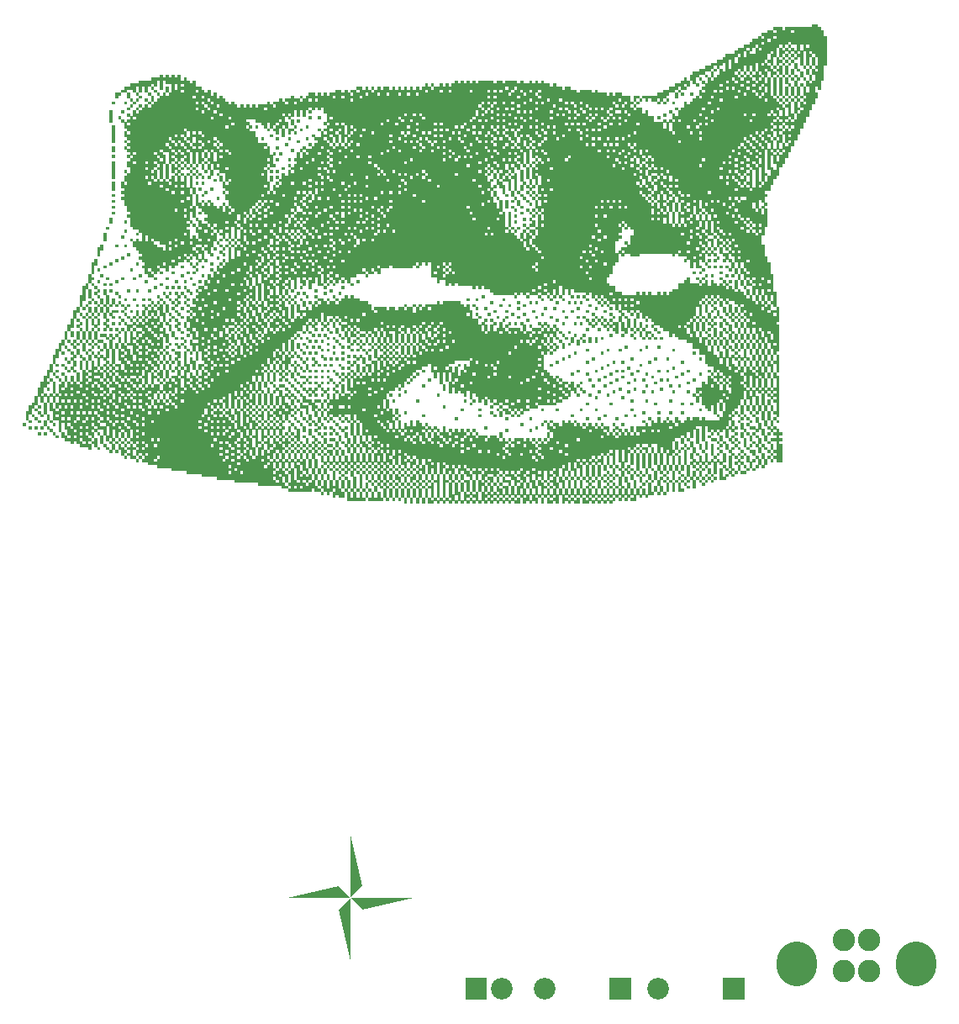
<source format=gts>
G04 start of page 2 for group 2 layer_idx 8 *
G04 Title: (unknown), top_mask *
G04 Creator: pcb-rnd 3.1.5-dev *
G04 CreationDate: 2024-04-03 12:21:39 UTC *
G04 For: STEM4ukraine *
G04 Format: Gerber/RS-274X *
G04 PCB-Dimensions: 393701 393701 *
G04 PCB-Coordinate-Origin: lower left *
%MOIN*%
%FSLAX25Y25*%
%LNTOP_MASK_NONE_2*%
%ADD41C,0.0860*%
%ADD40C,0.0001*%
%ADD39C,0.1595*%
%ADD38C,0.0887*%
G54D38*X351378Y29331D03*
Y16732D03*
G54D39*X332598Y20472D02*Y18898D01*
G54D40*G36*
X311938Y5543D02*X303338D01*
Y14143D01*
X311938D01*
Y5543D01*
G37*
G54D39*X380000Y20472D02*Y18898D01*
G54D38*X361220Y16732D03*
Y29331D03*
G54D41*X277638Y9843D03*
G54D40*G36*
X267095Y5543D02*X258495D01*
Y14143D01*
X267095D01*
Y5543D01*
G37*
G54D41*X232795Y9843D03*
G54D40*G36*
X209851Y14143D02*Y5543D01*
X201251D01*
Y14143D01*
X209851D01*
G37*
G54D41*X215551Y9843D03*
G54D40*G36*
X341162Y392343D02*Y391122D01*
X338760D01*
Y392343D01*
X341162D01*
G37*
G36*
X326989Y391161D02*Y389941D01*
X323406D01*
Y391161D01*
X326989D01*
G37*
G36*
X323446Y389980D02*Y388760D01*
X321044D01*
Y389980D01*
X323446D01*
G37*
G36*
X318721Y387618D02*Y386398D01*
X317501D01*
Y387618D01*
X318721D01*
G37*
G36*
X321083Y386437D02*Y385217D01*
X315138D01*
Y386437D01*
X321083D01*
G37*
G36*
X318721Y385256D02*Y384035D01*
X313957D01*
Y385256D01*
X318721D01*
G37*
G36*
X329351D02*Y384035D01*
X319863D01*
Y385256D01*
X329351D01*
G37*
G36*
X342343Y391161D02*Y389941D01*
X328131D01*
Y391161D01*
X342343D01*
G37*
G36*
X330532Y389980D02*Y388760D01*
X324587D01*
Y389980D01*
X330532D01*
G37*
G36*
X323446Y387618D02*Y386398D01*
X319863D01*
Y387618D01*
X323446D01*
G37*
G36*
X312816Y382894D02*Y381673D01*
X309233D01*
Y382894D01*
X312816D01*
G37*
G36*
X311634Y381713D02*Y380492D01*
X308052D01*
Y381713D01*
X311634D01*
G37*
G36*
X313997D02*Y380492D01*
X312776D01*
Y381713D01*
X313997D01*
G37*
G36*
X309272Y380531D02*Y379311D01*
X304508D01*
Y380531D01*
X309272D01*
G37*
G36*
X311634D02*Y379311D01*
X310414D01*
Y380531D01*
X311634D01*
G37*
G36*
X316359Y384075D02*Y382854D01*
X311595D01*
Y384075D01*
X316359D01*
G37*
G36*
X315178Y382894D02*Y381673D01*
X313957D01*
Y382894D01*
X315178D01*
G37*
G36*
X317540D02*Y381673D01*
X316320D01*
Y382894D01*
X317540D01*
G37*
G36*
X321083Y380531D02*Y379311D01*
X312776D01*
Y380531D01*
X321083D01*
G37*
G36*
X305729Y378169D02*Y376949D01*
X300965D01*
Y378169D01*
X305729D01*
G37*
G36*
X303367Y376988D02*Y375768D01*
X298603D01*
Y376988D01*
X303367D01*
G37*
G36*
X299823Y375807D02*Y374587D01*
X296241D01*
Y375807D01*
X299823D01*
G37*
G36*
X302186D02*Y374587D01*
X300965D01*
Y375807D01*
X302186D01*
G37*
G36*
X305729D02*Y374587D01*
X304508D01*
Y375807D01*
X305729D01*
G37*
G36*
X308091Y379350D02*Y378130D01*
X303327D01*
Y379350D01*
X308091D01*
G37*
G36*
Y378169D02*Y376949D01*
X306871D01*
Y378169D01*
X308091D01*
G37*
G36*
X305729Y376988D02*Y375768D01*
X304508D01*
Y376988D01*
X305729D01*
G37*
G36*
X311634Y375807D02*Y374587D01*
X306871D01*
Y375807D01*
X311634D01*
G37*
G36*
X313997D02*Y374587D01*
X312776D01*
Y375807D01*
X313997D01*
G37*
G36*
Y374626D02*Y373405D01*
X312776D01*
Y374626D01*
X313997D01*
G37*
G36*
X316359Y375807D02*Y374587D01*
X315138D01*
Y375807D01*
X316359D01*
G37*
G36*
Y374626D02*Y373405D01*
X315138D01*
Y374626D01*
X316359D01*
G37*
G36*
X298642D02*Y373405D01*
X293879D01*
Y374626D01*
X298642D01*
G37*
G36*
X296280Y373445D02*Y372224D01*
X291516D01*
Y373445D01*
X296280D01*
G37*
G36*
X293918Y372264D02*Y371043D01*
X290335D01*
Y372264D01*
X293918D01*
G37*
G36*
X297461D02*Y371043D01*
X296241D01*
Y372264D01*
X297461D01*
G37*
G36*
X301005Y374626D02*Y373405D01*
X299784D01*
Y374626D01*
X301005D01*
G37*
G36*
X299823Y373445D02*Y372224D01*
X298603D01*
Y373445D01*
X299823D01*
G37*
G36*
Y372264D02*Y371043D01*
X298603D01*
Y372264D01*
X299823D01*
G37*
G36*
X289194Y371083D02*Y369862D01*
X287973D01*
Y371083D01*
X289194D01*
G37*
G36*
X292737D02*Y369862D01*
X290335D01*
Y371083D01*
X292737D01*
G37*
G36*
X295099D02*Y369862D01*
X293879D01*
Y371083D01*
X295099D01*
G37*
G36*
X298642D02*Y369862D01*
X297422D01*
Y371083D01*
X298642D01*
G37*
G36*
X303367Y374626D02*Y373405D01*
X302146D01*
Y374626D01*
X303367D01*
G37*
G36*
X309272D02*Y373405D01*
X304508D01*
Y374626D01*
X309272D01*
G37*
G36*
X311634D02*Y373405D01*
X310414D01*
Y374626D01*
X311634D01*
G37*
G36*
X198249Y369902D02*Y368681D01*
X197028D01*
Y369902D01*
X198249D01*
G37*
G36*
X200611D02*Y368681D01*
X199390D01*
Y369902D01*
X200611D01*
G37*
G36*
X202973D02*Y368681D01*
X201753D01*
Y369902D01*
X202973D01*
G37*
G36*
Y366358D02*Y365138D01*
X195847D01*
Y366358D01*
X202973D01*
G37*
G36*
X210060D02*Y365138D01*
X204115D01*
Y366358D01*
X210060D01*
G37*
G36*
X212422D02*Y365138D01*
X211201D01*
Y366358D01*
X212422D01*
G37*
G36*
X214784D02*Y365138D01*
X213564D01*
Y366358D01*
X214784D01*
G37*
G36*
X219508D02*Y365138D01*
X215926D01*
Y366358D01*
X219508D01*
G37*
G36*
X223052D02*Y365138D01*
X220650D01*
Y366358D01*
X223052D01*
G37*
G36*
X226595D02*Y365138D01*
X224193D01*
Y366358D01*
X226595D01*
G37*
G36*
X230138D02*Y365138D01*
X227737D01*
Y366358D01*
X230138D01*
G37*
G36*
X245493D02*Y365138D01*
X231280D01*
Y366358D01*
X245493D01*
G37*
G36*
X251398D02*Y365138D01*
X246634D01*
Y366358D01*
X251398D01*
G37*
G36*
X253760D02*Y365138D01*
X252540D01*
Y366358D01*
X253760D01*
G37*
G36*
X257304Y365177D02*Y363957D01*
X230099D01*
Y365177D01*
X257304D01*
G37*
G36*
X259666D02*Y363957D01*
X258445D01*
Y365177D01*
X259666D01*
G37*
G36*
X263209D02*Y363957D01*
X260808D01*
Y365177D01*
X263209D01*
G37*
G36*
X266753Y363996D02*Y362776D01*
X231280D01*
Y363996D01*
X266753D01*
G37*
G36*
X262028Y362815D02*Y361594D01*
X239548D01*
Y362815D01*
X262028D01*
G37*
G36*
X259666Y361634D02*Y360413D01*
X247816D01*
Y361634D01*
X259666D01*
G37*
G36*
X266753Y362815D02*Y361594D01*
X263170D01*
Y362815D01*
X266753D01*
G37*
G36*
X264390Y361634D02*Y360413D01*
X260808D01*
Y361634D01*
X264390D01*
G37*
G36*
X267934D02*Y360413D01*
X265532D01*
Y361634D01*
X267934D01*
G37*
G36*
X270296D02*Y360413D01*
X269075D01*
Y361634D01*
X270296D01*
G37*
G36*
X260847Y360453D02*Y359232D01*
X250178D01*
Y360453D01*
X260847D01*
G37*
G36*
X263209D02*Y359232D01*
X261989D01*
Y360453D01*
X263209D01*
G37*
G36*
X266753D02*Y359232D01*
X264351D01*
Y360453D01*
X266753D01*
G37*
G36*
X269115D02*Y359232D01*
X267894D01*
Y360453D01*
X269115D01*
G37*
G36*
X270296Y363996D02*Y362776D01*
X267894D01*
Y363996D01*
X270296D01*
G37*
G36*
X269115Y362815D02*Y361594D01*
X267894D01*
Y362815D01*
X269115D01*
G37*
G36*
X271477D02*Y361594D01*
X270256D01*
Y362815D01*
X271477D01*
G37*
G36*
X273839D02*Y361594D01*
X272619D01*
Y362815D01*
X273839D01*
G37*
G36*
X277382D02*Y361594D01*
X274981D01*
Y362815D01*
X277382D01*
G37*
G36*
X279745D02*Y361594D01*
X278524D01*
Y362815D01*
X279745D01*
G37*
G36*
X282107D02*Y361594D01*
X280886D01*
Y362815D01*
X282107D01*
G37*
G36*
X278564Y361634D02*Y360413D01*
X277343D01*
Y361634D01*
X278564D01*
G37*
G36*
X280926D02*Y360413D01*
X279705D01*
Y361634D01*
X280926D01*
G37*
G36*
Y363996D02*Y362776D01*
X271438D01*
Y363996D01*
X280926D01*
G37*
G36*
X285650D02*Y362776D01*
X284430D01*
Y363996D01*
X285650D01*
G37*
G36*
X284469Y361634D02*Y360413D01*
X283249D01*
Y361634D01*
X284469D01*
G37*
G36*
X289194D02*Y360413D01*
X287973D01*
Y361634D01*
X289194D01*
G37*
G36*
X205335Y369902D02*Y368681D01*
X204115D01*
Y369902D01*
X205335D01*
G37*
G36*
X212422D02*Y368681D01*
X206477D01*
Y369902D01*
X212422D01*
G37*
G36*
X215965D02*Y368681D01*
X213564D01*
Y369902D01*
X215965D01*
G37*
G36*
X221871D02*Y368681D01*
X217107D01*
Y369902D01*
X221871D01*
G37*
G36*
X224233D02*Y368681D01*
X223012D01*
Y369902D01*
X224233D01*
G37*
G36*
X227776D02*Y368681D01*
X226556D01*
Y369902D01*
X227776D01*
G37*
G36*
X230138D02*Y368681D01*
X228918D01*
Y369902D01*
X230138D01*
G37*
G36*
X232501D02*Y368681D01*
X231280D01*
Y369902D01*
X232501D01*
G37*
G36*
X290375D02*Y368681D01*
X286792D01*
Y369902D01*
X290375D01*
G37*
G36*
X306910Y371083D02*Y369862D01*
X299784D01*
Y371083D01*
X306910D01*
G37*
G36*
X292737Y369902D02*Y368681D01*
X291516D01*
Y369902D01*
X292737D01*
G37*
G36*
X296280D02*Y368681D01*
X295060D01*
Y369902D01*
X296280D01*
G37*
G36*
X304548D02*Y368681D01*
X297422D01*
Y369902D01*
X304548D01*
G37*
G36*
X288012Y368720D02*Y367500D01*
X284430D01*
Y368720D01*
X288012D01*
G37*
G36*
X290375D02*Y367500D01*
X289154D01*
Y368720D01*
X290375D01*
G37*
G36*
X293918D02*Y367500D01*
X292697D01*
Y368720D01*
X293918D01*
G37*
G36*
X285650Y367539D02*Y366319D01*
X282068D01*
Y367539D01*
X285650D01*
G37*
G36*
X289194D02*Y366319D01*
X286792D01*
Y367539D01*
X289194D01*
G37*
G36*
X308091Y369902D02*Y368681D01*
X305690D01*
Y369902D01*
X308091D01*
G37*
G36*
X302186Y368720D02*Y367500D01*
X296241D01*
Y368720D01*
X302186D01*
G37*
G36*
X310453D02*Y367500D01*
X303327D01*
Y368720D01*
X310453D01*
G37*
G36*
X304548Y367539D02*Y366319D01*
X295060D01*
Y367539D01*
X304548D01*
G37*
G36*
X306910D02*Y366319D01*
X305690D01*
Y367539D01*
X306910D01*
G37*
G36*
X312816D02*Y366319D01*
X308052D01*
Y367539D01*
X312816D01*
G37*
G36*
X284469Y366358D02*Y365138D01*
X279705D01*
Y366358D01*
X284469D01*
G37*
G36*
X282107Y365177D02*Y363957D01*
X277343D01*
Y365177D01*
X282107D01*
G37*
G36*
X285650D02*Y363957D01*
X284430D01*
Y365177D01*
X285650D01*
G37*
G36*
X286831Y366358D02*Y365138D01*
X285611D01*
Y366358D01*
X286831D01*
G37*
G36*
X295099D02*Y365138D01*
X293879D01*
Y366358D01*
X295099D01*
G37*
G36*
X288012Y365177D02*Y363957D01*
X286792D01*
Y365177D01*
X288012D01*
G37*
G36*
X291556D02*Y363957D01*
X290335D01*
Y365177D01*
X291556D01*
G37*
G36*
X293918Y363996D02*Y362776D01*
X292697D01*
Y363996D01*
X293918D01*
G37*
G36*
X298642D02*Y362776D01*
X295060D01*
Y363996D01*
X298642D01*
G37*
G36*
X299823Y366358D02*Y365138D01*
X296241D01*
Y366358D01*
X299823D01*
G37*
G36*
X302186D02*Y365138D01*
X300965D01*
Y366358D01*
X302186D01*
G37*
G36*
Y362815D02*Y361594D01*
X291516D01*
Y362815D01*
X302186D01*
G37*
G36*
X309272Y366358D02*Y365138D01*
X303327D01*
Y366358D01*
X309272D01*
G37*
G36*
X311634Y365177D02*Y363957D01*
X293879D01*
Y365177D01*
X311634D01*
G37*
G36*
X308091Y363996D02*Y362776D01*
X299784D01*
Y363996D01*
X308091D01*
G37*
G36*
X319902Y362815D02*Y361594D01*
X303327D01*
Y362815D01*
X319902D01*
G37*
G36*
X297461Y361634D02*Y360413D01*
X290335D01*
Y361634D01*
X297461D01*
G37*
G36*
X325808D02*Y360413D01*
X298603D01*
Y361634D01*
X325808D01*
G37*
G36*
X326989Y360453D02*Y359232D01*
X287973D01*
Y360453D01*
X326989D01*
G37*
G36*
X285650Y359272D02*Y358051D01*
X284430D01*
Y359272D01*
X285650D01*
G37*
G36*
X295099D02*Y358051D01*
X286792D01*
Y359272D01*
X295099D01*
G37*
G36*
X283288Y358090D02*Y356870D01*
X282068D01*
Y358090D01*
X283288D01*
G37*
G36*
X298642D02*Y356870D01*
X285611D01*
Y358090D01*
X298642D01*
G37*
G36*
X301005Y359272D02*Y358051D01*
X296241D01*
Y359272D01*
X301005D01*
G37*
G36*
X324627D02*Y358051D01*
X302146D01*
Y359272D01*
X324627D01*
G37*
G36*
X322264Y358090D02*Y356870D01*
X299784D01*
Y358090D01*
X322264D01*
G37*
G36*
X325808D02*Y356870D01*
X323406D01*
Y358090D01*
X325808D01*
G37*
G36*
Y356909D02*Y355689D01*
X324587D01*
Y356909D01*
X325808D01*
G37*
G36*
X280926D02*Y355689D01*
X279705D01*
Y356909D01*
X280926D01*
G37*
G36*
X284469D02*Y355689D01*
X283249D01*
Y356909D01*
X284469D01*
G37*
G36*
X296280Y355728D02*Y354508D01*
X283249D01*
Y355728D01*
X296280D01*
G37*
G36*
X291556Y354547D02*Y353327D01*
X286792D01*
Y354547D01*
X291556D01*
G37*
G36*
X293918Y353366D02*Y352146D01*
X283249D01*
Y353366D01*
X293918D01*
G37*
G36*
X289194Y352185D02*Y350965D01*
X283249D01*
Y352185D01*
X289194D01*
G37*
G36*
X292737D02*Y350965D01*
X290335D01*
Y352185D01*
X292737D01*
G37*
G36*
X298642Y354547D02*Y353327D01*
X292697D01*
Y354547D01*
X298642D01*
G37*
G36*
X296280Y353366D02*Y352146D01*
X295060D01*
Y353366D01*
X296280D01*
G37*
G36*
X290375Y349823D02*Y348602D01*
X284430D01*
Y349823D01*
X290375D01*
G37*
G36*
X293918D02*Y348602D01*
X291516D01*
Y349823D01*
X293918D01*
G37*
G36*
Y356909D02*Y355689D01*
X285611D01*
Y356909D01*
X293918D01*
G37*
G36*
X311634D02*Y355689D01*
X295060D01*
Y356909D01*
X311634D01*
G37*
G36*
X315178D02*Y355689D01*
X312776D01*
Y356909D01*
X315178D01*
G37*
G36*
X321083D02*Y355689D01*
X316320D01*
Y356909D01*
X321083D01*
G37*
G36*
X323446D02*Y355689D01*
X322225D01*
Y356909D01*
X323446D01*
G37*
G36*
X324627Y355728D02*Y354508D01*
X297422D01*
Y355728D01*
X324627D01*
G37*
G36*
X313997Y354547D02*Y353327D01*
X299784D01*
Y354547D01*
X313997D01*
G37*
G36*
X323446D02*Y353327D01*
X315138D01*
Y354547D01*
X323446D01*
G37*
G36*
X325808D02*Y353327D01*
X324587D01*
Y354547D01*
X325808D01*
G37*
G36*
X322264Y353366D02*Y352146D01*
X297422D01*
Y353366D01*
X322264D01*
G37*
G36*
X326989D02*Y352146D01*
X323406D01*
Y353366D01*
X326989D01*
G37*
G36*
X319902Y351004D02*Y349783D01*
X283249D01*
Y351004D01*
X319902D01*
G37*
G36*
X322264D02*Y349783D01*
X321044D01*
Y351004D01*
X322264D01*
G37*
G36*
X316359Y349823D02*Y348602D01*
X295060D01*
Y349823D01*
X316359D01*
G37*
G36*
X318721D02*Y348602D01*
X317501D01*
Y349823D01*
X318721D01*
G37*
G36*
X323446Y352185D02*Y350965D01*
X293879D01*
Y352185D01*
X323446D01*
G37*
G36*
X325808D02*Y350965D01*
X324587D01*
Y352185D01*
X325808D01*
G37*
G36*
X326989Y351004D02*Y349783D01*
X323406D01*
Y351004D01*
X326989D01*
G37*
G36*
X323446Y349823D02*Y348602D01*
X319863D01*
Y349823D01*
X323446D01*
G37*
G36*
X322264Y347461D02*Y346240D01*
X319863D01*
Y347461D01*
X322264D01*
G37*
G36*
X324627D02*Y346240D01*
X323406D01*
Y347461D01*
X324627D01*
G37*
G36*
X323446Y346279D02*Y345059D01*
X321044D01*
Y346279D01*
X323446D01*
G37*
G36*
Y345098D02*Y343878D01*
X322225D01*
Y345098D01*
X323446D01*
G37*
G36*
Y343917D02*Y342697D01*
X322225D01*
Y343917D01*
X323446D01*
G37*
G36*
X322264Y342736D02*Y341516D01*
X321044D01*
Y342736D01*
X322264D01*
G37*
G36*
X324627D02*Y341516D01*
X323406D01*
Y342736D01*
X324627D01*
G37*
G36*
X323446Y341555D02*Y340335D01*
X321044D01*
Y341555D01*
X323446D01*
G37*
G36*
X322264Y340374D02*Y339153D01*
X321044D01*
Y340374D01*
X322264D01*
G37*
G36*
Y339193D02*Y337972D01*
X321044D01*
Y339193D01*
X322264D01*
G37*
G36*
Y338012D02*Y336791D01*
X321044D01*
Y338012D01*
X322264D01*
G37*
G36*
Y336831D02*Y335610D01*
X321044D01*
Y336831D01*
X322264D01*
G37*
G36*
X323446Y335650D02*Y334429D01*
X321044D01*
Y335650D01*
X323446D01*
G37*
G36*
X325808Y334468D02*Y333248D01*
X322225D01*
Y334468D01*
X325808D01*
G37*
G36*
Y333287D02*Y332067D01*
X322225D01*
Y333287D01*
X325808D01*
G37*
G36*
X324627Y332106D02*Y330886D01*
X321044D01*
Y332106D01*
X324627D01*
G37*
G36*
X323446Y330925D02*Y329705D01*
X321044D01*
Y330925D01*
X323446D01*
G37*
G36*
Y329744D02*Y328524D01*
X319863D01*
Y329744D01*
X323446D01*
G37*
G36*
X324627Y340374D02*Y339153D01*
X323406D01*
Y340374D01*
X324627D01*
G37*
G36*
Y339193D02*Y337972D01*
X323406D01*
Y339193D01*
X324627D01*
G37*
G36*
X325808Y349823D02*Y348602D01*
X324587D01*
Y349823D01*
X325808D01*
G37*
G36*
X326989Y348642D02*Y347421D01*
X324587D01*
Y348642D01*
X326989D01*
G37*
G36*
Y347461D02*Y346240D01*
X325768D01*
Y347461D01*
X326989D01*
G37*
G36*
Y346279D02*Y345059D01*
X324587D01*
Y346279D01*
X326989D01*
G37*
G36*
X325808Y345098D02*Y343878D01*
X324587D01*
Y345098D01*
X325808D01*
G37*
G36*
Y343917D02*Y342697D01*
X324587D01*
Y343917D01*
X325808D01*
G37*
G36*
X326989Y342736D02*Y341516D01*
X325768D01*
Y342736D01*
X326989D01*
G37*
G36*
X325808Y341555D02*Y340335D01*
X324587D01*
Y341555D01*
X325808D01*
G37*
G36*
X326989Y336831D02*Y335610D01*
X324587D01*
Y336831D01*
X326989D01*
G37*
G36*
X325808Y335650D02*Y334429D01*
X324587D01*
Y335650D01*
X325808D01*
G37*
G36*
X313997Y348642D02*Y347421D01*
X266713D01*
Y348642D01*
X313997D01*
G37*
G36*
X293918Y347461D02*Y346240D01*
X264351D01*
Y347461D01*
X293918D01*
G37*
G36*
X311634D02*Y346240D01*
X295060D01*
Y347461D01*
X311634D01*
G37*
G36*
X312816Y346279D02*Y345059D01*
X286792D01*
Y346279D01*
X312816D01*
G37*
G36*
X315178Y347461D02*Y346240D01*
X312776D01*
Y347461D01*
X315178D01*
G37*
G36*
X318721D02*Y346240D01*
X316320D01*
Y347461D01*
X318721D01*
G37*
G36*
X316359Y346279D02*Y345059D01*
X313957D01*
Y346279D01*
X316359D01*
G37*
G36*
X319902D02*Y345059D01*
X317501D01*
Y346279D01*
X319902D01*
G37*
G36*
X310453Y345098D02*Y343878D01*
X269075D01*
Y345098D01*
X310453D01*
G37*
G36*
X309272Y343917D02*Y342697D01*
X267894D01*
Y343917D01*
X309272D01*
G37*
G36*
X306910Y342736D02*Y341516D01*
X273800D01*
Y342736D01*
X306910D01*
G37*
G36*
X311634Y343917D02*Y342697D01*
X310414D01*
Y343917D01*
X311634D01*
G37*
G36*
X312816Y342736D02*Y341516D01*
X308052D01*
Y342736D01*
X312816D01*
G37*
G36*
X309272Y341555D02*Y340335D01*
X271438D01*
Y341555D01*
X309272D01*
G37*
G36*
X313997D02*Y340335D01*
X310414D01*
Y341555D01*
X313997D01*
G37*
G36*
X305729Y340374D02*Y339153D01*
X274981D01*
Y340374D01*
X305729D01*
G37*
G36*
X311634D02*Y339153D01*
X306871D01*
Y340374D01*
X311634D01*
G37*
G36*
X310453Y338012D02*Y336791D01*
X306871D01*
Y338012D01*
X310453D01*
G37*
G36*
X312816Y336831D02*Y335610D01*
X309233D01*
Y336831D01*
X312816D01*
G37*
G36*
X313997Y335650D02*Y334429D01*
X311595D01*
Y335650D01*
X313997D01*
G37*
G36*
X312816Y334468D02*Y333248D01*
X309233D01*
Y334468D01*
X312816D01*
G37*
G36*
X295099Y339193D02*Y337972D01*
X276162D01*
Y339193D01*
X295099D01*
G37*
G36*
X303367Y338012D02*Y336791D01*
X272619D01*
Y338012D01*
X303367D01*
G37*
G36*
X293918Y336831D02*Y335610D01*
X276162D01*
Y336831D01*
X293918D01*
G37*
G36*
X305729Y338012D02*Y336791D01*
X304508D01*
Y338012D01*
X305729D01*
G37*
G36*
X308091Y336831D02*Y335610D01*
X295060D01*
Y336831D01*
X308091D01*
G37*
G36*
X302186Y335650D02*Y334429D01*
X279705D01*
Y335650D01*
X302186D01*
G37*
G36*
X310453D02*Y334429D01*
X303327D01*
Y335650D01*
X310453D01*
G37*
G36*
X305729Y334468D02*Y333248D01*
X282068D01*
Y334468D01*
X305729D01*
G37*
G36*
X308091D02*Y333248D01*
X306871D01*
Y334468D01*
X308091D01*
G37*
G36*
X309272Y333287D02*Y332067D01*
X279705D01*
Y333287D01*
X309272D01*
G37*
G36*
X302186Y332106D02*Y330886D01*
X283249D01*
Y332106D01*
X302186D01*
G37*
G36*
X304548D02*Y330886D01*
X303327D01*
Y332106D01*
X304548D01*
G37*
G36*
X306910D02*Y330886D01*
X305690D01*
Y332106D01*
X306910D01*
G37*
G36*
X310453D02*Y330886D01*
X308052D01*
Y332106D01*
X310453D01*
G37*
G36*
X308091Y330925D02*Y329705D01*
X285611D01*
Y330925D01*
X308091D01*
G37*
G36*
X304548Y329744D02*Y328524D01*
X279705D01*
Y329744D01*
X304548D01*
G37*
G36*
X309272D02*Y328524D01*
X305690D01*
Y329744D01*
X309272D01*
G37*
G36*
X310453Y328563D02*Y327342D01*
X285611D01*
Y328563D01*
X310453D01*
G37*
G36*
X308091Y327382D02*Y326161D01*
X282068D01*
Y327382D01*
X308091D01*
G37*
G36*
X297461Y326201D02*Y324980D01*
X286792D01*
Y326201D01*
X297461D01*
G37*
G36*
X289194Y325020D02*Y323799D01*
X287973D01*
Y325020D01*
X289194D01*
G37*
G36*
X291556Y322657D02*Y321437D01*
X287973D01*
Y322657D01*
X291556D01*
G37*
G36*
X305729Y323839D02*Y322618D01*
X285611D01*
Y323839D01*
X305729D01*
G37*
G36*
X293918Y322657D02*Y321437D01*
X292697D01*
Y322657D01*
X293918D01*
G37*
G36*
X298642D02*Y321437D01*
X295060D01*
Y322657D01*
X298642D01*
G37*
G36*
X301005D02*Y321437D01*
X299784D01*
Y322657D01*
X301005D01*
G37*
G36*
X309272D02*Y321437D01*
X302146D01*
Y322657D01*
X309272D01*
G37*
G36*
X289194Y321476D02*Y320256D01*
X286792D01*
Y321476D01*
X289194D01*
G37*
G36*
X293918D02*Y320256D01*
X290335D01*
Y321476D01*
X293918D01*
G37*
G36*
X291556Y320295D02*Y319075D01*
X289154D01*
Y320295D01*
X291556D01*
G37*
G36*
Y319114D02*Y317894D01*
X290335D01*
Y319114D01*
X291556D01*
G37*
G36*
Y317933D02*Y316713D01*
X287973D01*
Y317933D01*
X291556D01*
G37*
G36*
X293918D02*Y316713D01*
X292697D01*
Y317933D01*
X293918D01*
G37*
G36*
Y320295D02*Y319075D01*
X292697D01*
Y320295D01*
X293918D01*
G37*
G36*
X295099Y319114D02*Y317894D01*
X292697D01*
Y319114D01*
X295099D01*
G37*
G36*
X298642D02*Y317894D01*
X296241D01*
Y319114D01*
X298642D01*
G37*
G36*
X296280Y317933D02*Y316713D01*
X295060D01*
Y317933D01*
X296280D01*
G37*
G36*
Y314390D02*Y313169D01*
X295060D01*
Y314390D01*
X296280D01*
G37*
G36*
Y313209D02*Y311988D01*
X295060D01*
Y313209D01*
X296280D01*
G37*
G36*
Y312027D02*Y310807D01*
X293879D01*
Y312027D01*
X296280D01*
G37*
G36*
X295099Y310846D02*Y309626D01*
X291516D01*
Y310846D01*
X295099D01*
G37*
G36*
X292737Y309665D02*Y308445D01*
X287973D01*
Y309665D01*
X292737D01*
G37*
G36*
X296280D02*Y308445D01*
X293879D01*
Y309665D01*
X296280D01*
G37*
G36*
X293918Y308484D02*Y307264D01*
X291516D01*
Y308484D01*
X293918D01*
G37*
G36*
X297461D02*Y307264D01*
X295060D01*
Y308484D01*
X297461D01*
G37*
G36*
X293918Y306122D02*Y304901D01*
X290335D01*
Y306122D01*
X293918D01*
G37*
G36*
X295099Y302579D02*Y301358D01*
X290335D01*
Y302579D01*
X295099D01*
G37*
G36*
X293918Y301398D02*Y300177D01*
X285611D01*
Y301398D01*
X293918D01*
G37*
G36*
X291556Y300216D02*Y298996D01*
X289154D01*
Y300216D01*
X291556D01*
G37*
G36*
X296280D02*Y298996D01*
X292697D01*
Y300216D01*
X296280D01*
G37*
G36*
X293918Y299035D02*Y297815D01*
X290335D01*
Y299035D01*
X293918D01*
G37*
G36*
X296280D02*Y297815D01*
X295060D01*
Y299035D01*
X296280D01*
G37*
G36*
X291556Y297854D02*Y296634D01*
X290335D01*
Y297854D01*
X291556D01*
G37*
G36*
X293918D02*Y296634D01*
X292697D01*
Y297854D01*
X293918D01*
G37*
G36*
X291556Y296673D02*Y295453D01*
X290335D01*
Y296673D01*
X291556D01*
G37*
G36*
X292737Y294311D02*Y293090D01*
X291516D01*
Y294311D01*
X292737D01*
G37*
G36*
X293918Y289586D02*Y288366D01*
X285611D01*
Y289586D01*
X293918D01*
G37*
G36*
X304548Y288405D02*Y287185D01*
X285611D01*
Y288405D01*
X304548D01*
G37*
G36*
X308091Y287224D02*Y286004D01*
X283249D01*
Y287224D01*
X308091D01*
G37*
G36*
X311634Y286043D02*Y284822D01*
X282068D01*
Y286043D01*
X311634D01*
G37*
G36*
X295099Y296673D02*Y295453D01*
X292697D01*
Y296673D01*
X295099D01*
G37*
G36*
Y294311D02*Y293090D01*
X293879D01*
Y294311D01*
X295099D01*
G37*
G36*
X293918Y291949D02*Y290728D01*
X292697D01*
Y291949D01*
X293918D01*
G37*
G36*
X296280D02*Y290728D01*
X295060D01*
Y291949D01*
X296280D01*
G37*
G36*
X295099Y290767D02*Y289547D01*
X293879D01*
Y290767D01*
X295099D01*
G37*
G36*
X297461Y306122D02*Y304901D01*
X295060D01*
Y306122D01*
X297461D01*
G37*
G36*
Y304941D02*Y303720D01*
X296241D01*
Y304941D01*
X297461D01*
G37*
G36*
Y302579D02*Y301358D01*
X296241D01*
Y302579D01*
X297461D01*
G37*
G36*
X296280Y301398D02*Y300177D01*
X295060D01*
Y301398D01*
X296280D01*
G37*
G36*
X297461Y297854D02*Y296634D01*
X296241D01*
Y297854D01*
X297461D01*
G37*
G36*
X296280Y295492D02*Y294272D01*
X295060D01*
Y295492D01*
X296280D01*
G37*
G36*
X297461Y293130D02*Y291909D01*
X296241D01*
Y293130D01*
X297461D01*
G37*
G36*
Y290767D02*Y289547D01*
X296241D01*
Y290767D01*
X297461D01*
G37*
G36*
Y289586D02*Y288366D01*
X295060D01*
Y289586D01*
X297461D01*
G37*
G36*
X292737Y316752D02*Y315531D01*
X291516D01*
Y316752D01*
X292737D01*
G37*
G36*
Y315571D02*Y314350D01*
X290335D01*
Y315571D01*
X292737D01*
G37*
G36*
Y312027D02*Y310807D01*
X266713D01*
Y312027D01*
X292737D01*
G37*
G36*
X293918Y314390D02*Y313169D01*
X291516D01*
Y314390D01*
X293918D01*
G37*
G36*
Y313209D02*Y311988D01*
X289154D01*
Y313209D01*
X293918D01*
G37*
G36*
X296280Y307303D02*Y306083D01*
X266713D01*
Y307303D01*
X296280D01*
G37*
G36*
X295099Y304941D02*Y303720D01*
X265532D01*
Y304941D01*
X295099D01*
G37*
G36*
X292737Y303760D02*Y302539D01*
X263170D01*
Y303760D01*
X292737D01*
G37*
G36*
X296280D02*Y302539D01*
X293879D01*
Y303760D01*
X296280D01*
G37*
G36*
X295099Y316752D02*Y315531D01*
X293879D01*
Y316752D01*
X295099D01*
G37*
G36*
Y315571D02*Y314350D01*
X293879D01*
Y315571D01*
X295099D01*
G37*
G36*
X297461Y316752D02*Y315531D01*
X296241D01*
Y316752D01*
X297461D01*
G37*
G36*
X299823D02*Y315531D01*
X298603D01*
Y316752D01*
X299823D01*
G37*
G36*
X297461Y315571D02*Y314350D01*
X296241D01*
Y315571D01*
X297461D01*
G37*
G36*
X298642Y314390D02*Y313169D01*
X297422D01*
Y314390D01*
X298642D01*
G37*
G36*
X301005D02*Y313169D01*
X299784D01*
Y314390D01*
X301005D01*
G37*
G36*
X298642Y313209D02*Y311988D01*
X297422D01*
Y313209D01*
X298642D01*
G37*
G36*
Y312027D02*Y310807D01*
X297422D01*
Y312027D01*
X298642D01*
G37*
G36*
X301005D02*Y310807D01*
X299784D01*
Y312027D01*
X301005D01*
G37*
G36*
X298642Y310846D02*Y309626D01*
X296241D01*
Y310846D01*
X298642D01*
G37*
G36*
X302186D02*Y309626D01*
X299784D01*
Y310846D01*
X302186D01*
G37*
G36*
X299823Y309665D02*Y308445D01*
X297422D01*
Y309665D01*
X299823D01*
G37*
G36*
Y307303D02*Y306083D01*
X297422D01*
Y307303D01*
X299823D01*
G37*
G36*
Y306122D02*Y304901D01*
X298603D01*
Y306122D01*
X299823D01*
G37*
G36*
Y304941D02*Y303720D01*
X298603D01*
Y304941D01*
X299823D01*
G37*
G36*
X298642Y303760D02*Y302539D01*
X297422D01*
Y303760D01*
X298642D01*
G37*
G36*
X301005D02*Y302539D01*
X299784D01*
Y303760D01*
X301005D01*
G37*
G36*
X299823Y302579D02*Y301358D01*
X298603D01*
Y302579D01*
X299823D01*
G37*
G36*
X298642Y301398D02*Y300177D01*
X297422D01*
Y301398D01*
X298642D01*
G37*
G36*
X301005D02*Y300177D01*
X299784D01*
Y301398D01*
X301005D01*
G37*
G36*
X298642Y299035D02*Y297815D01*
X297422D01*
Y299035D01*
X298642D01*
G37*
G36*
Y296673D02*Y295453D01*
X297422D01*
Y296673D01*
X298642D01*
G37*
G36*
X299823Y293130D02*Y291909D01*
X298603D01*
Y293130D01*
X299823D01*
G37*
G36*
Y290767D02*Y289547D01*
X298603D01*
Y290767D01*
X299823D01*
G37*
G36*
X301005Y289586D02*Y288366D01*
X298603D01*
Y289586D01*
X301005D01*
G37*
G36*
X298642Y284862D02*Y283641D01*
X297422D01*
Y284862D01*
X298642D01*
G37*
G36*
X301005D02*Y283641D01*
X299784D01*
Y284862D01*
X301005D01*
G37*
G36*
X297461Y283681D02*Y282460D01*
X296241D01*
Y283681D01*
X297461D01*
G37*
G36*
Y281319D02*Y280098D01*
X296241D01*
Y281319D01*
X297461D01*
G37*
G36*
Y280137D02*Y278917D01*
X296241D01*
Y280137D01*
X297461D01*
G37*
G36*
Y278956D02*Y277736D01*
X296241D01*
Y278956D01*
X297461D01*
G37*
G36*
Y275413D02*Y274193D01*
X296241D01*
Y275413D01*
X297461D01*
G37*
G36*
Y270689D02*Y269468D01*
X296241D01*
Y270689D01*
X297461D01*
G37*
G36*
Y268326D02*Y267106D01*
X295060D01*
Y268326D01*
X297461D01*
G37*
G36*
Y264783D02*Y263563D01*
X291516D01*
Y264783D01*
X297461D01*
G37*
G36*
Y263602D02*Y262382D01*
X293879D01*
Y263602D01*
X297461D01*
G37*
G36*
X299823Y262421D02*Y261200D01*
X293879D01*
Y262421D01*
X299823D01*
G37*
G36*
X301005Y261240D02*Y260019D01*
X296241D01*
Y261240D01*
X301005D01*
G37*
G36*
X302186Y260059D02*Y258838D01*
X296241D01*
Y260059D01*
X302186D01*
G37*
G36*
Y258878D02*Y257657D01*
X296241D01*
Y258878D01*
X302186D01*
G37*
G36*
X304548Y257696D02*Y256476D01*
X297422D01*
Y257696D01*
X304548D01*
G37*
G36*
X302186Y248248D02*Y247027D01*
X292697D01*
Y248248D01*
X302186D01*
G37*
G36*
X304548D02*Y247027D01*
X303327D01*
Y248248D01*
X304548D01*
G37*
G36*
X305729Y247067D02*Y245846D01*
X295060D01*
Y247067D01*
X305729D01*
G37*
G36*
X303367Y245885D02*Y244665D01*
X293879D01*
Y245885D01*
X303367D01*
G37*
G36*
X304548Y244704D02*Y243484D01*
X295060D01*
Y244704D01*
X304548D01*
G37*
G36*
X302186Y243523D02*Y242303D01*
X295060D01*
Y243523D01*
X302186D01*
G37*
G36*
X301005Y242342D02*Y241122D01*
X295060D01*
Y242342D01*
X301005D01*
G37*
G36*
X298642Y241161D02*Y239941D01*
X296241D01*
Y241161D01*
X298642D01*
G37*
G36*
Y239980D02*Y238759D01*
X297422D01*
Y239980D01*
X298642D01*
G37*
G36*
X301005D02*Y238759D01*
X299784D01*
Y239980D01*
X301005D01*
G37*
G36*
X303367Y242342D02*Y241122D01*
X302146D01*
Y242342D01*
X303367D01*
G37*
G36*
X301005Y241161D02*Y239941D01*
X299784D01*
Y241161D01*
X301005D01*
G37*
G36*
X303367D02*Y239941D01*
X302146D01*
Y241161D01*
X303367D01*
G37*
G36*
Y239980D02*Y238759D01*
X302146D01*
Y239980D01*
X303367D01*
G37*
G36*
X301005Y238799D02*Y237578D01*
X299784D01*
Y238799D01*
X301005D01*
G37*
G36*
X299823Y230531D02*Y229311D01*
X298603D01*
Y230531D01*
X299823D01*
G37*
G36*
X298642Y229350D02*Y228130D01*
X297422D01*
Y229350D01*
X298642D01*
G37*
G36*
X301005Y228169D02*Y226948D01*
X298603D01*
Y228169D01*
X301005D01*
G37*
G36*
X297461Y226988D02*Y225767D01*
X296241D01*
Y226988D01*
X297461D01*
G37*
G36*
Y225807D02*Y224586D01*
X296241D01*
Y225807D01*
X297461D01*
G37*
G36*
X299823D02*Y224586D01*
X298603D01*
Y225807D01*
X299823D01*
G37*
G36*
X297461Y224626D02*Y223405D01*
X296241D01*
Y224626D01*
X297461D01*
G37*
G36*
X299823D02*Y223405D01*
X298603D01*
Y224626D01*
X299823D01*
G37*
G36*
Y223445D02*Y222224D01*
X298603D01*
Y223445D01*
X299823D01*
G37*
G36*
Y222263D02*Y221043D01*
X298603D01*
Y222263D01*
X299823D01*
G37*
G36*
X301005Y221082D02*Y219862D01*
X299784D01*
Y221082D01*
X301005D01*
G37*
G36*
X299823Y219901D02*Y218681D01*
X298603D01*
Y219901D01*
X299823D01*
G37*
G36*
X301005Y218720D02*Y217500D01*
X299784D01*
Y218720D01*
X301005D01*
G37*
G36*
Y217539D02*Y216319D01*
X299784D01*
Y217539D01*
X301005D01*
G37*
G36*
Y216358D02*Y215137D01*
X299784D01*
Y216358D01*
X301005D01*
G37*
G36*
Y215177D02*Y213956D01*
X299784D01*
Y215177D01*
X301005D01*
G37*
G36*
X299823Y213996D02*Y212775D01*
X298603D01*
Y213996D01*
X299823D01*
G37*
G36*
X301005Y212815D02*Y211594D01*
X299784D01*
Y212815D01*
X301005D01*
G37*
G36*
X299823Y211633D02*Y210413D01*
X298603D01*
Y211633D01*
X299823D01*
G37*
G36*
X297461Y222263D02*Y221043D01*
X296241D01*
Y222263D01*
X297461D01*
G37*
G36*
Y221082D02*Y219862D01*
X296241D01*
Y221082D01*
X297461D01*
G37*
G36*
Y219901D02*Y218681D01*
X296241D01*
Y219901D01*
X297461D01*
G37*
G36*
X298642Y218720D02*Y217500D01*
X297422D01*
Y218720D01*
X298642D01*
G37*
G36*
X297461Y217539D02*Y216319D01*
X296241D01*
Y217539D01*
X297461D01*
G37*
G36*
X298642Y216358D02*Y215137D01*
X297422D01*
Y216358D01*
X298642D01*
G37*
G36*
Y215177D02*Y213956D01*
X297422D01*
Y215177D01*
X298642D01*
G37*
G36*
X297461Y213996D02*Y212775D01*
X296241D01*
Y213996D01*
X297461D01*
G37*
G36*
X298642Y212815D02*Y211594D01*
X297422D01*
Y212815D01*
X298642D01*
G37*
G36*
X297461Y211633D02*Y210413D01*
X296241D01*
Y211633D01*
X297461D01*
G37*
G36*
X302186Y237618D02*Y236397D01*
X300965D01*
Y237618D01*
X302186D01*
G37*
G36*
Y230531D02*Y229311D01*
X300965D01*
Y230531D01*
X302186D01*
G37*
G36*
X303367Y229350D02*Y228130D01*
X302146D01*
Y229350D01*
X303367D01*
G37*
G36*
X305729D02*Y228130D01*
X304508D01*
Y229350D01*
X305729D01*
G37*
G36*
X303367Y228169D02*Y226948D01*
X302146D01*
Y228169D01*
X303367D01*
G37*
G36*
X302186Y226988D02*Y225767D01*
X300965D01*
Y226988D01*
X302186D01*
G37*
G36*
X304548D02*Y225767D01*
X303327D01*
Y226988D01*
X304548D01*
G37*
G36*
X303367Y225807D02*Y224586D01*
X302146D01*
Y225807D01*
X303367D01*
G37*
G36*
Y223445D02*Y222224D01*
X302146D01*
Y223445D01*
X303367D01*
G37*
G36*
X304548Y222263D02*Y221043D01*
X303327D01*
Y222263D01*
X304548D01*
G37*
G36*
Y221082D02*Y219862D01*
X303327D01*
Y221082D01*
X304548D01*
G37*
G36*
Y219901D02*Y218681D01*
X303327D01*
Y219901D01*
X304548D01*
G37*
G36*
X303367Y218720D02*Y217500D01*
X302146D01*
Y218720D01*
X303367D01*
G37*
G36*
X304548Y217539D02*Y216319D01*
X303327D01*
Y217539D01*
X304548D01*
G37*
G36*
X303367Y216358D02*Y215137D01*
X302146D01*
Y216358D01*
X303367D01*
G37*
G36*
Y215177D02*Y213956D01*
X302146D01*
Y215177D01*
X303367D01*
G37*
G36*
Y213996D02*Y212775D01*
X302146D01*
Y213996D01*
X303367D01*
G37*
G36*
X304548Y212815D02*Y211594D01*
X302146D01*
Y212815D01*
X304548D01*
G37*
G36*
X305729Y225807D02*Y224586D01*
X304508D01*
Y225807D01*
X305729D01*
G37*
G36*
X302186Y224626D02*Y223405D01*
X300965D01*
Y224626D01*
X302186D01*
G37*
G36*
Y222263D02*Y221043D01*
X300965D01*
Y222263D01*
X302186D01*
G37*
G36*
Y219901D02*Y218681D01*
X300965D01*
Y219901D01*
X302186D01*
G37*
G36*
X305729Y224626D02*Y223405D01*
X304508D01*
Y224626D01*
X305729D01*
G37*
G36*
Y216358D02*Y215137D01*
X304508D01*
Y216358D01*
X305729D01*
G37*
G36*
Y213996D02*Y212775D01*
X304508D01*
Y213996D01*
X305729D01*
G37*
G36*
X298642Y231712D02*Y230492D01*
X297422D01*
Y231712D01*
X298642D01*
G37*
G36*
X301005D02*Y230492D01*
X299784D01*
Y231712D01*
X301005D01*
G37*
G36*
X303367D02*Y230492D01*
X302146D01*
Y231712D01*
X303367D01*
G37*
G36*
X305729Y237618D02*Y236397D01*
X303327D01*
Y237618D01*
X305729D01*
G37*
G36*
Y235256D02*Y234035D01*
X287973D01*
Y235256D01*
X305729D01*
G37*
G36*
Y234074D02*Y232854D01*
X285611D01*
Y234074D01*
X305729D01*
G37*
G36*
X304548Y232893D02*Y231673D01*
X297422D01*
Y232893D01*
X304548D01*
G37*
G36*
X305729Y231712D02*Y230492D01*
X304508D01*
Y231712D01*
X305729D01*
G37*
G36*
Y230531D02*Y229311D01*
X304508D01*
Y230531D01*
X305729D01*
G37*
G36*
X299823Y283681D02*Y282460D01*
X298603D01*
Y283681D01*
X299823D01*
G37*
G36*
Y281319D02*Y280098D01*
X298603D01*
Y281319D01*
X299823D01*
G37*
G36*
Y278956D02*Y277736D01*
X298603D01*
Y278956D01*
X299823D01*
G37*
G36*
Y275413D02*Y274193D01*
X298603D01*
Y275413D01*
X299823D01*
G37*
G36*
Y273051D02*Y271830D01*
X298603D01*
Y273051D01*
X299823D01*
G37*
G36*
Y268326D02*Y267106D01*
X298603D01*
Y268326D01*
X299823D01*
G37*
G36*
Y264783D02*Y263563D01*
X298603D01*
Y264783D01*
X299823D01*
G37*
G36*
Y263602D02*Y262382D01*
X298603D01*
Y263602D01*
X299823D01*
G37*
G36*
Y254153D02*Y252933D01*
X298603D01*
Y254153D01*
X299823D01*
G37*
G36*
X298642Y282500D02*Y281279D01*
X297422D01*
Y282500D01*
X298642D01*
G37*
G36*
Y277775D02*Y276555D01*
X297422D01*
Y277775D01*
X298642D01*
G37*
G36*
Y276594D02*Y275374D01*
X297422D01*
Y276594D01*
X298642D01*
G37*
G36*
Y274232D02*Y273011D01*
X297422D01*
Y274232D01*
X298642D01*
G37*
G36*
Y271870D02*Y270649D01*
X297422D01*
Y271870D01*
X298642D01*
G37*
G36*
Y269508D02*Y268287D01*
X297422D01*
Y269508D01*
X298642D01*
G37*
G36*
Y267145D02*Y265925D01*
X297422D01*
Y267145D01*
X298642D01*
G37*
G36*
Y265964D02*Y264744D01*
X297422D01*
Y265964D01*
X298642D01*
G37*
G36*
Y255334D02*Y254114D01*
X297422D01*
Y255334D01*
X298642D01*
G37*
G36*
Y252972D02*Y251752D01*
X297422D01*
Y252972D01*
X298642D01*
G37*
G36*
X299823Y251791D02*Y250571D01*
X297422D01*
Y251791D01*
X299823D01*
G37*
G36*
X301005Y250610D02*Y249389D01*
X297422D01*
Y250610D01*
X301005D01*
G37*
G36*
X298642Y249429D02*Y248208D01*
X295060D01*
Y249429D01*
X298642D01*
G37*
G36*
X301005Y282500D02*Y281279D01*
X299784D01*
Y282500D01*
X301005D01*
G37*
G36*
Y280137D02*Y278917D01*
X299784D01*
Y280137D01*
X301005D01*
G37*
G36*
Y276594D02*Y275374D01*
X299784D01*
Y276594D01*
X301005D01*
G37*
G36*
Y274232D02*Y273011D01*
X299784D01*
Y274232D01*
X301005D01*
G37*
G36*
Y271870D02*Y270649D01*
X299784D01*
Y271870D01*
X301005D01*
G37*
G36*
Y270689D02*Y269468D01*
X299784D01*
Y270689D01*
X301005D01*
G37*
G36*
Y269508D02*Y268287D01*
X299784D01*
Y269508D01*
X301005D01*
G37*
G36*
Y267145D02*Y265925D01*
X299784D01*
Y267145D01*
X301005D01*
G37*
G36*
Y265964D02*Y264744D01*
X299784D01*
Y265964D01*
X301005D01*
G37*
G36*
Y255334D02*Y254114D01*
X299784D01*
Y255334D01*
X301005D01*
G37*
G36*
X302186Y254153D02*Y252933D01*
X300965D01*
Y254153D01*
X302186D01*
G37*
G36*
X303367Y252972D02*Y251752D01*
X299784D01*
Y252972D01*
X303367D01*
G37*
G36*
X302186Y251791D02*Y250571D01*
X300965D01*
Y251791D01*
X302186D01*
G37*
G36*
X304548D02*Y250571D01*
X303327D01*
Y251791D01*
X304548D01*
G37*
G36*
X303367Y250610D02*Y249389D01*
X302146D01*
Y250610D01*
X303367D01*
G37*
G36*
X302186Y249429D02*Y248208D01*
X299784D01*
Y249429D01*
X302186D01*
G37*
G36*
X304548D02*Y248208D01*
X303327D01*
Y249429D01*
X304548D01*
G37*
G36*
X301005Y299035D02*Y297815D01*
X299784D01*
Y299035D01*
X301005D01*
G37*
G36*
Y296673D02*Y295453D01*
X299784D01*
Y296673D01*
X301005D01*
G37*
G36*
X303367Y309665D02*Y308445D01*
X300965D01*
Y309665D01*
X303367D01*
G37*
G36*
X301005Y308484D02*Y307264D01*
X299784D01*
Y308484D01*
X301005D01*
G37*
G36*
X302186Y307303D02*Y306083D01*
X300965D01*
Y307303D01*
X302186D01*
G37*
G36*
X304548D02*Y306083D01*
X303327D01*
Y307303D01*
X304548D01*
G37*
G36*
X306910D02*Y306083D01*
X305690D01*
Y307303D01*
X306910D01*
G37*
G36*
X303367Y306122D02*Y304901D01*
X300965D01*
Y306122D01*
X303367D01*
G37*
G36*
X305729D02*Y304901D01*
X304508D01*
Y306122D01*
X305729D01*
G37*
G36*
X302186Y304941D02*Y303720D01*
X300965D01*
Y304941D01*
X302186D01*
G37*
G36*
Y300216D02*Y298996D01*
X300965D01*
Y300216D01*
X302186D01*
G37*
G36*
Y283681D02*Y282460D01*
X300965D01*
Y283681D01*
X302186D01*
G37*
G36*
Y278956D02*Y277736D01*
X300965D01*
Y278956D01*
X302186D01*
G37*
G36*
Y277775D02*Y276555D01*
X300965D01*
Y277775D01*
X302186D01*
G37*
G36*
Y268326D02*Y267106D01*
X300965D01*
Y268326D01*
X302186D01*
G37*
G36*
Y264783D02*Y263563D01*
X300965D01*
Y264783D01*
X302186D01*
G37*
G36*
Y263602D02*Y262382D01*
X300965D01*
Y263602D01*
X302186D01*
G37*
G36*
X304548Y304941D02*Y303720D01*
X303327D01*
Y304941D01*
X304548D01*
G37*
G36*
Y299035D02*Y297815D01*
X303327D01*
Y299035D01*
X304548D01*
G37*
G36*
Y290767D02*Y289547D01*
X303327D01*
Y290767D01*
X304548D01*
G37*
G36*
Y283681D02*Y282460D01*
X303327D01*
Y283681D01*
X304548D01*
G37*
G36*
Y280137D02*Y278917D01*
X303327D01*
Y280137D01*
X304548D01*
G37*
G36*
Y278956D02*Y277736D01*
X303327D01*
Y278956D01*
X304548D01*
G37*
G36*
Y275413D02*Y274193D01*
X303327D01*
Y275413D01*
X304548D01*
G37*
G36*
Y271870D02*Y270649D01*
X303327D01*
Y271870D01*
X304548D01*
G37*
G36*
Y268326D02*Y267106D01*
X303327D01*
Y268326D01*
X304548D01*
G37*
G36*
Y264783D02*Y263563D01*
X303327D01*
Y264783D01*
X304548D01*
G37*
G36*
Y260059D02*Y258838D01*
X303327D01*
Y260059D01*
X304548D01*
G37*
G36*
Y258878D02*Y257657D01*
X303327D01*
Y258878D01*
X304548D01*
G37*
G36*
X308091Y304941D02*Y303720D01*
X305690D01*
Y304941D01*
X308091D01*
G37*
G36*
X303367Y303760D02*Y302539D01*
X302146D01*
Y303760D01*
X303367D01*
G37*
G36*
X305729D02*Y302539D01*
X304508D01*
Y303760D01*
X305729D01*
G37*
G36*
X303367Y302579D02*Y301358D01*
X302146D01*
Y302579D01*
X303367D01*
G37*
G36*
X305729Y301398D02*Y300177D01*
X303327D01*
Y301398D01*
X305729D01*
G37*
G36*
Y300216D02*Y298996D01*
X304508D01*
Y300216D01*
X305729D01*
G37*
G36*
X303367Y296673D02*Y295453D01*
X302146D01*
Y296673D01*
X303367D01*
G37*
G36*
X305729D02*Y295453D01*
X304508D01*
Y296673D01*
X305729D01*
G37*
G36*
X303367Y294311D02*Y293090D01*
X302146D01*
Y294311D01*
X303367D01*
G37*
G36*
X305729Y293130D02*Y291909D01*
X304508D01*
Y293130D01*
X305729D01*
G37*
G36*
Y282500D02*Y281279D01*
X304508D01*
Y282500D01*
X305729D01*
G37*
G36*
Y277775D02*Y276555D01*
X304508D01*
Y277775D01*
X305729D01*
G37*
G36*
Y274232D02*Y273011D01*
X304508D01*
Y274232D01*
X305729D01*
G37*
G36*
Y270689D02*Y269468D01*
X304508D01*
Y270689D01*
X305729D01*
G37*
G36*
Y267145D02*Y265925D01*
X304508D01*
Y267145D01*
X305729D01*
G37*
G36*
Y265964D02*Y264744D01*
X304508D01*
Y265964D01*
X305729D01*
G37*
G36*
Y263602D02*Y262382D01*
X304508D01*
Y263602D01*
X305729D01*
G37*
G36*
Y262421D02*Y261200D01*
X304508D01*
Y262421D01*
X305729D01*
G37*
G36*
Y261240D02*Y260019D01*
X304508D01*
Y261240D01*
X305729D01*
G37*
G36*
X303367Y291949D02*Y290728D01*
X302146D01*
Y291949D01*
X303367D01*
G37*
G36*
Y282500D02*Y281279D01*
X302146D01*
Y282500D01*
X303367D01*
G37*
G36*
Y281319D02*Y280098D01*
X302146D01*
Y281319D01*
X303367D01*
G37*
G36*
Y276594D02*Y275374D01*
X302146D01*
Y276594D01*
X303367D01*
G37*
G36*
Y274232D02*Y273011D01*
X302146D01*
Y274232D01*
X303367D01*
G37*
G36*
Y273051D02*Y271830D01*
X302146D01*
Y273051D01*
X303367D01*
G37*
G36*
Y270689D02*Y269468D01*
X302146D01*
Y270689D01*
X303367D01*
G37*
G36*
Y269508D02*Y268287D01*
X302146D01*
Y269508D01*
X303367D01*
G37*
G36*
Y267145D02*Y265925D01*
X302146D01*
Y267145D01*
X303367D01*
G37*
G36*
Y265964D02*Y264744D01*
X302146D01*
Y265964D01*
X303367D01*
G37*
G36*
Y262421D02*Y261200D01*
X302146D01*
Y262421D01*
X303367D01*
G37*
G36*
Y261240D02*Y260019D01*
X302146D01*
Y261240D01*
X303367D01*
G37*
G36*
Y289586D02*Y288366D01*
X302146D01*
Y289586D01*
X303367D01*
G37*
G36*
X305729D02*Y288366D01*
X304508D01*
Y289586D01*
X305729D01*
G37*
G36*
X306910Y302579D02*Y301358D01*
X305690D01*
Y302579D01*
X306910D01*
G37*
G36*
X309272D02*Y301358D01*
X308052D01*
Y302579D01*
X309272D01*
G37*
G36*
Y300216D02*Y298996D01*
X308052D01*
Y300216D01*
X309272D01*
G37*
G36*
X306910Y299035D02*Y297815D01*
X305690D01*
Y299035D01*
X306910D01*
G37*
G36*
Y295492D02*Y294272D01*
X305690D01*
Y295492D01*
X306910D01*
G37*
G36*
Y290767D02*Y289547D01*
X305690D01*
Y290767D01*
X306910D01*
G37*
G36*
Y288405D02*Y287185D01*
X305690D01*
Y288405D01*
X306910D01*
G37*
G36*
Y281319D02*Y280098D01*
X305690D01*
Y281319D01*
X306910D01*
G37*
G36*
Y280137D02*Y278917D01*
X305690D01*
Y280137D01*
X306910D01*
G37*
G36*
Y278956D02*Y277736D01*
X305690D01*
Y278956D01*
X306910D01*
G37*
G36*
Y276594D02*Y275374D01*
X305690D01*
Y276594D01*
X306910D01*
G37*
G36*
Y273051D02*Y271830D01*
X305690D01*
Y273051D01*
X306910D01*
G37*
G36*
Y271870D02*Y270649D01*
X305690D01*
Y271870D01*
X306910D01*
G37*
G36*
Y269508D02*Y268287D01*
X305690D01*
Y269508D01*
X306910D01*
G37*
G36*
Y268326D02*Y267106D01*
X305690D01*
Y268326D01*
X306910D01*
G37*
G36*
Y264783D02*Y263563D01*
X305690D01*
Y264783D01*
X306910D01*
G37*
G36*
Y260059D02*Y258838D01*
X305690D01*
Y260059D01*
X306910D01*
G37*
G36*
Y258878D02*Y257657D01*
X305690D01*
Y258878D01*
X306910D01*
G37*
G36*
X312816Y299035D02*Y297815D01*
X308052D01*
Y299035D01*
X312816D01*
G37*
G36*
X308091Y297854D02*Y296634D01*
X306871D01*
Y297854D01*
X308091D01*
G37*
G36*
X310453D02*Y296634D01*
X309233D01*
Y297854D01*
X310453D01*
G37*
G36*
X308091Y296673D02*Y295453D01*
X306871D01*
Y296673D01*
X308091D01*
G37*
G36*
X310453D02*Y295453D01*
X309233D01*
Y296673D01*
X310453D01*
G37*
G36*
X309272Y295492D02*Y294272D01*
X308052D01*
Y295492D01*
X309272D01*
G37*
G36*
X311634D02*Y294272D01*
X310414D01*
Y295492D01*
X311634D01*
G37*
G36*
X309272Y294311D02*Y293090D01*
X308052D01*
Y294311D01*
X309272D01*
G37*
G36*
X312816D02*Y293090D01*
X310414D01*
Y294311D01*
X312816D01*
G37*
G36*
X308091Y293130D02*Y291909D01*
X306871D01*
Y293130D01*
X308091D01*
G37*
G36*
Y277775D02*Y276555D01*
X306871D01*
Y277775D01*
X308091D01*
G37*
G36*
Y275413D02*Y274193D01*
X306871D01*
Y275413D01*
X308091D01*
G37*
G36*
Y270689D02*Y269468D01*
X306871D01*
Y270689D01*
X308091D01*
G37*
G36*
Y267145D02*Y265925D01*
X306871D01*
Y267145D01*
X308091D01*
G37*
G36*
Y263602D02*Y262382D01*
X306871D01*
Y263602D01*
X308091D01*
G37*
G36*
Y261240D02*Y260019D01*
X306871D01*
Y261240D01*
X308091D01*
G37*
G36*
Y257696D02*Y256476D01*
X305690D01*
Y257696D01*
X308091D01*
G37*
G36*
X305729Y256515D02*Y255295D01*
X299784D01*
Y256515D01*
X305729D01*
G37*
G36*
X309272D02*Y255295D01*
X306871D01*
Y256515D01*
X309272D01*
G37*
G36*
X308091Y255334D02*Y254114D01*
X302146D01*
Y255334D01*
X308091D01*
G37*
G36*
X310453Y254153D02*Y252933D01*
X303327D01*
Y254153D01*
X310453D01*
G37*
G36*
X305729Y252972D02*Y251752D01*
X304508D01*
Y252972D01*
X305729D01*
G37*
G36*
Y250610D02*Y249389D01*
X304508D01*
Y250610D01*
X305729D01*
G37*
G36*
X310453D02*Y249389D01*
X306871D01*
Y250610D01*
X310453D01*
G37*
G36*
X311634Y252972D02*Y251752D01*
X306871D01*
Y252972D01*
X311634D01*
G37*
G36*
Y251791D02*Y250571D01*
X305690D01*
Y251791D01*
X311634D01*
G37*
G36*
Y249429D02*Y248208D01*
X305690D01*
Y249429D01*
X311634D01*
G37*
G36*
Y245885D02*Y244665D01*
X304508D01*
Y245885D01*
X311634D01*
G37*
G36*
Y244704D02*Y243484D01*
X305690D01*
Y244704D01*
X311634D01*
G37*
G36*
X310453Y243523D02*Y242303D01*
X303327D01*
Y243523D01*
X310453D01*
G37*
G36*
Y242342D02*Y241122D01*
X304508D01*
Y242342D01*
X310453D01*
G37*
G36*
X309272Y241161D02*Y239941D01*
X304508D01*
Y241161D01*
X309272D01*
G37*
G36*
X308091Y239980D02*Y238759D01*
X304508D01*
Y239980D01*
X308091D01*
G37*
G36*
X306910Y238799D02*Y237578D01*
X303327D01*
Y238799D01*
X306910D01*
G37*
G36*
X309272D02*Y237578D01*
X308052D01*
Y238799D01*
X309272D01*
G37*
G36*
X311634Y241161D02*Y239941D01*
X310414D01*
Y241161D01*
X311634D01*
G37*
G36*
Y239980D02*Y238759D01*
X310414D01*
Y239980D01*
X311634D01*
G37*
G36*
Y238799D02*Y237578D01*
X310414D01*
Y238799D01*
X311634D01*
G37*
G36*
X308091Y237618D02*Y236397D01*
X306871D01*
Y237618D01*
X308091D01*
G37*
G36*
X310453D02*Y236397D01*
X309233D01*
Y237618D01*
X310453D01*
G37*
G36*
X306910Y232893D02*Y231673D01*
X305690D01*
Y232893D01*
X306910D01*
G37*
G36*
X309272D02*Y231673D01*
X308052D01*
Y232893D01*
X309272D01*
G37*
G36*
X308091Y231712D02*Y230492D01*
X306871D01*
Y231712D01*
X308091D01*
G37*
G36*
X311634Y232893D02*Y231673D01*
X310414D01*
Y232893D01*
X311634D01*
G37*
G36*
X306910Y228169D02*Y226948D01*
X305690D01*
Y228169D01*
X306910D01*
G37*
G36*
X309272D02*Y226948D01*
X308052D01*
Y228169D01*
X309272D01*
G37*
G36*
X306910Y223445D02*Y222224D01*
X305690D01*
Y223445D01*
X306910D01*
G37*
G36*
X311634D02*Y222224D01*
X310414D01*
Y223445D01*
X311634D01*
G37*
G36*
X308091Y222263D02*Y221043D01*
X306871D01*
Y222263D01*
X308091D01*
G37*
G36*
X310453D02*Y221043D01*
X309233D01*
Y222263D01*
X310453D01*
G37*
G36*
Y219901D02*Y218681D01*
X309233D01*
Y219901D01*
X310453D01*
G37*
G36*
X309272Y218720D02*Y217500D01*
X308052D01*
Y218720D01*
X309272D01*
G37*
G36*
X311634D02*Y217500D01*
X310414D01*
Y218720D01*
X311634D01*
G37*
G36*
X310453Y217539D02*Y216319D01*
X309233D01*
Y217539D01*
X310453D01*
G37*
G36*
X309272Y215177D02*Y213956D01*
X308052D01*
Y215177D01*
X309272D01*
G37*
G36*
X306910Y221082D02*Y219862D01*
X305690D01*
Y221082D01*
X306910D01*
G37*
G36*
Y219901D02*Y218681D01*
X305690D01*
Y219901D01*
X306910D01*
G37*
G36*
Y218720D02*Y217500D01*
X305690D01*
Y218720D01*
X306910D01*
G37*
G36*
Y217539D02*Y216319D01*
X305690D01*
Y217539D01*
X306910D01*
G37*
G36*
Y215177D02*Y213956D01*
X305690D01*
Y215177D01*
X306910D01*
G37*
G36*
X309272Y221082D02*Y219862D01*
X308052D01*
Y221082D01*
X309272D01*
G37*
G36*
X311634D02*Y219862D01*
X310414D01*
Y221082D01*
X311634D01*
G37*
G36*
X310453Y293130D02*Y291909D01*
X309233D01*
Y293130D01*
X310453D01*
G37*
G36*
Y281319D02*Y280098D01*
X309233D01*
Y281319D01*
X310453D01*
G37*
G36*
X309272Y280137D02*Y278917D01*
X308052D01*
Y280137D01*
X309272D01*
G37*
G36*
Y278956D02*Y277736D01*
X308052D01*
Y278956D01*
X309272D01*
G37*
G36*
X311634D02*Y277736D01*
X310414D01*
Y278956D01*
X311634D01*
G37*
G36*
X310453Y277775D02*Y276555D01*
X309233D01*
Y277775D01*
X310453D01*
G37*
G36*
X313997D02*Y276555D01*
X311595D01*
Y277775D01*
X313997D01*
G37*
G36*
X309272Y276594D02*Y275374D01*
X308052D01*
Y276594D01*
X309272D01*
G37*
G36*
Y274232D02*Y273011D01*
X308052D01*
Y274232D01*
X309272D01*
G37*
G36*
Y273051D02*Y271830D01*
X308052D01*
Y273051D01*
X309272D01*
G37*
G36*
Y269508D02*Y268287D01*
X308052D01*
Y269508D01*
X309272D01*
G37*
G36*
Y268326D02*Y267106D01*
X308052D01*
Y268326D01*
X309272D01*
G37*
G36*
Y265964D02*Y264744D01*
X308052D01*
Y265964D01*
X309272D01*
G37*
G36*
Y264783D02*Y263563D01*
X308052D01*
Y264783D01*
X309272D01*
G37*
G36*
Y262421D02*Y261200D01*
X308052D01*
Y262421D01*
X309272D01*
G37*
G36*
Y260059D02*Y258838D01*
X308052D01*
Y260059D01*
X309272D01*
G37*
G36*
X311634Y276594D02*Y275374D01*
X310414D01*
Y276594D01*
X311634D01*
G37*
G36*
Y274232D02*Y273011D01*
X310414D01*
Y274232D01*
X311634D01*
G37*
G36*
Y273051D02*Y271830D01*
X310414D01*
Y273051D01*
X311634D01*
G37*
G36*
Y269508D02*Y268287D01*
X310414D01*
Y269508D01*
X311634D01*
G37*
G36*
Y268326D02*Y267106D01*
X310414D01*
Y268326D01*
X311634D01*
G37*
G36*
Y265964D02*Y264744D01*
X310414D01*
Y265964D01*
X311634D01*
G37*
G36*
Y264783D02*Y263563D01*
X310414D01*
Y264783D01*
X311634D01*
G37*
G36*
Y260059D02*Y258838D01*
X310414D01*
Y260059D01*
X311634D01*
G37*
G36*
Y256515D02*Y255295D01*
X310414D01*
Y256515D01*
X311634D01*
G37*
G36*
Y255334D02*Y254114D01*
X309233D01*
Y255334D01*
X311634D01*
G37*
G36*
X312816Y248248D02*Y247027D01*
X306871D01*
Y248248D01*
X312816D01*
G37*
G36*
X311634Y247067D02*Y245846D01*
X306871D01*
Y247067D01*
X311634D01*
G37*
G36*
X308091Y235256D02*Y234035D01*
X306871D01*
Y235256D01*
X308091D01*
G37*
G36*
X310453D02*Y234035D01*
X309233D01*
Y235256D01*
X310453D01*
G37*
G36*
X308091Y234074D02*Y232854D01*
X306871D01*
Y234074D01*
X308091D01*
G37*
G36*
X311634D02*Y232854D01*
X310414D01*
Y234074D01*
X311634D01*
G37*
G36*
X309272Y230531D02*Y229311D01*
X308052D01*
Y230531D01*
X309272D01*
G37*
G36*
X311634D02*Y229311D01*
X310414D01*
Y230531D01*
X311634D01*
G37*
G36*
X308091Y229350D02*Y228130D01*
X306871D01*
Y229350D01*
X308091D01*
G37*
G36*
Y216358D02*Y215137D01*
X306871D01*
Y216358D01*
X308091D01*
G37*
G36*
Y213996D02*Y212775D01*
X306871D01*
Y213996D01*
X308091D01*
G37*
G36*
X311634Y229350D02*Y228130D01*
X310414D01*
Y229350D01*
X311634D01*
G37*
G36*
X308091Y226988D02*Y225767D01*
X306871D01*
Y226988D01*
X308091D01*
G37*
G36*
X309272Y225807D02*Y224586D01*
X308052D01*
Y225807D01*
X309272D01*
G37*
G36*
X308091Y224626D02*Y223405D01*
X306871D01*
Y224626D01*
X308091D01*
G37*
G36*
X310453D02*Y223405D01*
X309233D01*
Y224626D01*
X310453D01*
G37*
G36*
Y216358D02*Y215137D01*
X309233D01*
Y216358D01*
X310453D01*
G37*
G36*
X312816Y215177D02*Y213956D01*
X310414D01*
Y215177D01*
X312816D01*
G37*
G36*
X310453Y226988D02*Y225767D01*
X309233D01*
Y226988D01*
X310453D01*
G37*
G36*
X312816D02*Y225767D01*
X311595D01*
Y226988D01*
X312816D01*
G37*
G36*
Y225807D02*Y224586D01*
X311595D01*
Y225807D01*
X312816D01*
G37*
G36*
X310453Y275413D02*Y274193D01*
X309233D01*
Y275413D01*
X310453D01*
G37*
G36*
Y271870D02*Y270649D01*
X309233D01*
Y271870D01*
X310453D01*
G37*
G36*
Y270689D02*Y269468D01*
X309233D01*
Y270689D01*
X310453D01*
G37*
G36*
Y267145D02*Y265925D01*
X309233D01*
Y267145D01*
X310453D01*
G37*
G36*
Y263602D02*Y262382D01*
X309233D01*
Y263602D01*
X310453D01*
G37*
G36*
Y261240D02*Y260019D01*
X309233D01*
Y261240D01*
X310453D01*
G37*
G36*
Y258878D02*Y257657D01*
X309233D01*
Y258878D01*
X310453D01*
G37*
G36*
Y257696D02*Y256476D01*
X309233D01*
Y257696D01*
X310453D01*
G37*
G36*
X312816Y275413D02*Y274193D01*
X311595D01*
Y275413D01*
X312816D01*
G37*
G36*
Y271870D02*Y270649D01*
X311595D01*
Y271870D01*
X312816D01*
G37*
G36*
Y270689D02*Y269468D01*
X311595D01*
Y270689D01*
X312816D01*
G37*
G36*
X313997Y269508D02*Y268287D01*
X312776D01*
Y269508D01*
X313997D01*
G37*
G36*
Y268326D02*Y267106D01*
X312776D01*
Y268326D01*
X313997D01*
G37*
G36*
X312816Y267145D02*Y265925D01*
X311595D01*
Y267145D01*
X312816D01*
G37*
G36*
X313997Y265964D02*Y264744D01*
X312776D01*
Y265964D01*
X313997D01*
G37*
G36*
Y264783D02*Y263563D01*
X312776D01*
Y264783D01*
X313997D01*
G37*
G36*
X312816Y263602D02*Y262382D01*
X311595D01*
Y263602D01*
X312816D01*
G37*
G36*
Y262421D02*Y261200D01*
X311595D01*
Y262421D01*
X312816D01*
G37*
G36*
Y261240D02*Y260019D01*
X311595D01*
Y261240D01*
X312816D01*
G37*
G36*
X313997Y260059D02*Y258838D01*
X312776D01*
Y260059D01*
X313997D01*
G37*
G36*
X312816Y258878D02*Y257657D01*
X311595D01*
Y258878D01*
X312816D01*
G37*
G36*
Y257696D02*Y256476D01*
X311595D01*
Y257696D01*
X312816D01*
G37*
G36*
X313997Y256515D02*Y255295D01*
X312776D01*
Y256515D01*
X313997D01*
G37*
G36*
Y252972D02*Y251752D01*
X312776D01*
Y252972D01*
X313997D01*
G37*
G36*
Y251791D02*Y250571D01*
X312776D01*
Y251791D01*
X313997D01*
G37*
G36*
Y250610D02*Y249389D01*
X311595D01*
Y250610D01*
X313997D01*
G37*
G36*
Y249429D02*Y248208D01*
X312776D01*
Y249429D01*
X313997D01*
G37*
G36*
Y247067D02*Y245846D01*
X312776D01*
Y247067D01*
X313997D01*
G37*
G36*
Y245885D02*Y244665D01*
X312776D01*
Y245885D01*
X313997D01*
G37*
G36*
X312816Y243523D02*Y242303D01*
X311595D01*
Y243523D01*
X312816D01*
G37*
G36*
Y242342D02*Y241122D01*
X311595D01*
Y242342D01*
X312816D01*
G37*
G36*
X313997Y241161D02*Y239941D01*
X312776D01*
Y241161D01*
X313997D01*
G37*
G36*
Y239980D02*Y238759D01*
X312776D01*
Y239980D01*
X313997D01*
G37*
G36*
X312816Y237618D02*Y236397D01*
X311595D01*
Y237618D01*
X312816D01*
G37*
G36*
X313997Y234074D02*Y232854D01*
X312776D01*
Y234074D01*
X313997D01*
G37*
G36*
X312816Y231712D02*Y230492D01*
X311595D01*
Y231712D01*
X312816D01*
G37*
G36*
X313997Y230531D02*Y229311D01*
X312776D01*
Y230531D01*
X313997D01*
G37*
G36*
X312816Y228169D02*Y226948D01*
X311595D01*
Y228169D01*
X312816D01*
G37*
G36*
X313997Y224626D02*Y223405D01*
X312776D01*
Y224626D01*
X313997D01*
G37*
G36*
X312816Y222263D02*Y221043D01*
X311595D01*
Y222263D01*
X312816D01*
G37*
G36*
X313997Y221082D02*Y219862D01*
X312776D01*
Y221082D01*
X313997D01*
G37*
G36*
Y219901D02*Y218681D01*
X312776D01*
Y219901D01*
X313997D01*
G37*
G36*
X312816Y217539D02*Y216319D01*
X311595D01*
Y217539D01*
X312816D01*
G37*
G36*
X313997Y216358D02*Y215137D01*
X312776D01*
Y216358D01*
X313997D01*
G37*
G36*
X310453Y291949D02*Y290728D01*
X309233D01*
Y291949D01*
X310453D01*
G37*
G36*
X309272Y290767D02*Y289547D01*
X308052D01*
Y290767D01*
X309272D01*
G37*
G36*
X311634D02*Y289547D01*
X310414D01*
Y290767D01*
X311634D01*
G37*
G36*
X309272Y289586D02*Y288366D01*
X308052D01*
Y289586D01*
X309272D01*
G37*
G36*
X311634D02*Y288366D01*
X310414D01*
Y289586D01*
X311634D01*
G37*
G36*
X312816Y291949D02*Y290728D01*
X311595D01*
Y291949D01*
X312816D01*
G37*
G36*
X313997Y290767D02*Y289547D01*
X312776D01*
Y290767D01*
X313997D01*
G37*
G36*
X309272Y288405D02*Y287185D01*
X308052D01*
Y288405D01*
X309272D01*
G37*
G36*
X312816D02*Y287185D01*
X311595D01*
Y288405D01*
X312816D01*
G37*
G36*
X310453Y287224D02*Y286004D01*
X309233D01*
Y287224D01*
X310453D01*
G37*
G36*
X312816Y284862D02*Y283641D01*
X302146D01*
Y284862D01*
X312816D01*
G37*
G36*
X313997Y287224D02*Y286004D01*
X312776D01*
Y287224D01*
X313997D01*
G37*
G36*
Y286043D02*Y284822D01*
X312776D01*
Y286043D01*
X313997D01*
G37*
G36*
X296280Y321476D02*Y320256D01*
X295060D01*
Y321476D01*
X296280D01*
G37*
G36*
X303367D02*Y320256D01*
X297422D01*
Y321476D01*
X303367D01*
G37*
G36*
X305729Y320295D02*Y319075D01*
X295060D01*
Y320295D01*
X305729D01*
G37*
G36*
X304548Y317933D02*Y316713D01*
X297422D01*
Y317933D01*
X304548D01*
G37*
G36*
X306910Y316752D02*Y315531D01*
X300965D01*
Y316752D01*
X306910D01*
G37*
G36*
Y321476D02*Y320256D01*
X304508D01*
Y321476D01*
X306910D01*
G37*
G36*
X308091Y319114D02*Y317894D01*
X299784D01*
Y319114D01*
X308091D01*
G37*
G36*
X309272Y316752D02*Y315531D01*
X308052D01*
Y316752D01*
X309272D01*
G37*
G36*
X310453Y315571D02*Y314350D01*
X298603D01*
Y315571D01*
X310453D01*
G37*
G36*
X308091Y314390D02*Y313169D01*
X302146D01*
Y314390D01*
X308091D01*
G37*
G36*
X312816Y313209D02*Y311988D01*
X299784D01*
Y313209D01*
X312816D01*
G37*
G36*
X310453Y312027D02*Y310807D01*
X302146D01*
Y312027D01*
X310453D01*
G37*
G36*
X313997D02*Y310807D01*
X311595D01*
Y312027D01*
X313997D01*
G37*
G36*
X312816Y310846D02*Y309626D01*
X303327D01*
Y310846D01*
X312816D01*
G37*
G36*
X305729Y309665D02*Y308445D01*
X304508D01*
Y309665D01*
X305729D01*
G37*
G36*
X311634Y314390D02*Y313169D01*
X309233D01*
Y314390D01*
X311634D01*
G37*
G36*
X308091Y323839D02*Y322618D01*
X306871D01*
Y323839D01*
X308091D01*
G37*
G36*
X310453D02*Y322618D01*
X309233D01*
Y323839D01*
X310453D01*
G37*
G36*
X315178Y321476D02*Y320256D01*
X308052D01*
Y321476D01*
X315178D01*
G37*
G36*
X317540D02*Y320256D01*
X316320D01*
Y321476D01*
X317540D01*
G37*
G36*
X319902Y323839D02*Y322618D01*
X312776D01*
Y323839D01*
X319902D01*
G37*
G36*
X317540Y322657D02*Y321437D01*
X310414D01*
Y322657D01*
X317540D01*
G37*
G36*
X319902D02*Y321437D01*
X318682D01*
Y322657D01*
X319902D01*
G37*
G36*
X321083Y321476D02*Y320256D01*
X319863D01*
Y321476D01*
X321083D01*
G37*
G36*
Y319114D02*Y317894D01*
X319863D01*
Y319114D01*
X321083D01*
G37*
G36*
Y317933D02*Y316713D01*
X319863D01*
Y317933D01*
X321083D01*
G37*
G36*
X315178Y320295D02*Y319075D01*
X306871D01*
Y320295D01*
X315178D01*
G37*
G36*
X316359Y319114D02*Y317894D01*
X309233D01*
Y319114D01*
X316359D01*
G37*
G36*
X318721Y317933D02*Y316713D01*
X305690D01*
Y317933D01*
X318721D01*
G37*
G36*
X312816Y315571D02*Y314350D01*
X311595D01*
Y315571D01*
X312816D01*
G37*
G36*
X321083Y316752D02*Y315531D01*
X310414D01*
Y316752D01*
X321083D01*
G37*
G36*
Y315571D02*Y314350D01*
X313957D01*
Y315571D01*
X321083D01*
G37*
G36*
X313997Y314390D02*Y313169D01*
X312776D01*
Y314390D01*
X313997D01*
G37*
G36*
X321083D02*Y313169D01*
X315138D01*
Y314390D01*
X321083D01*
G37*
G36*
X315178Y313209D02*Y311988D01*
X313957D01*
Y313209D01*
X315178D01*
G37*
G36*
Y310846D02*Y309626D01*
X313957D01*
Y310846D01*
X315178D01*
G37*
G36*
Y291949D02*Y290728D01*
X313957D01*
Y291949D01*
X315178D01*
G37*
G36*
Y284862D02*Y283641D01*
X313957D01*
Y284862D01*
X315178D01*
G37*
G36*
Y271870D02*Y270649D01*
X313957D01*
Y271870D01*
X315178D01*
G37*
G36*
Y270689D02*Y269468D01*
X313957D01*
Y270689D01*
X315178D01*
G37*
G36*
Y267145D02*Y265925D01*
X313957D01*
Y267145D01*
X315178D01*
G37*
G36*
Y263602D02*Y262382D01*
X313957D01*
Y263602D01*
X315178D01*
G37*
G36*
Y262421D02*Y261200D01*
X313957D01*
Y262421D01*
X315178D01*
G37*
G36*
Y258878D02*Y257657D01*
X313957D01*
Y258878D01*
X315178D01*
G37*
G36*
Y257696D02*Y256476D01*
X313957D01*
Y257696D01*
X315178D01*
G37*
G36*
Y248248D02*Y247027D01*
X313957D01*
Y248248D01*
X315178D01*
G37*
G36*
Y243523D02*Y242303D01*
X313957D01*
Y243523D01*
X315178D01*
G37*
G36*
Y242342D02*Y241122D01*
X313957D01*
Y242342D01*
X315178D01*
G37*
G36*
Y238799D02*Y237578D01*
X313957D01*
Y238799D01*
X315178D01*
G37*
G36*
Y235256D02*Y234035D01*
X313957D01*
Y235256D01*
X315178D01*
G37*
G36*
Y229350D02*Y228130D01*
X313957D01*
Y229350D01*
X315178D01*
G37*
G36*
Y228169D02*Y226948D01*
X313957D01*
Y228169D01*
X315178D01*
G37*
G36*
Y225807D02*Y224586D01*
X313957D01*
Y225807D01*
X315178D01*
G37*
G36*
Y218720D02*Y217500D01*
X313957D01*
Y218720D01*
X315178D01*
G37*
G36*
Y217539D02*Y216319D01*
X313957D01*
Y217539D01*
X315178D01*
G37*
G36*
X317540Y313209D02*Y311988D01*
X316320D01*
Y313209D01*
X317540D01*
G37*
G36*
Y310846D02*Y309626D01*
X316320D01*
Y310846D01*
X317540D01*
G37*
G36*
X321083Y313209D02*Y311988D01*
X318682D01*
Y313209D01*
X321083D01*
G37*
G36*
X319902Y310846D02*Y309626D01*
X318682D01*
Y310846D01*
X319902D01*
G37*
G36*
X316359Y309665D02*Y308445D01*
X306871D01*
Y309665D01*
X316359D01*
G37*
G36*
X318721Y308484D02*Y307264D01*
X302146D01*
Y308484D01*
X318721D01*
G37*
G36*
X319902Y312027D02*Y310807D01*
X315138D01*
Y312027D01*
X319902D01*
G37*
G36*
Y309665D02*Y308445D01*
X317501D01*
Y309665D01*
X319902D01*
G37*
G36*
X318721Y307303D02*Y306083D01*
X308052D01*
Y307303D01*
X318721D01*
G37*
G36*
Y306122D02*Y304901D01*
X306871D01*
Y306122D01*
X318721D01*
G37*
G36*
X319902Y304941D02*Y303720D01*
X309233D01*
Y304941D01*
X319902D01*
G37*
G36*
Y303760D02*Y302539D01*
X306871D01*
Y303760D01*
X319902D01*
G37*
G36*
Y302579D02*Y301358D01*
X310414D01*
Y302579D01*
X319902D01*
G37*
G36*
Y301398D02*Y300177D01*
X306871D01*
Y301398D01*
X319902D01*
G37*
G36*
X321083Y300216D02*Y298996D01*
X310414D01*
Y300216D01*
X321083D01*
G37*
G36*
X322264Y297854D02*Y296634D01*
X311595D01*
Y297854D01*
X322264D01*
G37*
G36*
X321083Y299035D02*Y297815D01*
X313957D01*
Y299035D01*
X321083D01*
G37*
G36*
X322264Y296673D02*Y295453D01*
X311595D01*
Y296673D01*
X322264D01*
G37*
G36*
Y295492D02*Y294272D01*
X312776D01*
Y295492D01*
X322264D01*
G37*
G36*
Y294311D02*Y293090D01*
X313957D01*
Y294311D01*
X322264D01*
G37*
G36*
X323446Y293130D02*Y291909D01*
X311595D01*
Y293130D01*
X323446D01*
G37*
G36*
X318721Y291949D02*Y290728D01*
X316320D01*
Y291949D01*
X318721D01*
G37*
G36*
X323446D02*Y290728D01*
X319863D01*
Y291949D01*
X323446D01*
G37*
G36*
X321083Y290767D02*Y289547D01*
X315138D01*
Y290767D01*
X321083D01*
G37*
G36*
X315178Y289586D02*Y288366D01*
X312776D01*
Y289586D01*
X315178D01*
G37*
G36*
X317540D02*Y288366D01*
X316320D01*
Y289586D01*
X317540D01*
G37*
G36*
X316359Y287224D02*Y286004D01*
X315138D01*
Y287224D01*
X316359D01*
G37*
G36*
X318721D02*Y286004D01*
X317501D01*
Y287224D01*
X318721D01*
G37*
G36*
X323446Y290767D02*Y289547D01*
X322225D01*
Y290767D01*
X323446D01*
G37*
G36*
Y289586D02*Y288366D01*
X318682D01*
Y289586D01*
X323446D01*
G37*
G36*
Y288405D02*Y287185D01*
X315138D01*
Y288405D01*
X323446D01*
G37*
G36*
X321083Y287224D02*Y286004D01*
X319863D01*
Y287224D01*
X321083D01*
G37*
G36*
X323446D02*Y286004D01*
X322225D01*
Y287224D01*
X323446D01*
G37*
G36*
X316359Y286043D02*Y284822D01*
X315138D01*
Y286043D01*
X316359D01*
G37*
G36*
Y269508D02*Y268287D01*
X315138D01*
Y269508D01*
X316359D01*
G37*
G36*
Y268326D02*Y267106D01*
X315138D01*
Y268326D01*
X316359D01*
G37*
G36*
Y265964D02*Y264744D01*
X315138D01*
Y265964D01*
X316359D01*
G37*
G36*
Y264783D02*Y263563D01*
X315138D01*
Y264783D01*
X316359D01*
G37*
G36*
Y261240D02*Y260019D01*
X315138D01*
Y261240D01*
X316359D01*
G37*
G36*
Y260059D02*Y258838D01*
X315138D01*
Y260059D01*
X316359D01*
G37*
G36*
Y256515D02*Y255295D01*
X315138D01*
Y256515D01*
X316359D01*
G37*
G36*
Y251791D02*Y250571D01*
X315138D01*
Y251791D01*
X316359D01*
G37*
G36*
Y250610D02*Y249389D01*
X315138D01*
Y250610D01*
X316359D01*
G37*
G36*
Y249429D02*Y248208D01*
X315138D01*
Y249429D01*
X316359D01*
G37*
G36*
Y247067D02*Y245846D01*
X315138D01*
Y247067D01*
X316359D01*
G37*
G36*
Y245885D02*Y244665D01*
X315138D01*
Y245885D01*
X316359D01*
G37*
G36*
Y241161D02*Y239941D01*
X315138D01*
Y241161D01*
X316359D01*
G37*
G36*
Y239980D02*Y238759D01*
X315138D01*
Y239980D01*
X316359D01*
G37*
G36*
Y237618D02*Y236397D01*
X315138D01*
Y237618D01*
X316359D01*
G37*
G36*
Y230531D02*Y229311D01*
X315138D01*
Y230531D01*
X316359D01*
G37*
G36*
Y226988D02*Y225767D01*
X315138D01*
Y226988D01*
X316359D01*
G37*
G36*
Y222263D02*Y221043D01*
X315138D01*
Y222263D01*
X316359D01*
G37*
G36*
Y219901D02*Y218681D01*
X315138D01*
Y219901D01*
X316359D01*
G37*
G36*
Y216358D02*Y215137D01*
X315138D01*
Y216358D01*
X316359D01*
G37*
G36*
X318721Y286043D02*Y284822D01*
X317501D01*
Y286043D01*
X318721D01*
G37*
G36*
Y269508D02*Y268287D01*
X317501D01*
Y269508D01*
X318721D01*
G37*
G36*
Y265964D02*Y264744D01*
X317501D01*
Y265964D01*
X318721D01*
G37*
G36*
Y264783D02*Y263563D01*
X317501D01*
Y264783D01*
X318721D01*
G37*
G36*
Y261240D02*Y260019D01*
X317501D01*
Y261240D01*
X318721D01*
G37*
G36*
Y260059D02*Y258838D01*
X317501D01*
Y260059D01*
X318721D01*
G37*
G36*
Y256515D02*Y255295D01*
X317501D01*
Y256515D01*
X318721D01*
G37*
G36*
Y251791D02*Y250571D01*
X317501D01*
Y251791D01*
X318721D01*
G37*
G36*
Y250610D02*Y249389D01*
X317501D01*
Y250610D01*
X318721D01*
G37*
G36*
Y249429D02*Y248208D01*
X317501D01*
Y249429D01*
X318721D01*
G37*
G36*
Y247067D02*Y245846D01*
X317501D01*
Y247067D01*
X318721D01*
G37*
G36*
Y241161D02*Y239941D01*
X317501D01*
Y241161D01*
X318721D01*
G37*
G36*
Y239980D02*Y238759D01*
X317501D01*
Y239980D01*
X318721D01*
G37*
G36*
Y234074D02*Y232854D01*
X317501D01*
Y234074D01*
X318721D01*
G37*
G36*
Y228169D02*Y226948D01*
X317501D01*
Y228169D01*
X318721D01*
G37*
G36*
Y226988D02*Y225767D01*
X317501D01*
Y226988D01*
X318721D01*
G37*
G36*
Y224626D02*Y223405D01*
X317501D01*
Y224626D01*
X318721D01*
G37*
G36*
Y219901D02*Y218681D01*
X317501D01*
Y219901D01*
X318721D01*
G37*
G36*
Y218720D02*Y217500D01*
X317501D01*
Y218720D01*
X318721D01*
G37*
G36*
X324627Y286043D02*Y284822D01*
X319863D01*
Y286043D01*
X324627D01*
G37*
G36*
X317540Y284862D02*Y283641D01*
X316320D01*
Y284862D01*
X317540D01*
G37*
G36*
X315178Y283681D02*Y282460D01*
X305690D01*
Y283681D01*
X315178D01*
G37*
G36*
X317540D02*Y282460D01*
X316320D01*
Y283681D01*
X317540D01*
G37*
G36*
X319902D02*Y282460D01*
X318682D01*
Y283681D01*
X319902D01*
G37*
G36*
Y284862D02*Y283641D01*
X318682D01*
Y284862D01*
X319902D01*
G37*
G36*
X322264D02*Y283641D01*
X321044D01*
Y284862D01*
X322264D01*
G37*
G36*
X324627D02*Y283641D01*
X323406D01*
Y284862D01*
X324627D01*
G37*
G36*
X322264Y283681D02*Y282460D01*
X321044D01*
Y283681D01*
X322264D01*
G37*
G36*
Y281319D02*Y280098D01*
X321044D01*
Y281319D01*
X322264D01*
G37*
G36*
Y280137D02*Y278917D01*
X319863D01*
Y280137D01*
X322264D01*
G37*
G36*
X324627Y283681D02*Y282460D01*
X323406D01*
Y283681D01*
X324627D01*
G37*
G36*
Y282500D02*Y281279D01*
X322225D01*
Y282500D01*
X324627D01*
G37*
G36*
Y281319D02*Y280098D01*
X323406D01*
Y281319D01*
X324627D01*
G37*
G36*
X325808Y280137D02*Y278917D01*
X324587D01*
Y280137D01*
X325808D01*
G37*
G36*
Y278956D02*Y277736D01*
X322225D01*
Y278956D01*
X325808D01*
G37*
G36*
Y277775D02*Y276555D01*
X324587D01*
Y277775D01*
X325808D01*
G37*
G36*
X316359Y282500D02*Y281279D01*
X308052D01*
Y282500D01*
X316359D01*
G37*
G36*
X319902Y281319D02*Y280098D01*
X311595D01*
Y281319D01*
X319902D01*
G37*
G36*
X318721Y280137D02*Y278917D01*
X310414D01*
Y280137D01*
X318721D01*
G37*
G36*
X321083Y278956D02*Y277736D01*
X312776D01*
Y278956D01*
X321083D01*
G37*
G36*
X323446Y277775D02*Y276555D01*
X315138D01*
Y277775D01*
X323446D01*
G37*
G36*
X325808Y276594D02*Y275374D01*
X312776D01*
Y276594D01*
X325808D01*
G37*
G36*
Y275413D02*Y274193D01*
X313957D01*
Y275413D01*
X325808D01*
G37*
G36*
X315178Y274232D02*Y273011D01*
X312776D01*
Y274232D01*
X315178D01*
G37*
G36*
Y255334D02*Y254114D01*
X312776D01*
Y255334D01*
X315178D01*
G37*
G36*
X316359Y254153D02*Y252933D01*
X311595D01*
Y254153D01*
X316359D01*
G37*
G36*
X317540Y252972D02*Y251752D01*
X315138D01*
Y252972D01*
X317540D01*
G37*
G36*
X315178Y244704D02*Y243484D01*
X312776D01*
Y244704D01*
X315178D01*
G37*
G36*
X317540D02*Y243484D01*
X316320D01*
Y244704D01*
X317540D01*
G37*
G36*
Y243523D02*Y242303D01*
X316320D01*
Y243523D01*
X317540D01*
G37*
G36*
Y242342D02*Y241122D01*
X316320D01*
Y242342D01*
X317540D01*
G37*
G36*
X306910Y236437D02*Y235216D01*
X302146D01*
Y236437D01*
X306910D01*
G37*
G36*
X311634D02*Y235216D01*
X310414D01*
Y236437D01*
X311634D01*
G37*
G36*
X313997D02*Y235216D01*
X312776D01*
Y236437D01*
X313997D01*
G37*
G36*
X317540D02*Y235216D01*
X316320D01*
Y236437D01*
X317540D01*
G37*
G36*
X316359Y232893D02*Y231673D01*
X313957D01*
Y232893D01*
X316359D01*
G37*
G36*
X324627Y274232D02*Y273011D01*
X316320D01*
Y274232D01*
X324627D01*
G37*
G36*
X325808Y273051D02*Y271830D01*
X312776D01*
Y273051D01*
X325808D01*
G37*
G36*
X317540Y271870D02*Y270649D01*
X316320D01*
Y271870D01*
X317540D01*
G37*
G36*
X318721Y270689D02*Y269468D01*
X316320D01*
Y270689D01*
X318721D01*
G37*
G36*
X321083D02*Y269468D01*
X319863D01*
Y270689D01*
X321083D01*
G37*
G36*
X325808Y271870D02*Y270649D01*
X318682D01*
Y271870D01*
X325808D01*
G37*
G36*
Y270689D02*Y269468D01*
X322225D01*
Y270689D01*
X325808D01*
G37*
G36*
X322264Y269508D02*Y268287D01*
X319863D01*
Y269508D01*
X322264D01*
G37*
G36*
X325808D02*Y268287D01*
X323406D01*
Y269508D01*
X325808D01*
G37*
G36*
X319902Y268326D02*Y267106D01*
X317501D01*
Y268326D01*
X319902D01*
G37*
G36*
Y267145D02*Y265925D01*
X318682D01*
Y267145D01*
X319902D01*
G37*
G36*
X321083Y265964D02*Y264744D01*
X319863D01*
Y265964D01*
X321083D01*
G37*
G36*
Y264783D02*Y263563D01*
X319863D01*
Y264783D01*
X321083D01*
G37*
G36*
X319902Y263602D02*Y262382D01*
X318682D01*
Y263602D01*
X319902D01*
G37*
G36*
Y262421D02*Y261200D01*
X318682D01*
Y262421D01*
X319902D01*
G37*
G36*
X321083Y261240D02*Y260019D01*
X319863D01*
Y261240D01*
X321083D01*
G37*
G36*
Y260059D02*Y258838D01*
X319863D01*
Y260059D01*
X321083D01*
G37*
G36*
X319902Y258878D02*Y257657D01*
X318682D01*
Y258878D01*
X319902D01*
G37*
G36*
Y257696D02*Y256476D01*
X318682D01*
Y257696D01*
X319902D01*
G37*
G36*
X321083Y256515D02*Y255295D01*
X319863D01*
Y256515D01*
X321083D01*
G37*
G36*
Y255334D02*Y254114D01*
X319863D01*
Y255334D01*
X321083D01*
G37*
G36*
X319902Y254153D02*Y252933D01*
X317501D01*
Y254153D01*
X319902D01*
G37*
G36*
Y252972D02*Y251752D01*
X318682D01*
Y252972D01*
X319902D01*
G37*
G36*
X321083Y251791D02*Y250571D01*
X319863D01*
Y251791D01*
X321083D01*
G37*
G36*
Y250610D02*Y249389D01*
X319863D01*
Y250610D01*
X321083D01*
G37*
G36*
Y249429D02*Y248208D01*
X319863D01*
Y249429D01*
X321083D01*
G37*
G36*
X319902Y248248D02*Y247027D01*
X318682D01*
Y248248D01*
X319902D01*
G37*
G36*
X321083Y247067D02*Y245846D01*
X319863D01*
Y247067D01*
X321083D01*
G37*
G36*
X319902Y245885D02*Y244665D01*
X318682D01*
Y245885D01*
X319902D01*
G37*
G36*
Y244704D02*Y243484D01*
X318682D01*
Y244704D01*
X319902D01*
G37*
G36*
Y243523D02*Y242303D01*
X318682D01*
Y243523D01*
X319902D01*
G37*
G36*
Y242342D02*Y241122D01*
X318682D01*
Y242342D01*
X319902D01*
G37*
G36*
X321083Y241161D02*Y239941D01*
X319863D01*
Y241161D01*
X321083D01*
G37*
G36*
Y239980D02*Y238759D01*
X319863D01*
Y239980D01*
X321083D01*
G37*
G36*
X319902Y238799D02*Y237578D01*
X318682D01*
Y238799D01*
X319902D01*
G37*
G36*
Y237618D02*Y236397D01*
X318682D01*
Y237618D01*
X319902D01*
G37*
G36*
Y236437D02*Y235216D01*
X318682D01*
Y236437D01*
X319902D01*
G37*
G36*
X321083Y235256D02*Y234035D01*
X319863D01*
Y235256D01*
X321083D01*
G37*
G36*
Y234074D02*Y232854D01*
X319863D01*
Y234074D01*
X321083D01*
G37*
G36*
Y229350D02*Y228130D01*
X319863D01*
Y229350D01*
X321083D01*
G37*
G36*
Y228169D02*Y226948D01*
X319863D01*
Y228169D01*
X321083D01*
G37*
G36*
Y224626D02*Y223405D01*
X319863D01*
Y224626D01*
X321083D01*
G37*
G36*
Y219901D02*Y218681D01*
X319863D01*
Y219901D01*
X321083D01*
G37*
G36*
Y218720D02*Y217500D01*
X319863D01*
Y218720D01*
X321083D01*
G37*
G36*
X318721Y232893D02*Y231673D01*
X317501D01*
Y232893D01*
X318721D01*
G37*
G36*
X319902Y231712D02*Y230492D01*
X318682D01*
Y231712D01*
X319902D01*
G37*
G36*
Y230531D02*Y229311D01*
X318682D01*
Y230531D01*
X319902D01*
G37*
G36*
Y225807D02*Y224586D01*
X318682D01*
Y225807D01*
X319902D01*
G37*
G36*
Y222263D02*Y221043D01*
X318682D01*
Y222263D01*
X319902D01*
G37*
G36*
Y221082D02*Y219862D01*
X318682D01*
Y221082D01*
X319902D01*
G37*
G36*
Y217539D02*Y216319D01*
X318682D01*
Y217539D01*
X319902D01*
G37*
G36*
X322264Y268326D02*Y267106D01*
X321044D01*
Y268326D01*
X322264D01*
G37*
G36*
X325808D02*Y267106D01*
X323406D01*
Y268326D01*
X325808D01*
G37*
G36*
Y267145D02*Y265925D01*
X321044D01*
Y267145D01*
X325808D01*
G37*
G36*
X323446Y265964D02*Y264744D01*
X322225D01*
Y265964D01*
X323446D01*
G37*
G36*
X325808D02*Y264744D01*
X324587D01*
Y265964D01*
X325808D01*
G37*
G36*
Y264783D02*Y263563D01*
X322225D01*
Y264783D01*
X325808D01*
G37*
G36*
X322264Y263602D02*Y262382D01*
X321044D01*
Y263602D01*
X322264D01*
G37*
G36*
X325808D02*Y262382D01*
X323406D01*
Y263602D01*
X325808D01*
G37*
G36*
X322264Y262421D02*Y261200D01*
X321044D01*
Y262421D01*
X322264D01*
G37*
G36*
Y258878D02*Y257657D01*
X321044D01*
Y258878D01*
X322264D01*
G37*
G36*
X323446Y257696D02*Y256476D01*
X321044D01*
Y257696D01*
X323446D01*
G37*
G36*
Y256515D02*Y255295D01*
X322225D01*
Y256515D01*
X323446D01*
G37*
G36*
Y255334D02*Y254114D01*
X322225D01*
Y255334D01*
X323446D01*
G37*
G36*
X322264Y254153D02*Y252933D01*
X321044D01*
Y254153D01*
X322264D01*
G37*
G36*
Y252972D02*Y251752D01*
X321044D01*
Y252972D01*
X322264D01*
G37*
G36*
X323446Y251791D02*Y250571D01*
X322225D01*
Y251791D01*
X323446D01*
G37*
G36*
Y250610D02*Y249389D01*
X322225D01*
Y250610D01*
X323446D01*
G37*
G36*
Y249429D02*Y248208D01*
X322225D01*
Y249429D01*
X323446D01*
G37*
G36*
Y247067D02*Y245846D01*
X322225D01*
Y247067D01*
X323446D01*
G37*
G36*
Y244704D02*Y243484D01*
X322225D01*
Y244704D01*
X323446D01*
G37*
G36*
Y241161D02*Y239941D01*
X322225D01*
Y241161D01*
X323446D01*
G37*
G36*
Y239980D02*Y238759D01*
X322225D01*
Y239980D01*
X323446D01*
G37*
G36*
Y235256D02*Y234035D01*
X322225D01*
Y235256D01*
X323446D01*
G37*
G36*
Y234074D02*Y232854D01*
X322225D01*
Y234074D01*
X323446D01*
G37*
G36*
Y231712D02*Y230492D01*
X322225D01*
Y231712D01*
X323446D01*
G37*
G36*
Y225807D02*Y224586D01*
X322225D01*
Y225807D01*
X323446D01*
G37*
G36*
Y224626D02*Y223405D01*
X322225D01*
Y224626D01*
X323446D01*
G37*
G36*
Y222263D02*Y221043D01*
X322225D01*
Y222263D01*
X323446D01*
G37*
G36*
Y219901D02*Y218681D01*
X322225D01*
Y219901D01*
X323446D01*
G37*
G36*
X322264Y248248D02*Y247027D01*
X321044D01*
Y248248D01*
X322264D01*
G37*
G36*
Y245885D02*Y244665D01*
X321044D01*
Y245885D01*
X322264D01*
G37*
G36*
Y243523D02*Y242303D01*
X321044D01*
Y243523D01*
X322264D01*
G37*
G36*
Y242342D02*Y241122D01*
X321044D01*
Y242342D01*
X322264D01*
G37*
G36*
Y238799D02*Y237578D01*
X321044D01*
Y238799D01*
X322264D01*
G37*
G36*
Y237618D02*Y236397D01*
X321044D01*
Y237618D01*
X322264D01*
G37*
G36*
Y236437D02*Y235216D01*
X321044D01*
Y236437D01*
X322264D01*
G37*
G36*
Y232893D02*Y231673D01*
X321044D01*
Y232893D01*
X322264D01*
G37*
G36*
Y230531D02*Y229311D01*
X321044D01*
Y230531D01*
X322264D01*
G37*
G36*
Y226988D02*Y225767D01*
X321044D01*
Y226988D01*
X322264D01*
G37*
G36*
Y223445D02*Y222224D01*
X321044D01*
Y223445D01*
X322264D01*
G37*
G36*
Y221082D02*Y219862D01*
X321044D01*
Y221082D01*
X322264D01*
G37*
G36*
X324627Y262421D02*Y261200D01*
X323406D01*
Y262421D01*
X324627D01*
G37*
G36*
X323446Y261240D02*Y260019D01*
X322225D01*
Y261240D01*
X323446D01*
G37*
G36*
Y260059D02*Y258838D01*
X322225D01*
Y260059D01*
X323446D01*
G37*
G36*
X325808Y261240D02*Y260019D01*
X324587D01*
Y261240D01*
X325808D01*
G37*
G36*
Y260059D02*Y258838D01*
X324587D01*
Y260059D01*
X325808D01*
G37*
G36*
Y258878D02*Y257657D01*
X323406D01*
Y258878D01*
X325808D01*
G37*
G36*
Y257696D02*Y256476D01*
X324587D01*
Y257696D01*
X325808D01*
G37*
G36*
Y256515D02*Y255295D01*
X324587D01*
Y256515D01*
X325808D01*
G37*
G36*
Y255334D02*Y254114D01*
X324587D01*
Y255334D01*
X325808D01*
G37*
G36*
X324627Y254153D02*Y252933D01*
X323406D01*
Y254153D01*
X324627D01*
G37*
G36*
X325808Y252972D02*Y251752D01*
X323406D01*
Y252972D01*
X325808D01*
G37*
G36*
Y251791D02*Y250571D01*
X324587D01*
Y251791D01*
X325808D01*
G37*
G36*
Y250610D02*Y249389D01*
X324587D01*
Y250610D01*
X325808D01*
G37*
G36*
Y249429D02*Y248208D01*
X324587D01*
Y249429D01*
X325808D01*
G37*
G36*
Y248248D02*Y247027D01*
X323406D01*
Y248248D01*
X325808D01*
G37*
G36*
Y247067D02*Y245846D01*
X324587D01*
Y247067D01*
X325808D01*
G37*
G36*
Y245885D02*Y244665D01*
X323406D01*
Y245885D01*
X325808D01*
G37*
G36*
Y244704D02*Y243484D01*
X324587D01*
Y244704D01*
X325808D01*
G37*
G36*
Y243523D02*Y242303D01*
X323406D01*
Y243523D01*
X325808D01*
G37*
G36*
Y242342D02*Y241122D01*
X324587D01*
Y242342D01*
X325808D01*
G37*
G36*
Y241161D02*Y239941D01*
X324587D01*
Y241161D01*
X325808D01*
G37*
G36*
Y239980D02*Y238759D01*
X324587D01*
Y239980D01*
X325808D01*
G37*
G36*
Y238799D02*Y237578D01*
X323406D01*
Y238799D01*
X325808D01*
G37*
G36*
Y237618D02*Y236397D01*
X324587D01*
Y237618D01*
X325808D01*
G37*
G36*
X324627Y236437D02*Y235216D01*
X323406D01*
Y236437D01*
X324627D01*
G37*
G36*
X325808Y235256D02*Y234035D01*
X324587D01*
Y235256D01*
X325808D01*
G37*
G36*
X324627Y232893D02*Y231673D01*
X323406D01*
Y232893D01*
X324627D01*
G37*
G36*
X325808Y231712D02*Y230492D01*
X324587D01*
Y231712D01*
X325808D01*
G37*
G36*
X326989Y230531D02*Y229311D01*
X323406D01*
Y230531D01*
X326989D01*
G37*
G36*
X325808Y229350D02*Y228130D01*
X324587D01*
Y229350D01*
X325808D01*
G37*
G36*
X326989Y228169D02*Y226948D01*
X322225D01*
Y228169D01*
X326989D01*
G37*
G36*
X325808Y226988D02*Y225767D01*
X324587D01*
Y226988D01*
X325808D01*
G37*
G36*
X326989Y225807D02*Y224586D01*
X324587D01*
Y225807D01*
X326989D01*
G37*
G36*
Y224626D02*Y223405D01*
X324587D01*
Y224626D01*
X326989D01*
G37*
G36*
Y223445D02*Y222224D01*
X323406D01*
Y223445D01*
X326989D01*
G37*
G36*
Y222263D02*Y221043D01*
X324587D01*
Y222263D01*
X326989D01*
G37*
G36*
Y221082D02*Y219862D01*
X323406D01*
Y221082D01*
X326989D01*
G37*
G36*
Y219901D02*Y218681D01*
X324587D01*
Y219901D01*
X326989D01*
G37*
G36*
X317540Y267145D02*Y265925D01*
X316320D01*
Y267145D01*
X317540D01*
G37*
G36*
Y263602D02*Y262382D01*
X316320D01*
Y263602D01*
X317540D01*
G37*
G36*
Y262421D02*Y261200D01*
X316320D01*
Y262421D01*
X317540D01*
G37*
G36*
Y258878D02*Y257657D01*
X316320D01*
Y258878D01*
X317540D01*
G37*
G36*
Y257696D02*Y256476D01*
X316320D01*
Y257696D01*
X317540D01*
G37*
G36*
X318721Y255334D02*Y254114D01*
X316320D01*
Y255334D01*
X318721D01*
G37*
G36*
X317540Y248248D02*Y247027D01*
X316320D01*
Y248248D01*
X317540D01*
G37*
G36*
Y238799D02*Y237578D01*
X316320D01*
Y238799D01*
X317540D01*
G37*
G36*
Y235256D02*Y234035D01*
X316320D01*
Y235256D01*
X317540D01*
G37*
G36*
Y231712D02*Y230492D01*
X316320D01*
Y231712D01*
X317540D01*
G37*
G36*
Y229350D02*Y228130D01*
X316320D01*
Y229350D01*
X317540D01*
G37*
G36*
Y225807D02*Y224586D01*
X316320D01*
Y225807D01*
X317540D01*
G37*
G36*
X316359Y223445D02*Y222224D01*
X313957D01*
Y223445D01*
X316359D01*
G37*
G36*
X318721D02*Y222224D01*
X317501D01*
Y223445D01*
X318721D01*
G37*
G36*
X317540Y221082D02*Y219862D01*
X316320D01*
Y221082D01*
X317540D01*
G37*
G36*
Y217539D02*Y216319D01*
X316320D01*
Y217539D01*
X317540D01*
G37*
G36*
X318721Y282500D02*Y281279D01*
X317501D01*
Y282500D01*
X318721D01*
G37*
G36*
X321083D02*Y281279D01*
X319863D01*
Y282500D01*
X321083D01*
G37*
G36*
X317540Y320295D02*Y319075D01*
X316320D01*
Y320295D01*
X317540D01*
G37*
G36*
X318721Y319114D02*Y317894D01*
X317501D01*
Y319114D01*
X318721D01*
G37*
G36*
X319902Y320295D02*Y319075D01*
X318682D01*
Y320295D01*
X319902D01*
G37*
G36*
Y326201D02*Y324980D01*
X298603D01*
Y326201D01*
X319902D01*
G37*
G36*
X321083Y325020D02*Y323799D01*
X290335D01*
Y325020D01*
X321083D01*
G37*
G36*
X311634Y333287D02*Y332067D01*
X310414D01*
Y333287D01*
X311634D01*
G37*
G36*
X312816Y332106D02*Y330886D01*
X311595D01*
Y332106D01*
X312816D01*
G37*
G36*
Y330925D02*Y329705D01*
X309233D01*
Y330925D01*
X312816D01*
G37*
G36*
X311634Y329744D02*Y328524D01*
X310414D01*
Y329744D01*
X311634D01*
G37*
G36*
X312816Y328563D02*Y327342D01*
X311595D01*
Y328563D01*
X312816D01*
G37*
G36*
X313997Y327382D02*Y326161D01*
X309233D01*
Y327382D01*
X313997D01*
G37*
G36*
X308091Y339193D02*Y337972D01*
X296241D01*
Y339193D01*
X308091D01*
G37*
G36*
X312816D02*Y337972D01*
X309233D01*
Y339193D01*
X312816D01*
G37*
G36*
X313997Y345098D02*Y343878D01*
X311595D01*
Y345098D01*
X313997D01*
G37*
G36*
X315178Y343917D02*Y342697D01*
X312776D01*
Y343917D01*
X315178D01*
G37*
G36*
X316359Y342736D02*Y341516D01*
X313957D01*
Y342736D01*
X316359D01*
G37*
G36*
Y340374D02*Y339153D01*
X312776D01*
Y340374D01*
X316359D01*
G37*
G36*
X317540Y339193D02*Y337972D01*
X313957D01*
Y339193D01*
X317540D01*
G37*
G36*
X315178Y338012D02*Y336791D01*
X311595D01*
Y338012D01*
X315178D01*
G37*
G36*
X317540D02*Y336791D01*
X316320D01*
Y338012D01*
X317540D01*
G37*
G36*
X316359Y336831D02*Y335610D01*
X313957D01*
Y336831D01*
X316359D01*
G37*
G36*
X317540Y335650D02*Y334429D01*
X315138D01*
Y335650D01*
X317540D01*
G37*
G36*
X315178Y334468D02*Y333248D01*
X313957D01*
Y334468D01*
X315178D01*
G37*
G36*
Y333287D02*Y332067D01*
X312776D01*
Y333287D01*
X315178D01*
G37*
G36*
Y332106D02*Y330886D01*
X313957D01*
Y332106D01*
X315178D01*
G37*
G36*
Y330925D02*Y329705D01*
X313957D01*
Y330925D01*
X315178D01*
G37*
G36*
Y329744D02*Y328524D01*
X312776D01*
Y329744D01*
X315178D01*
G37*
G36*
Y328563D02*Y327342D01*
X313957D01*
Y328563D01*
X315178D01*
G37*
G36*
X317540Y334468D02*Y333248D01*
X316320D01*
Y334468D01*
X317540D01*
G37*
G36*
Y333287D02*Y332067D01*
X316320D01*
Y333287D01*
X317540D01*
G37*
G36*
Y332106D02*Y330886D01*
X316320D01*
Y332106D01*
X317540D01*
G37*
G36*
Y330925D02*Y329705D01*
X316320D01*
Y330925D01*
X317540D01*
G37*
G36*
Y328563D02*Y327342D01*
X316320D01*
Y328563D01*
X317540D01*
G37*
G36*
Y345098D02*Y343878D01*
X315138D01*
Y345098D01*
X317540D01*
G37*
G36*
X318721Y343917D02*Y342697D01*
X316320D01*
Y343917D01*
X318721D01*
G37*
G36*
X317540Y341555D02*Y340335D01*
X315138D01*
Y341555D01*
X317540D01*
G37*
G36*
X321083Y345098D02*Y343878D01*
X318682D01*
Y345098D01*
X321083D01*
G37*
G36*
Y343917D02*Y342697D01*
X319863D01*
Y343917D01*
X321083D01*
G37*
G36*
X319902Y342736D02*Y341516D01*
X317501D01*
Y342736D01*
X319902D01*
G37*
G36*
Y341555D02*Y340335D01*
X318682D01*
Y341555D01*
X319902D01*
G37*
G36*
Y340374D02*Y339153D01*
X317501D01*
Y340374D01*
X319902D01*
G37*
G36*
Y339193D02*Y337972D01*
X318682D01*
Y339193D01*
X319902D01*
G37*
G36*
Y338012D02*Y336791D01*
X318682D01*
Y338012D01*
X319902D01*
G37*
G36*
Y336831D02*Y335610D01*
X317501D01*
Y336831D01*
X319902D01*
G37*
G36*
Y335650D02*Y334429D01*
X318682D01*
Y335650D01*
X319902D01*
G37*
G36*
Y334468D02*Y333248D01*
X318682D01*
Y334468D01*
X319902D01*
G37*
G36*
X321083Y333287D02*Y332067D01*
X318682D01*
Y333287D01*
X321083D01*
G37*
G36*
X319902Y332106D02*Y330886D01*
X318682D01*
Y332106D01*
X319902D01*
G37*
G36*
Y330925D02*Y329705D01*
X318682D01*
Y330925D01*
X319902D01*
G37*
G36*
X318721Y329744D02*Y328524D01*
X316320D01*
Y329744D01*
X318721D01*
G37*
G36*
X322264Y328563D02*Y327342D01*
X318682D01*
Y328563D01*
X322264D01*
G37*
G36*
Y327382D02*Y326161D01*
X315138D01*
Y327382D01*
X322264D01*
G37*
G36*
X317540Y348642D02*Y347421D01*
X315138D01*
Y348642D01*
X317540D01*
G37*
G36*
X321083D02*Y347421D01*
X318682D01*
Y348642D01*
X321083D01*
G37*
G36*
X323446D02*Y347421D01*
X322225D01*
Y348642D01*
X323446D01*
G37*
G36*
X312816Y369902D02*Y368681D01*
X309233D01*
Y369902D01*
X312816D01*
G37*
G36*
X160453Y367539D02*Y366319D01*
X158052D01*
Y367539D01*
X160453D01*
G37*
G36*
X162815D02*Y366319D01*
X161595D01*
Y367539D01*
X162815D01*
G37*
G36*
X165178D02*Y366319D01*
X163957D01*
Y367539D01*
X165178D01*
G37*
G36*
X160453Y351004D02*Y349783D01*
X158052D01*
Y351004D01*
X160453D01*
G37*
G36*
X163997Y349823D02*Y348602D01*
X156871D01*
Y349823D01*
X163997D01*
G37*
G36*
X171083Y348642D02*Y347421D01*
X160414D01*
Y348642D01*
X171083D01*
G37*
G36*
X176989D02*Y347421D01*
X172225D01*
Y348642D01*
X176989D01*
G37*
G36*
X180532D02*Y347421D01*
X178130D01*
Y348642D01*
X180532D01*
G37*
G36*
X171083Y346279D02*Y345059D01*
X156871D01*
Y346279D01*
X171083D01*
G37*
G36*
X169902Y342736D02*Y341516D01*
X156871D01*
Y342736D01*
X169902D01*
G37*
G36*
X162815Y340374D02*Y339153D01*
X159233D01*
Y340374D01*
X162815D01*
G37*
G36*
X176989Y338012D02*Y336791D01*
X163957D01*
Y338012D01*
X176989D01*
G37*
G36*
X182894Y345098D02*Y343878D01*
X159233D01*
Y345098D01*
X182894D01*
G37*
G36*
X174627Y342736D02*Y341516D01*
X171044D01*
Y342736D01*
X174627D01*
G37*
G36*
X182894D02*Y341516D01*
X175768D01*
Y342736D01*
X182894D01*
G37*
G36*
X172264Y334468D02*Y333248D01*
X168682D01*
Y334468D01*
X172264D01*
G37*
G36*
X171083Y326201D02*Y324980D01*
X168682D01*
Y326201D01*
X171083D01*
G37*
G36*
X174627D02*Y324980D01*
X172225D01*
Y326201D01*
X174627D01*
G37*
G36*
X184075Y334468D02*Y333248D01*
X173406D01*
Y334468D01*
X184075D01*
G37*
G36*
X166359Y333287D02*Y332067D01*
X156871D01*
Y333287D01*
X166359D01*
G37*
G36*
X159272Y325020D02*Y323799D01*
X158052D01*
Y325020D01*
X159272D01*
G37*
G36*
Y322657D02*Y321437D01*
X158052D01*
Y322657D01*
X159272D01*
G37*
G36*
X165178Y323839D02*Y322618D01*
X162776D01*
Y323839D01*
X165178D01*
G37*
G36*
X171083Y322657D02*Y321437D01*
X160414D01*
Y322657D01*
X171083D01*
G37*
G36*
X167540Y320295D02*Y319075D01*
X165138D01*
Y320295D01*
X167540D01*
G37*
G36*
X171083D02*Y319075D01*
X168682D01*
Y320295D01*
X171083D01*
G37*
G36*
X159272Y319114D02*Y317894D01*
X158052D01*
Y319114D01*
X159272D01*
G37*
G36*
X160453Y314390D02*Y313169D01*
X159233D01*
Y314390D01*
X160453D01*
G37*
G36*
X161634Y312027D02*Y310807D01*
X158052D01*
Y312027D01*
X161634D01*
G37*
G36*
X160453Y307303D02*Y306083D01*
X159233D01*
Y307303D01*
X160453D01*
G37*
G36*
X166359Y319114D02*Y317894D01*
X160414D01*
Y319114D01*
X166359D01*
G37*
G36*
X169902D02*Y317894D01*
X167501D01*
Y319114D01*
X169902D01*
G37*
G36*
Y313209D02*Y311988D01*
X167501D01*
Y313209D01*
X169902D01*
G37*
G36*
X172264Y310846D02*Y309626D01*
X169863D01*
Y310846D01*
X172264D01*
G37*
G36*
X167540Y317933D02*Y316713D01*
X162776D01*
Y317933D01*
X167540D01*
G37*
G36*
X163997Y316752D02*Y315531D01*
X160414D01*
Y316752D01*
X163997D01*
G37*
G36*
X166359Y315571D02*Y314350D01*
X162776D01*
Y315571D01*
X166359D01*
G37*
G36*
X163997Y314390D02*Y313169D01*
X161595D01*
Y314390D01*
X163997D01*
G37*
G36*
X168721Y316752D02*Y315531D01*
X165138D01*
Y316752D01*
X168721D01*
G37*
G36*
X163997Y312027D02*Y310807D01*
X162776D01*
Y312027D01*
X163997D01*
G37*
G36*
X166359Y310846D02*Y309626D01*
X160414D01*
Y310846D01*
X166359D01*
G37*
G36*
X168721D02*Y309626D01*
X167501D01*
Y310846D01*
X168721D01*
G37*
G36*
X165178Y309665D02*Y308445D01*
X156871D01*
Y309665D01*
X165178D01*
G37*
G36*
X163997Y307303D02*Y306083D01*
X161595D01*
Y307303D01*
X163997D01*
G37*
G36*
X168721Y333287D02*Y332067D01*
X167501D01*
Y333287D01*
X168721D01*
G37*
G36*
X174627D02*Y332067D01*
X169863D01*
Y333287D01*
X174627D01*
G37*
G36*
X179351Y332106D02*Y330886D01*
X162776D01*
Y332106D01*
X179351D01*
G37*
G36*
X176989Y333287D02*Y332067D01*
X175768D01*
Y333287D01*
X176989D01*
G37*
G36*
X181713D02*Y332067D01*
X178130D01*
Y333287D01*
X181713D01*
G37*
G36*
X185256D02*Y332067D01*
X182855D01*
Y333287D01*
X185256D01*
G37*
G36*
X184075Y332106D02*Y330886D01*
X180493D01*
Y332106D01*
X184075D01*
G37*
G36*
X175808Y330925D02*Y329705D01*
X171044D01*
Y330925D01*
X175808D01*
G37*
G36*
X186438D02*Y329705D01*
X176949D01*
Y330925D01*
X186438D01*
G37*
G36*
X176989Y329744D02*Y328524D01*
X158052D01*
Y329744D01*
X176989D01*
G37*
G36*
X174627Y328563D02*Y327342D01*
X162776D01*
Y328563D01*
X174627D01*
G37*
G36*
X189981D02*Y327342D01*
X175768D01*
Y328563D01*
X189981D01*
G37*
G36*
X180532Y325020D02*Y323799D01*
X160414D01*
Y325020D01*
X180532D01*
G37*
G36*
X184075Y322657D02*Y321437D01*
X172225D01*
Y322657D01*
X184075D01*
G37*
G36*
X176989Y346279D02*Y345059D01*
X172225D01*
Y346279D01*
X176989D01*
G37*
G36*
X180532Y343917D02*Y342697D01*
X173406D01*
Y343917D01*
X180532D01*
G37*
G36*
X184075D02*Y342697D01*
X181674D01*
Y343917D01*
X184075D01*
G37*
G36*
X179351Y346279D02*Y345059D01*
X178130D01*
Y346279D01*
X179351D01*
G37*
G36*
X181713D02*Y345059D01*
X180493D01*
Y346279D01*
X181713D01*
G37*
G36*
X167540Y367539D02*Y366319D01*
X166319D01*
Y367539D01*
X167540D01*
G37*
G36*
X171083D02*Y366319D01*
X168682D01*
Y367539D01*
X171083D01*
G37*
G36*
X173445D02*Y366319D01*
X172225D01*
Y367539D01*
X173445D01*
G37*
G36*
X186438Y368720D02*Y367500D01*
X185217D01*
Y368720D01*
X186438D01*
G37*
G36*
X175808Y367539D02*Y366319D01*
X174587D01*
Y367539D01*
X175808D01*
G37*
G36*
X178170D02*Y366319D01*
X176949D01*
Y367539D01*
X178170D01*
G37*
G36*
X180532D02*Y366319D01*
X179312D01*
Y367539D01*
X180532D01*
G37*
G36*
X182894D02*Y366319D01*
X181674D01*
Y367539D01*
X182894D01*
G37*
G36*
X187619D02*Y366319D01*
X184036D01*
Y367539D01*
X187619D01*
G37*
G36*
X180532Y356909D02*Y355689D01*
X178130D01*
Y356909D01*
X180532D01*
G37*
G36*
X182894D02*Y355689D01*
X181674D01*
Y356909D01*
X182894D01*
G37*
G36*
X184075Y355728D02*Y354508D01*
X175768D01*
Y355728D01*
X184075D01*
G37*
G36*
X175808Y354547D02*Y353327D01*
X171044D01*
Y354547D01*
X175808D01*
G37*
G36*
X179351D02*Y353327D01*
X176949D01*
Y354547D01*
X179351D01*
G37*
G36*
X173445Y353366D02*Y352146D01*
X168682D01*
Y353366D01*
X173445D01*
G37*
G36*
X181713D02*Y352146D01*
X174587D01*
Y353366D01*
X181713D01*
G37*
G36*
X188800D02*Y352146D01*
X182855D01*
Y353366D01*
X188800D01*
G37*
G36*
X186438Y346279D02*Y345059D01*
X182855D01*
Y346279D01*
X186438D01*
G37*
G36*
X187619Y345098D02*Y343878D01*
X184036D01*
Y345098D01*
X187619D01*
G37*
G36*
X188800Y346279D02*Y345059D01*
X187579D01*
Y346279D01*
X188800D01*
G37*
G36*
X189981Y343917D02*Y342697D01*
X185217D01*
Y343917D01*
X189981D01*
G37*
G36*
X187619Y342736D02*Y341516D01*
X184036D01*
Y342736D01*
X187619D01*
G37*
G36*
X192343Y341555D02*Y340335D01*
X168682D01*
Y341555D01*
X192343D01*
G37*
G36*
X191162Y353366D02*Y352146D01*
X189941D01*
Y353366D01*
X191162D01*
G37*
G36*
X192343Y346279D02*Y345059D01*
X189941D01*
Y346279D01*
X192343D01*
G37*
G36*
Y343917D02*Y342697D01*
X191123D01*
Y343917D01*
X192343D01*
G37*
G36*
X194705Y342736D02*Y341516D01*
X188760D01*
Y342736D01*
X194705D01*
G37*
G36*
X195886Y341555D02*Y340335D01*
X193485D01*
Y341555D01*
X195886D01*
G37*
G36*
X200611Y353366D02*Y352146D01*
X192304D01*
Y353366D01*
X200611D01*
G37*
G36*
X199430Y346279D02*Y345059D01*
X193485D01*
Y346279D01*
X199430D01*
G37*
G36*
X200611Y343917D02*Y342697D01*
X193485D01*
Y343917D01*
X200611D01*
G37*
G36*
X206516Y346279D02*Y345059D01*
X200571D01*
Y346279D01*
X206516D01*
G37*
G36*
X208879Y343917D02*Y342697D01*
X201753D01*
Y343917D01*
X208879D01*
G37*
G36*
X201792Y342736D02*Y341516D01*
X195847D01*
Y342736D01*
X201792D01*
G37*
G36*
X210060D02*Y341516D01*
X202934D01*
Y342736D01*
X210060D01*
G37*
G36*
X205335Y341555D02*Y340335D01*
X197028D01*
Y341555D01*
X205335D01*
G37*
G36*
X208879Y346279D02*Y345059D01*
X207658D01*
Y346279D01*
X208879D01*
G37*
G36*
X211241D02*Y345059D01*
X210020D01*
Y346279D01*
X211241D01*
G37*
G36*
X215965Y343917D02*Y342697D01*
X210020D01*
Y343917D01*
X215965D01*
G37*
G36*
X219508Y346279D02*Y345059D01*
X212382D01*
Y346279D01*
X219508D01*
G37*
G36*
X221871D02*Y345059D01*
X220650D01*
Y346279D01*
X221871D01*
G37*
G36*
X219508Y343917D02*Y342697D01*
X217107D01*
Y343917D01*
X219508D01*
G37*
G36*
X221871D02*Y342697D01*
X220650D01*
Y343917D01*
X221871D01*
G37*
G36*
X212422Y342736D02*Y341516D01*
X211201D01*
Y342736D01*
X212422D01*
G37*
G36*
X223052D02*Y341516D01*
X213564D01*
Y342736D01*
X223052D01*
G37*
G36*
X213603Y341555D02*Y340335D01*
X206477D01*
Y341555D01*
X213603D01*
G37*
G36*
X218327D02*Y340335D01*
X214745D01*
Y341555D01*
X218327D01*
G37*
G36*
X220690D02*Y340335D01*
X219469D01*
Y341555D01*
X220690D01*
G37*
G36*
X224233D02*Y340335D01*
X221831D01*
Y341555D01*
X224233D01*
G37*
G36*
Y346279D02*Y345059D01*
X223012D01*
Y346279D01*
X224233D01*
G37*
G36*
Y345098D02*Y343878D01*
X221831D01*
Y345098D01*
X224233D01*
G37*
G36*
X225414Y343917D02*Y342697D01*
X223012D01*
Y343917D01*
X225414D01*
G37*
G36*
X227776Y346279D02*Y345059D01*
X225375D01*
Y346279D01*
X227776D01*
G37*
G36*
X226595Y345098D02*Y343878D01*
X225375D01*
Y345098D01*
X226595D01*
G37*
G36*
X227776Y343917D02*Y342697D01*
X226556D01*
Y343917D01*
X227776D01*
G37*
G36*
X226595Y342736D02*Y341516D01*
X224193D01*
Y342736D01*
X226595D01*
G37*
G36*
X228957D02*Y341516D01*
X227737D01*
Y342736D01*
X228957D01*
G37*
G36*
X226595Y341555D02*Y340335D01*
X225375D01*
Y341555D01*
X226595D01*
G37*
G36*
X231319Y346279D02*Y345059D01*
X228918D01*
Y346279D01*
X231319D01*
G37*
G36*
X230138Y345098D02*Y343878D01*
X227737D01*
Y345098D01*
X230138D01*
G37*
G36*
X231319Y342736D02*Y341516D01*
X230099D01*
Y342736D01*
X231319D01*
G37*
G36*
X232501Y341555D02*Y340335D01*
X227737D01*
Y341555D01*
X232501D01*
G37*
G36*
X202973Y345098D02*Y343878D01*
X188760D01*
Y345098D01*
X202973D01*
G37*
G36*
X212422D02*Y343878D01*
X204115D01*
Y345098D01*
X212422D01*
G37*
G36*
X217146D02*Y343878D01*
X213564D01*
Y345098D01*
X217146D01*
G37*
G36*
X220690D02*Y343878D01*
X218288D01*
Y345098D01*
X220690D01*
G37*
G36*
X188800Y348642D02*Y347421D01*
X181674D01*
Y348642D01*
X188800D01*
G37*
G36*
X182894Y347461D02*Y346240D01*
X175768D01*
Y347461D01*
X182894D01*
G37*
G36*
X185256D02*Y346240D01*
X184036D01*
Y347461D01*
X185256D01*
G37*
G36*
X191162Y348642D02*Y347421D01*
X189941D01*
Y348642D01*
X191162D01*
G37*
G36*
X200611D02*Y347421D01*
X192304D01*
Y348642D01*
X200611D01*
G37*
G36*
X194705Y347461D02*Y346240D01*
X186398D01*
Y347461D01*
X194705D01*
G37*
G36*
X198249D02*Y346240D01*
X195847D01*
Y347461D01*
X198249D01*
G37*
G36*
X205335D02*Y346240D01*
X199390D01*
Y347461D01*
X205335D01*
G37*
G36*
X212422D02*Y346240D01*
X206477D01*
Y347461D01*
X212422D01*
G37*
G36*
X214784D02*Y346240D01*
X213564D01*
Y347461D01*
X214784D01*
G37*
G36*
X218327D02*Y346240D01*
X215926D01*
Y347461D01*
X218327D01*
G37*
G36*
X221871D02*Y346240D01*
X219469D01*
Y347461D01*
X221871D01*
G37*
G36*
X226595D02*Y346240D01*
X223012D01*
Y347461D01*
X226595D01*
G37*
G36*
X232501D02*Y346240D01*
X227737D01*
Y347461D01*
X232501D01*
G37*
G36*
X237225D02*Y346240D01*
X233642D01*
Y347461D01*
X237225D01*
G37*
G36*
X163997Y366358D02*Y365138D01*
X159233D01*
Y366358D01*
X163997D01*
G37*
G36*
X161634Y365177D02*Y363957D01*
X156871D01*
Y365177D01*
X161634D01*
G37*
G36*
X166359D02*Y363957D01*
X162776D01*
Y365177D01*
X166359D01*
G37*
G36*
X178170Y352185D02*Y350965D01*
X156871D01*
Y352185D01*
X178170D01*
G37*
G36*
X181713Y351004D02*Y349783D01*
X161595D01*
Y351004D01*
X181713D01*
G37*
G36*
X175808Y349823D02*Y348602D01*
X165138D01*
Y349823D01*
X175808D01*
G37*
G36*
X178170D02*Y348602D01*
X176949D01*
Y349823D01*
X178170D01*
G37*
G36*
X184075D02*Y348602D01*
X179312D01*
Y349823D01*
X184075D01*
G37*
G36*
X186438D02*Y348602D01*
X185217D01*
Y349823D01*
X186438D01*
G37*
G36*
X184075Y297854D02*Y296634D01*
X182855D01*
Y297854D01*
X184075D01*
G37*
G36*
X186438D02*Y296634D01*
X185217D01*
Y297854D01*
X186438D01*
G37*
G36*
X192343D02*Y296634D01*
X187579D01*
Y297854D01*
X192343D01*
G37*
G36*
X194705D02*Y296634D01*
X193485D01*
Y297854D01*
X194705D01*
G37*
G36*
Y289586D02*Y288366D01*
X193485D01*
Y289586D01*
X194705D01*
G37*
G36*
X191162Y282500D02*Y281279D01*
X189941D01*
Y282500D01*
X191162D01*
G37*
G36*
X194705Y340374D02*Y339153D01*
X163957D01*
Y340374D01*
X194705D01*
G37*
G36*
X192343Y339193D02*Y337972D01*
X180493D01*
Y339193D01*
X192343D01*
G37*
G36*
X201792Y336831D02*Y335610D01*
X166319D01*
Y336831D01*
X201792D01*
G37*
G36*
X210060D02*Y335610D01*
X202934D01*
Y336831D01*
X210060D01*
G37*
G36*
X197067Y339193D02*Y337972D01*
X193485D01*
Y339193D01*
X197067D01*
G37*
G36*
X206516Y338012D02*Y336791D01*
X178130D01*
Y338012D01*
X206516D01*
G37*
G36*
X212422D02*Y336791D01*
X207658D01*
Y338012D01*
X212422D01*
G37*
G36*
X208879Y335650D02*Y334429D01*
X167501D01*
Y335650D01*
X208879D01*
G37*
G36*
X211241D02*Y334429D01*
X210020D01*
Y335650D01*
X211241D01*
G37*
G36*
Y333287D02*Y332067D01*
X210020D01*
Y333287D01*
X211241D01*
G37*
G36*
X212422Y330925D02*Y329705D01*
X211201D01*
Y330925D01*
X212422D01*
G37*
G36*
Y327382D02*Y326161D01*
X211201D01*
Y327382D01*
X212422D01*
G37*
G36*
X206516Y334468D02*Y333248D01*
X185217D01*
Y334468D01*
X206516D01*
G37*
G36*
X197067Y333287D02*Y332067D01*
X186398D01*
Y333287D01*
X197067D01*
G37*
G36*
X204154Y330925D02*Y329705D01*
X187579D01*
Y330925D01*
X204154D01*
G37*
G36*
X208879Y333287D02*Y332067D01*
X198209D01*
Y333287D01*
X208879D01*
G37*
G36*
X210060Y332106D02*Y330886D01*
X185217D01*
Y332106D01*
X210060D01*
G37*
G36*
Y330925D02*Y329705D01*
X205296D01*
Y330925D01*
X210060D01*
G37*
G36*
X211241Y329744D02*Y328524D01*
X178130D01*
Y329744D01*
X211241D01*
G37*
G36*
X206516Y328563D02*Y327342D01*
X191123D01*
Y328563D01*
X206516D01*
G37*
G36*
X211241D02*Y327342D01*
X207658D01*
Y328563D01*
X211241D01*
G37*
G36*
X210060Y327382D02*Y326161D01*
X178130D01*
Y327382D01*
X210060D01*
G37*
G36*
X207697Y326201D02*Y324980D01*
X175768D01*
Y326201D01*
X207697D01*
G37*
G36*
X212422Y323839D02*Y322618D01*
X166319D01*
Y323839D01*
X212422D01*
G37*
G36*
X210060Y322657D02*Y321437D01*
X185217D01*
Y322657D01*
X210060D01*
G37*
G36*
X201792Y320295D02*Y319075D01*
X172225D01*
Y320295D01*
X201792D01*
G37*
G36*
X211241Y326201D02*Y324980D01*
X208839D01*
Y326201D01*
X211241D01*
G37*
G36*
Y325020D02*Y323799D01*
X181674D01*
Y325020D01*
X211241D01*
G37*
G36*
X212422Y322657D02*Y321437D01*
X211201D01*
Y322657D01*
X212422D01*
G37*
G36*
X213603Y320295D02*Y319075D01*
X202934D01*
Y320295D01*
X213603D01*
G37*
G36*
X215965Y319114D02*Y317894D01*
X171044D01*
Y319114D01*
X215965D01*
G37*
G36*
X202973Y317933D02*Y316713D01*
X168682D01*
Y317933D01*
X202973D01*
G37*
G36*
X204154Y315571D02*Y314350D01*
X167501D01*
Y315571D01*
X204154D01*
G37*
G36*
X217146Y316752D02*Y315531D01*
X169863D01*
Y316752D01*
X217146D01*
G37*
G36*
X213603Y315571D02*Y314350D01*
X205296D01*
Y315571D01*
X213603D01*
G37*
G36*
X217146D02*Y314350D01*
X214745D01*
Y315571D01*
X217146D01*
G37*
G36*
Y314390D02*Y313169D01*
X165138D01*
Y314390D01*
X217146D01*
G37*
G36*
Y313209D02*Y311988D01*
X171044D01*
Y313209D01*
X217146D01*
G37*
G36*
X210060Y312027D02*Y310807D01*
X165138D01*
Y312027D01*
X210060D01*
G37*
G36*
X217146Y310846D02*Y309626D01*
X173406D01*
Y310846D01*
X217146D01*
G37*
G36*
X208879Y309665D02*Y308445D01*
X166319D01*
Y309665D01*
X208879D01*
G37*
G36*
X221871Y308484D02*Y307264D01*
X158052D01*
Y308484D01*
X221871D01*
G37*
G36*
X223052Y307303D02*Y306083D01*
X165138D01*
Y307303D01*
X223052D01*
G37*
G36*
X224233Y306122D02*Y304901D01*
X159233D01*
Y306122D01*
X224233D01*
G37*
G36*
Y304941D02*Y303720D01*
X158052D01*
Y304941D01*
X224233D01*
G37*
G36*
X171083Y296673D02*Y295453D01*
X167501D01*
Y296673D01*
X171083D01*
G37*
G36*
X180532D02*Y295453D01*
X172225D01*
Y296673D01*
X180532D01*
G37*
G36*
X182894D02*Y295453D01*
X181674D01*
Y296673D01*
X182894D01*
G37*
G36*
X211241Y309665D02*Y308445D01*
X210020D01*
Y309665D01*
X211241D01*
G37*
G36*
X228957Y297854D02*Y296634D01*
X195847D01*
Y297854D01*
X228957D01*
G37*
G36*
X189981Y296673D02*Y295453D01*
X187579D01*
Y296673D01*
X189981D01*
G37*
G36*
X193524D02*Y295453D01*
X191123D01*
Y296673D01*
X193524D01*
G37*
G36*
X227776D02*Y295453D01*
X194666D01*
Y296673D01*
X227776D01*
G37*
G36*
X163997Y295492D02*Y294272D01*
X161595D01*
Y295492D01*
X163997D01*
G37*
G36*
X165178Y294311D02*Y293090D01*
X162776D01*
Y294311D01*
X165178D01*
G37*
G36*
X162815Y293130D02*Y291909D01*
X161595D01*
Y293130D01*
X162815D01*
G37*
G36*
X159272Y290767D02*Y289547D01*
X158052D01*
Y290767D01*
X159272D01*
G37*
G36*
X158091Y275413D02*Y274193D01*
X156871D01*
Y275413D01*
X158091D01*
G37*
G36*
Y271870D02*Y270649D01*
X156871D01*
Y271870D01*
X158091D01*
G37*
G36*
X165178D02*Y270649D01*
X159233D01*
Y271870D01*
X165178D01*
G37*
G36*
X167540D02*Y270649D01*
X166319D01*
Y271870D01*
X167540D01*
G37*
G36*
Y268326D02*Y267106D01*
X166319D01*
Y268326D01*
X167540D01*
G37*
G36*
X169902D02*Y267106D01*
X168682D01*
Y268326D01*
X169902D01*
G37*
G36*
X172264D02*Y267106D01*
X171044D01*
Y268326D01*
X172264D01*
G37*
G36*
X174627D02*Y267106D01*
X173406D01*
Y268326D01*
X174627D01*
G37*
G36*
X176989D02*Y267106D01*
X175768D01*
Y268326D01*
X176989D01*
G37*
G36*
X179351D02*Y267106D01*
X178130D01*
Y268326D01*
X179351D01*
G37*
G36*
X181713D02*Y267106D01*
X180493D01*
Y268326D01*
X181713D01*
G37*
G36*
X184075D02*Y267106D01*
X182855D01*
Y268326D01*
X184075D01*
G37*
G36*
X187619D02*Y267106D01*
X185217D01*
Y268326D01*
X187619D01*
G37*
G36*
X159272Y270689D02*Y269468D01*
X158052D01*
Y270689D01*
X159272D01*
G37*
G36*
X161634Y269508D02*Y268287D01*
X159233D01*
Y269508D01*
X161634D01*
G37*
G36*
X159272Y268326D02*Y267106D01*
X158052D01*
Y268326D01*
X159272D01*
G37*
G36*
X158091Y267145D02*Y265925D01*
X156871D01*
Y267145D01*
X158091D01*
G37*
G36*
X160453D02*Y265925D01*
X159233D01*
Y267145D01*
X160453D01*
G37*
G36*
X159272Y265964D02*Y264744D01*
X158052D01*
Y265964D01*
X159272D01*
G37*
G36*
X161634D02*Y264744D01*
X160414D01*
Y265964D01*
X161634D01*
G37*
G36*
X160453Y264783D02*Y263563D01*
X159233D01*
Y264783D01*
X160453D01*
G37*
G36*
X159272Y263602D02*Y262382D01*
X158052D01*
Y263602D01*
X159272D01*
G37*
G36*
X158091Y261240D02*Y260019D01*
X156871D01*
Y261240D01*
X158091D01*
G37*
G36*
X160453D02*Y260019D01*
X159233D01*
Y261240D01*
X160453D01*
G37*
G36*
X159272Y260059D02*Y258838D01*
X158052D01*
Y260059D01*
X159272D01*
G37*
G36*
X158091Y258878D02*Y257657D01*
X156871D01*
Y258878D01*
X158091D01*
G37*
G36*
X159272Y257696D02*Y256476D01*
X158052D01*
Y257696D01*
X159272D01*
G37*
G36*
Y256515D02*Y255295D01*
X158052D01*
Y256515D01*
X159272D01*
G37*
G36*
Y255334D02*Y254114D01*
X158052D01*
Y255334D01*
X159272D01*
G37*
G36*
Y234074D02*Y232854D01*
X158052D01*
Y234074D01*
X159272D01*
G37*
G36*
Y232893D02*Y231673D01*
X158052D01*
Y232893D01*
X159272D01*
G37*
G36*
Y231712D02*Y230492D01*
X158052D01*
Y231712D01*
X159272D01*
G37*
G36*
Y230531D02*Y229311D01*
X158052D01*
Y230531D01*
X159272D01*
G37*
G36*
Y225807D02*Y224586D01*
X158052D01*
Y225807D01*
X159272D01*
G37*
G36*
Y222263D02*Y221043D01*
X158052D01*
Y222263D01*
X159272D01*
G37*
G36*
Y221082D02*Y219862D01*
X158052D01*
Y221082D01*
X159272D01*
G37*
G36*
Y219901D02*Y218681D01*
X158052D01*
Y219901D01*
X159272D01*
G37*
G36*
Y217539D02*Y216319D01*
X158052D01*
Y217539D01*
X159272D01*
G37*
G36*
Y215177D02*Y213956D01*
X158052D01*
Y215177D01*
X159272D01*
G37*
G36*
Y208090D02*Y206870D01*
X158052D01*
Y208090D01*
X159272D01*
G37*
G36*
X158091Y254153D02*Y252933D01*
X156871D01*
Y254153D01*
X158091D01*
G37*
G36*
Y250610D02*Y249389D01*
X156871D01*
Y250610D01*
X158091D01*
G37*
G36*
Y235256D02*Y234035D01*
X156871D01*
Y235256D01*
X158091D01*
G37*
G36*
Y229350D02*Y228130D01*
X156871D01*
Y229350D01*
X158091D01*
G37*
G36*
Y228169D02*Y226948D01*
X156871D01*
Y228169D01*
X158091D01*
G37*
G36*
Y226988D02*Y225767D01*
X156871D01*
Y226988D01*
X158091D01*
G37*
G36*
Y224626D02*Y223405D01*
X156871D01*
Y224626D01*
X158091D01*
G37*
G36*
Y223445D02*Y222224D01*
X156871D01*
Y223445D01*
X158091D01*
G37*
G36*
Y218720D02*Y217500D01*
X156871D01*
Y218720D01*
X158091D01*
G37*
G36*
Y216358D02*Y215137D01*
X156871D01*
Y216358D01*
X158091D01*
G37*
G36*
Y212815D02*Y211594D01*
X156871D01*
Y212815D01*
X158091D01*
G37*
G36*
Y211633D02*Y210413D01*
X156871D01*
Y211633D01*
X158091D01*
G37*
G36*
Y210452D02*Y209232D01*
X156871D01*
Y210452D01*
X158091D01*
G37*
G36*
Y209271D02*Y208051D01*
X156871D01*
Y209271D01*
X158091D01*
G37*
G36*
Y206909D02*Y205689D01*
X156871D01*
Y206909D01*
X158091D01*
G37*
G36*
Y205728D02*Y204507D01*
X156871D01*
Y205728D01*
X158091D01*
G37*
G36*
X160453Y254153D02*Y252933D01*
X159233D01*
Y254153D01*
X160453D01*
G37*
G36*
Y250610D02*Y249389D01*
X159233D01*
Y250610D01*
X160453D01*
G37*
G36*
X159272Y252972D02*Y251752D01*
X158052D01*
Y252972D01*
X159272D01*
G37*
G36*
X163997Y251791D02*Y250571D01*
X156871D01*
Y251791D01*
X163997D01*
G37*
G36*
X165178Y247067D02*Y245846D01*
X158052D01*
Y247067D01*
X165178D01*
G37*
G36*
X162815Y245885D02*Y244665D01*
X156871D01*
Y245885D01*
X162815D01*
G37*
G36*
X165178Y237618D02*Y236397D01*
X158052D01*
Y237618D01*
X165178D01*
G37*
G36*
X161634Y231712D02*Y230492D01*
X160414D01*
Y231712D01*
X161634D01*
G37*
G36*
X160453Y229350D02*Y228130D01*
X159233D01*
Y229350D01*
X160453D01*
G37*
G36*
X162815D02*Y228130D01*
X161595D01*
Y229350D01*
X162815D01*
G37*
G36*
X165178D02*Y228130D01*
X163957D01*
Y229350D01*
X165178D01*
G37*
G36*
X160453Y228169D02*Y226948D01*
X159233D01*
Y228169D01*
X160453D01*
G37*
G36*
X162815D02*Y226948D01*
X161595D01*
Y228169D01*
X162815D01*
G37*
G36*
X161634Y226988D02*Y225767D01*
X159233D01*
Y226988D01*
X161634D01*
G37*
G36*
X162815Y225807D02*Y224586D01*
X160414D01*
Y225807D01*
X162815D01*
G37*
G36*
X160453Y224626D02*Y223405D01*
X159233D01*
Y224626D01*
X160453D01*
G37*
G36*
X163997D02*Y223405D01*
X161595D01*
Y224626D01*
X163997D01*
G37*
G36*
X160453Y223445D02*Y222224D01*
X159233D01*
Y223445D01*
X160453D01*
G37*
G36*
X162815D02*Y222224D01*
X161595D01*
Y223445D01*
X162815D01*
G37*
G36*
X165178D02*Y222224D01*
X163957D01*
Y223445D01*
X165178D01*
G37*
G36*
X161634Y222263D02*Y221043D01*
X160414D01*
Y222263D01*
X161634D01*
G37*
G36*
X163997D02*Y221043D01*
X162776D01*
Y222263D01*
X163997D01*
G37*
G36*
X161634Y221082D02*Y219862D01*
X160414D01*
Y221082D01*
X161634D01*
G37*
G36*
Y219901D02*Y218681D01*
X160414D01*
Y219901D01*
X161634D01*
G37*
G36*
X160453Y218720D02*Y217500D01*
X159233D01*
Y218720D01*
X160453D01*
G37*
G36*
X162815D02*Y217500D01*
X161595D01*
Y218720D01*
X162815D01*
G37*
G36*
X161634Y217539D02*Y216319D01*
X160414D01*
Y217539D01*
X161634D01*
G37*
G36*
X160453Y216358D02*Y215137D01*
X159233D01*
Y216358D01*
X160453D01*
G37*
G36*
X162815D02*Y215137D01*
X161595D01*
Y216358D01*
X162815D01*
G37*
G36*
X161634Y215177D02*Y213956D01*
X160414D01*
Y215177D01*
X161634D01*
G37*
G36*
X160453Y213996D02*Y212775D01*
X159233D01*
Y213996D01*
X160453D01*
G37*
G36*
X162815D02*Y212775D01*
X161595D01*
Y213996D01*
X162815D01*
G37*
G36*
Y212815D02*Y211594D01*
X161595D01*
Y212815D01*
X162815D01*
G37*
G36*
Y210452D02*Y209232D01*
X161595D01*
Y210452D01*
X162815D01*
G37*
G36*
Y209271D02*Y208051D01*
X161595D01*
Y209271D01*
X162815D01*
G37*
G36*
Y206909D02*Y205689D01*
X161595D01*
Y206909D01*
X162815D01*
G37*
G36*
Y205728D02*Y204507D01*
X161595D01*
Y205728D01*
X162815D01*
G37*
G36*
X160453Y212815D02*Y211594D01*
X159233D01*
Y212815D01*
X160453D01*
G37*
G36*
Y211633D02*Y210413D01*
X159233D01*
Y211633D01*
X160453D01*
G37*
G36*
Y210452D02*Y209232D01*
X159233D01*
Y210452D01*
X160453D01*
G37*
G36*
Y209271D02*Y208051D01*
X159233D01*
Y209271D01*
X160453D01*
G37*
G36*
X161634Y208090D02*Y206870D01*
X160414D01*
Y208090D01*
X161634D01*
G37*
G36*
X160453Y206909D02*Y205689D01*
X159233D01*
Y206909D01*
X160453D01*
G37*
G36*
Y205728D02*Y204507D01*
X159233D01*
Y205728D01*
X160453D01*
G37*
G36*
X163997Y221082D02*Y219862D01*
X162776D01*
Y221082D01*
X163997D01*
G37*
G36*
Y219901D02*Y218681D01*
X162776D01*
Y219901D01*
X163997D01*
G37*
G36*
X165178Y218720D02*Y217500D01*
X163957D01*
Y218720D01*
X165178D01*
G37*
G36*
X163997Y217539D02*Y216319D01*
X162776D01*
Y217539D01*
X163997D01*
G37*
G36*
X165178Y216358D02*Y215137D01*
X163957D01*
Y216358D01*
X165178D01*
G37*
G36*
X163997Y215177D02*Y213956D01*
X162776D01*
Y215177D01*
X163997D01*
G37*
G36*
X165178Y213996D02*Y212775D01*
X163957D01*
Y213996D01*
X165178D01*
G37*
G36*
Y212815D02*Y211594D01*
X163957D01*
Y212815D01*
X165178D01*
G37*
G36*
X163997Y211633D02*Y210413D01*
X162776D01*
Y211633D01*
X163997D01*
G37*
G36*
X165178Y210452D02*Y209232D01*
X163957D01*
Y210452D01*
X165178D01*
G37*
G36*
X163997Y208090D02*Y206870D01*
X162776D01*
Y208090D01*
X163997D01*
G37*
G36*
X165178Y206909D02*Y205689D01*
X163957D01*
Y206909D01*
X165178D01*
G37*
G36*
Y205728D02*Y204507D01*
X163957D01*
Y205728D01*
X165178D01*
G37*
G36*
X163997Y226988D02*Y225767D01*
X162776D01*
Y226988D01*
X163997D01*
G37*
G36*
X161634Y263602D02*Y262382D01*
X160414D01*
Y263602D01*
X161634D01*
G37*
G36*
Y260059D02*Y258838D01*
X160414D01*
Y260059D01*
X161634D01*
G37*
G36*
Y258878D02*Y257657D01*
X160414D01*
Y258878D01*
X161634D01*
G37*
G36*
Y256515D02*Y255295D01*
X160414D01*
Y256515D01*
X161634D01*
G37*
G36*
Y255334D02*Y254114D01*
X160414D01*
Y255334D01*
X161634D01*
G37*
G36*
X162815Y262421D02*Y261200D01*
X161595D01*
Y262421D01*
X162815D01*
G37*
G36*
X163997Y261240D02*Y260019D01*
X162776D01*
Y261240D01*
X163997D01*
G37*
G36*
Y260059D02*Y258838D01*
X162776D01*
Y260059D01*
X163997D01*
G37*
G36*
Y257696D02*Y256476D01*
X161595D01*
Y257696D01*
X163997D01*
G37*
G36*
Y256515D02*Y255295D01*
X162776D01*
Y256515D01*
X163997D01*
G37*
G36*
X166359D02*Y255295D01*
X165138D01*
Y256515D01*
X166359D01*
G37*
G36*
X163997Y255334D02*Y254114D01*
X162776D01*
Y255334D01*
X163997D01*
G37*
G36*
X167540D02*Y254114D01*
X165138D01*
Y255334D01*
X167540D01*
G37*
G36*
X162815Y254153D02*Y252933D01*
X161595D01*
Y254153D01*
X162815D01*
G37*
G36*
X166359D02*Y252933D01*
X163957D01*
Y254153D01*
X166359D01*
G37*
G36*
Y251791D02*Y250571D01*
X165138D01*
Y251791D01*
X166359D01*
G37*
G36*
X168721D02*Y250571D01*
X167501D01*
Y251791D01*
X168721D01*
G37*
G36*
X167540Y248248D02*Y247027D01*
X163957D01*
Y248248D01*
X167540D01*
G37*
G36*
X169902Y245885D02*Y244665D01*
X163957D01*
Y245885D01*
X169902D01*
G37*
G36*
X171083Y243523D02*Y242303D01*
X169863D01*
Y243523D01*
X171083D01*
G37*
G36*
X173445D02*Y242303D01*
X172225D01*
Y243523D01*
X173445D01*
G37*
G36*
X171083Y242342D02*Y241122D01*
X169863D01*
Y242342D01*
X171083D01*
G37*
G36*
X168721Y241161D02*Y239941D01*
X167501D01*
Y241161D01*
X168721D01*
G37*
G36*
X171083D02*Y239941D01*
X169863D01*
Y241161D01*
X171083D01*
G37*
G36*
X169902Y239980D02*Y238759D01*
X161595D01*
Y239980D01*
X169902D01*
G37*
G36*
X172264D02*Y238759D01*
X171044D01*
Y239980D01*
X172264D01*
G37*
G36*
Y238799D02*Y237578D01*
X168682D01*
Y238799D01*
X172264D01*
G37*
G36*
X173445Y237618D02*Y236397D01*
X166319D01*
Y237618D01*
X173445D01*
G37*
G36*
X172264Y236437D02*Y235216D01*
X158052D01*
Y236437D01*
X172264D01*
G37*
G36*
X174627Y239980D02*Y238759D01*
X173406D01*
Y239980D01*
X174627D01*
G37*
G36*
Y238799D02*Y237578D01*
X173406D01*
Y238799D01*
X174627D01*
G37*
G36*
X175808Y237618D02*Y236397D01*
X174587D01*
Y237618D01*
X175808D01*
G37*
G36*
X174627Y236437D02*Y235216D01*
X173406D01*
Y236437D01*
X174627D01*
G37*
G36*
X166359Y235256D02*Y234035D01*
X159233D01*
Y235256D01*
X166359D01*
G37*
G36*
X167540Y234074D02*Y232854D01*
X160414D01*
Y234074D01*
X167540D01*
G37*
G36*
X168721Y232893D02*Y231673D01*
X160414D01*
Y232893D01*
X168721D01*
G37*
G36*
X169902Y231712D02*Y230492D01*
X162776D01*
Y231712D01*
X169902D01*
G37*
G36*
X175808Y230531D02*Y229311D01*
X160414D01*
Y230531D01*
X175808D01*
G37*
G36*
X173445Y229350D02*Y228130D01*
X166319D01*
Y229350D01*
X173445D01*
G37*
G36*
X176989Y228169D02*Y226948D01*
X163957D01*
Y228169D01*
X176989D01*
G37*
G36*
X166359Y226988D02*Y225767D01*
X165138D01*
Y226988D01*
X166359D01*
G37*
G36*
X167540Y225807D02*Y224586D01*
X163957D01*
Y225807D01*
X167540D01*
G37*
G36*
X169902D02*Y224586D01*
X168682D01*
Y225807D01*
X169902D01*
G37*
G36*
Y223445D02*Y222224D01*
X168682D01*
Y223445D01*
X169902D01*
G37*
G36*
X172264D02*Y222224D01*
X171044D01*
Y223445D01*
X172264D01*
G37*
G36*
Y222263D02*Y221043D01*
X169863D01*
Y222263D01*
X172264D01*
G37*
G36*
X171083Y221082D02*Y219862D01*
X169863D01*
Y221082D01*
X171083D01*
G37*
G36*
X174627Y223445D02*Y222224D01*
X173406D01*
Y223445D01*
X174627D01*
G37*
G36*
X176989Y222263D02*Y221043D01*
X173406D01*
Y222263D01*
X176989D01*
G37*
G36*
X174627Y221082D02*Y219862D01*
X172225D01*
Y221082D01*
X174627D01*
G37*
G36*
X178170D02*Y219862D01*
X175768D01*
Y221082D01*
X178170D01*
G37*
G36*
X176989Y219901D02*Y218681D01*
X175768D01*
Y219901D01*
X176989D01*
G37*
G36*
X178170Y218720D02*Y217500D01*
X175768D01*
Y218720D01*
X178170D01*
G37*
G36*
Y217539D02*Y216319D01*
X176949D01*
Y217539D01*
X178170D01*
G37*
G36*
X176989Y216358D02*Y215137D01*
X175768D01*
Y216358D01*
X176989D01*
G37*
G36*
X178170Y215177D02*Y213956D01*
X176949D01*
Y215177D01*
X178170D01*
G37*
G36*
X176989Y213996D02*Y212775D01*
X175768D01*
Y213996D01*
X176989D01*
G37*
G36*
X178170Y212815D02*Y211594D01*
X176949D01*
Y212815D01*
X178170D01*
G37*
G36*
Y211633D02*Y210413D01*
X176949D01*
Y211633D01*
X178170D01*
G37*
G36*
X176989Y210452D02*Y209232D01*
X175768D01*
Y210452D01*
X176989D01*
G37*
G36*
Y208090D02*Y206870D01*
X175768D01*
Y208090D01*
X176989D01*
G37*
G36*
Y206909D02*Y205689D01*
X175768D01*
Y206909D01*
X176989D01*
G37*
G36*
Y205728D02*Y204507D01*
X175768D01*
Y205728D01*
X176989D01*
G37*
G36*
X178170Y209271D02*Y208051D01*
X176949D01*
Y209271D01*
X178170D01*
G37*
G36*
Y204547D02*Y203326D01*
X176949D01*
Y204547D01*
X178170D01*
G37*
G36*
Y203366D02*Y202145D01*
X176949D01*
Y203366D01*
X178170D01*
G37*
G36*
X172264Y219901D02*Y218681D01*
X169863D01*
Y219901D01*
X172264D01*
G37*
G36*
Y218720D02*Y217500D01*
X171044D01*
Y218720D01*
X172264D01*
G37*
G36*
X174627Y219901D02*Y218681D01*
X173406D01*
Y219901D01*
X174627D01*
G37*
G36*
Y218720D02*Y217500D01*
X173406D01*
Y218720D01*
X174627D01*
G37*
G36*
X173445Y217539D02*Y216319D01*
X172225D01*
Y217539D01*
X173445D01*
G37*
G36*
X175808D02*Y216319D01*
X174587D01*
Y217539D01*
X175808D01*
G37*
G36*
X174627Y216358D02*Y215137D01*
X173406D01*
Y216358D01*
X174627D01*
G37*
G36*
X173445Y215177D02*Y213956D01*
X172225D01*
Y215177D01*
X173445D01*
G37*
G36*
X175808D02*Y213956D01*
X174587D01*
Y215177D01*
X175808D01*
G37*
G36*
X174627Y213996D02*Y212775D01*
X173406D01*
Y213996D01*
X174627D01*
G37*
G36*
X175808Y212815D02*Y211594D01*
X173406D01*
Y212815D01*
X175808D01*
G37*
G36*
X173445Y211633D02*Y210413D01*
X172225D01*
Y211633D01*
X173445D01*
G37*
G36*
Y209271D02*Y208051D01*
X172225D01*
Y209271D01*
X173445D01*
G37*
G36*
Y204547D02*Y203326D01*
X172225D01*
Y204547D01*
X173445D01*
G37*
G36*
X175808Y211633D02*Y210413D01*
X174587D01*
Y211633D01*
X175808D01*
G37*
G36*
X174627Y210452D02*Y209232D01*
X173406D01*
Y210452D01*
X174627D01*
G37*
G36*
X175808Y209271D02*Y208051D01*
X174587D01*
Y209271D01*
X175808D01*
G37*
G36*
X174627Y208090D02*Y206870D01*
X173406D01*
Y208090D01*
X174627D01*
G37*
G36*
Y206909D02*Y205689D01*
X173406D01*
Y206909D01*
X174627D01*
G37*
G36*
Y205728D02*Y204507D01*
X173406D01*
Y205728D01*
X174627D01*
G37*
G36*
X175808Y204547D02*Y203326D01*
X174587D01*
Y204547D01*
X175808D01*
G37*
G36*
X166359Y224626D02*Y223405D01*
X165138D01*
Y224626D01*
X166359D01*
G37*
G36*
X167540Y223445D02*Y222224D01*
X166319D01*
Y223445D01*
X167540D01*
G37*
G36*
X166359Y221082D02*Y219862D01*
X165138D01*
Y221082D01*
X166359D01*
G37*
G36*
X168721Y222263D02*Y221043D01*
X165138D01*
Y222263D01*
X168721D01*
G37*
G36*
Y221082D02*Y219862D01*
X167501D01*
Y221082D01*
X168721D01*
G37*
G36*
X166359Y219901D02*Y218681D01*
X165138D01*
Y219901D01*
X166359D01*
G37*
G36*
X168721D02*Y218681D01*
X167501D01*
Y219901D01*
X168721D01*
G37*
G36*
X167540Y218720D02*Y217500D01*
X166319D01*
Y218720D01*
X167540D01*
G37*
G36*
Y216358D02*Y215137D01*
X166319D01*
Y216358D01*
X167540D01*
G37*
G36*
Y213996D02*Y212775D01*
X166319D01*
Y213996D01*
X167540D01*
G37*
G36*
Y212815D02*Y211594D01*
X166319D01*
Y212815D01*
X167540D01*
G37*
G36*
Y210452D02*Y209232D01*
X166319D01*
Y210452D01*
X167540D01*
G37*
G36*
Y206909D02*Y205689D01*
X166319D01*
Y206909D01*
X167540D01*
G37*
G36*
Y205728D02*Y204507D01*
X166319D01*
Y205728D01*
X167540D01*
G37*
G36*
X169902Y218720D02*Y217500D01*
X168682D01*
Y218720D01*
X169902D01*
G37*
G36*
Y216358D02*Y215137D01*
X168682D01*
Y216358D01*
X169902D01*
G37*
G36*
Y213996D02*Y212775D01*
X168682D01*
Y213996D01*
X169902D01*
G37*
G36*
Y212815D02*Y211594D01*
X168682D01*
Y212815D01*
X169902D01*
G37*
G36*
Y210452D02*Y209232D01*
X168682D01*
Y210452D01*
X169902D01*
G37*
G36*
Y208090D02*Y206870D01*
X168682D01*
Y208090D01*
X169902D01*
G37*
G36*
Y206909D02*Y205689D01*
X168682D01*
Y206909D01*
X169902D01*
G37*
G36*
Y205728D02*Y204507D01*
X168682D01*
Y205728D01*
X169902D01*
G37*
G36*
X166359Y217539D02*Y216319D01*
X165138D01*
Y217539D01*
X166359D01*
G37*
G36*
Y215177D02*Y213956D01*
X165138D01*
Y215177D01*
X166359D01*
G37*
G36*
Y211633D02*Y210413D01*
X165138D01*
Y211633D01*
X166359D01*
G37*
G36*
Y209271D02*Y208051D01*
X165138D01*
Y209271D01*
X166359D01*
G37*
G36*
Y208090D02*Y206870D01*
X165138D01*
Y208090D01*
X166359D01*
G37*
G36*
X168721Y204547D02*Y203326D01*
X162776D01*
Y204547D01*
X168721D01*
G37*
G36*
Y217539D02*Y216319D01*
X167501D01*
Y217539D01*
X168721D01*
G37*
G36*
X171083D02*Y216319D01*
X169863D01*
Y217539D01*
X171083D01*
G37*
G36*
X168721Y215177D02*Y213956D01*
X167501D01*
Y215177D01*
X168721D01*
G37*
G36*
X172264Y216358D02*Y215137D01*
X171044D01*
Y216358D01*
X172264D01*
G37*
G36*
X171083Y215177D02*Y213956D01*
X169863D01*
Y215177D01*
X171083D01*
G37*
G36*
X172264Y213996D02*Y212775D01*
X171044D01*
Y213996D01*
X172264D01*
G37*
G36*
Y212815D02*Y211594D01*
X171044D01*
Y212815D01*
X172264D01*
G37*
G36*
X168721Y211633D02*Y210413D01*
X167501D01*
Y211633D01*
X168721D01*
G37*
G36*
X171083D02*Y210413D01*
X169863D01*
Y211633D01*
X171083D01*
G37*
G36*
Y209271D02*Y208051D01*
X169863D01*
Y209271D01*
X171083D01*
G37*
G36*
Y204547D02*Y203326D01*
X169863D01*
Y204547D01*
X171083D01*
G37*
G36*
X172264Y210452D02*Y209232D01*
X171044D01*
Y210452D01*
X172264D01*
G37*
G36*
Y208090D02*Y206870D01*
X171044D01*
Y208090D01*
X172264D01*
G37*
G36*
Y206909D02*Y205689D01*
X171044D01*
Y206909D01*
X172264D01*
G37*
G36*
Y205728D02*Y204507D01*
X171044D01*
Y205728D01*
X172264D01*
G37*
G36*
X168721Y209271D02*Y208051D01*
X167501D01*
Y209271D01*
X168721D01*
G37*
G36*
X169902Y235256D02*Y234035D01*
X167501D01*
Y235256D01*
X169902D01*
G37*
G36*
X171083Y234074D02*Y232854D01*
X168682D01*
Y234074D01*
X171083D01*
G37*
G36*
Y232893D02*Y231673D01*
X169863D01*
Y232893D01*
X171083D01*
G37*
G36*
X173445Y235256D02*Y234035D01*
X171044D01*
Y235256D01*
X173445D01*
G37*
G36*
Y234074D02*Y232854D01*
X172225D01*
Y234074D01*
X173445D01*
G37*
G36*
Y232893D02*Y231673D01*
X172225D01*
Y232893D01*
X173445D01*
G37*
G36*
X172264Y231712D02*Y230492D01*
X171044D01*
Y231712D01*
X172264D01*
G37*
G36*
X175808Y235256D02*Y234035D01*
X174587D01*
Y235256D01*
X175808D01*
G37*
G36*
Y234074D02*Y232854D01*
X174587D01*
Y234074D01*
X175808D01*
G37*
G36*
Y232893D02*Y231673D01*
X174587D01*
Y232893D01*
X175808D01*
G37*
G36*
X174627Y231712D02*Y230492D01*
X173406D01*
Y231712D01*
X174627D01*
G37*
G36*
X176989D02*Y230492D01*
X175768D01*
Y231712D01*
X176989D01*
G37*
G36*
X162815Y268326D02*Y267106D01*
X161595D01*
Y268326D01*
X162815D01*
G37*
G36*
X165178D02*Y267106D01*
X163957D01*
Y268326D01*
X165178D01*
G37*
G36*
X166359Y262421D02*Y261200D01*
X165138D01*
Y262421D01*
X166359D01*
G37*
G36*
Y258878D02*Y257657D01*
X163957D01*
Y258878D01*
X166359D01*
G37*
G36*
Y257696D02*Y256476D01*
X165138D01*
Y257696D01*
X166359D01*
G37*
G36*
X169902Y262421D02*Y261200D01*
X168682D01*
Y262421D01*
X169902D01*
G37*
G36*
X172264D02*Y261200D01*
X171044D01*
Y262421D01*
X172264D01*
G37*
G36*
X174627D02*Y261200D01*
X173406D01*
Y262421D01*
X174627D01*
G37*
G36*
X176989D02*Y261200D01*
X175768D01*
Y262421D01*
X176989D01*
G37*
G36*
X179351D02*Y261200D01*
X178130D01*
Y262421D01*
X179351D01*
G37*
G36*
X178170Y238799D02*Y237578D01*
X176949D01*
Y238799D01*
X178170D01*
G37*
G36*
X180532Y235256D02*Y234035D01*
X179312D01*
Y235256D01*
X180532D01*
G37*
G36*
X178170Y234074D02*Y232854D01*
X176949D01*
Y234074D01*
X178170D01*
G37*
G36*
X180532D02*Y232854D01*
X179312D01*
Y234074D01*
X180532D01*
G37*
G36*
X179351Y231712D02*Y230492D01*
X178130D01*
Y231712D01*
X179351D01*
G37*
G36*
X178170Y229350D02*Y228130D01*
X174587D01*
Y229350D01*
X178170D01*
G37*
G36*
X180532D02*Y228130D01*
X179312D01*
Y229350D01*
X180532D01*
G37*
G36*
X179351Y228169D02*Y226948D01*
X178130D01*
Y228169D01*
X179351D01*
G37*
G36*
Y213996D02*Y212775D01*
X178130D01*
Y213996D01*
X179351D01*
G37*
G36*
X180532Y211633D02*Y210413D01*
X179312D01*
Y211633D01*
X180532D01*
G37*
G36*
X179351Y210452D02*Y209232D01*
X178130D01*
Y210452D01*
X179351D01*
G37*
G36*
X181713D02*Y209232D01*
X180493D01*
Y210452D01*
X181713D01*
G37*
G36*
X180532Y209271D02*Y208051D01*
X179312D01*
Y209271D01*
X180532D01*
G37*
G36*
X182894D02*Y208051D01*
X181674D01*
Y209271D01*
X182894D01*
G37*
G36*
X179351Y208090D02*Y206870D01*
X178130D01*
Y208090D01*
X179351D01*
G37*
G36*
X181713D02*Y206870D01*
X180493D01*
Y208090D01*
X181713D01*
G37*
G36*
Y206909D02*Y205689D01*
X180493D01*
Y206909D01*
X181713D01*
G37*
G36*
Y205728D02*Y204507D01*
X180493D01*
Y205728D01*
X181713D01*
G37*
G36*
X182894Y204547D02*Y203326D01*
X181674D01*
Y204547D01*
X182894D01*
G37*
G36*
Y203366D02*Y202145D01*
X181674D01*
Y203366D01*
X182894D01*
G37*
G36*
X184075Y208090D02*Y206870D01*
X182855D01*
Y208090D01*
X184075D01*
G37*
G36*
Y206909D02*Y205689D01*
X182855D01*
Y206909D01*
X184075D01*
G37*
G36*
Y205728D02*Y204507D01*
X182855D01*
Y205728D01*
X184075D01*
G37*
G36*
X179351Y206909D02*Y205689D01*
X178130D01*
Y206909D01*
X179351D01*
G37*
G36*
Y205728D02*Y204507D01*
X178130D01*
Y205728D01*
X179351D01*
G37*
G36*
X180532Y204547D02*Y203326D01*
X179312D01*
Y204547D01*
X180532D01*
G37*
G36*
Y203366D02*Y202145D01*
X179312D01*
Y203366D01*
X180532D01*
G37*
G36*
Y226988D02*Y225767D01*
X167501D01*
Y226988D01*
X180532D01*
G37*
G36*
Y221082D02*Y219862D01*
X179312D01*
Y221082D01*
X180532D01*
G37*
G36*
X181713Y218720D02*Y217500D01*
X179312D01*
Y218720D01*
X181713D01*
G37*
G36*
X180532Y217539D02*Y216319D01*
X179312D01*
Y217539D01*
X180532D01*
G37*
G36*
X179351Y216358D02*Y215137D01*
X178130D01*
Y216358D01*
X179351D01*
G37*
G36*
X181713D02*Y215137D01*
X180493D01*
Y216358D01*
X181713D01*
G37*
G36*
X180532Y215177D02*Y213956D01*
X179312D01*
Y215177D01*
X180532D01*
G37*
G36*
X181713Y213996D02*Y212775D01*
X180493D01*
Y213996D01*
X181713D01*
G37*
G36*
Y212815D02*Y211594D01*
X179312D01*
Y212815D01*
X181713D01*
G37*
G36*
X184075Y218720D02*Y217500D01*
X182855D01*
Y218720D01*
X184075D01*
G37*
G36*
X182894Y217539D02*Y216319D01*
X181674D01*
Y217539D01*
X182894D01*
G37*
G36*
X185256D02*Y216319D01*
X184036D01*
Y217539D01*
X185256D01*
G37*
G36*
Y216358D02*Y215137D01*
X182855D01*
Y216358D01*
X185256D01*
G37*
G36*
X182894Y215177D02*Y213956D01*
X181674D01*
Y215177D01*
X182894D01*
G37*
G36*
X184075Y213996D02*Y212775D01*
X182855D01*
Y213996D01*
X184075D01*
G37*
G36*
X185256Y215177D02*Y213956D01*
X184036D01*
Y215177D01*
X185256D01*
G37*
G36*
X186438Y213996D02*Y212775D01*
X185217D01*
Y213996D01*
X186438D01*
G37*
G36*
X184075Y212815D02*Y211594D01*
X182855D01*
Y212815D01*
X184075D01*
G37*
G36*
X186438D02*Y211594D01*
X185217D01*
Y212815D01*
X186438D01*
G37*
G36*
X182894Y211633D02*Y210413D01*
X181674D01*
Y211633D01*
X182894D01*
G37*
G36*
X185256D02*Y210413D01*
X184036D01*
Y211633D01*
X185256D01*
G37*
G36*
Y209271D02*Y208051D01*
X184036D01*
Y209271D01*
X185256D01*
G37*
G36*
Y204547D02*Y203326D01*
X184036D01*
Y204547D01*
X185256D01*
G37*
G36*
Y203366D02*Y202145D01*
X184036D01*
Y203366D01*
X185256D01*
G37*
G36*
X187619Y211633D02*Y210413D01*
X186398D01*
Y211633D01*
X187619D01*
G37*
G36*
X184075Y210452D02*Y209232D01*
X182855D01*
Y210452D01*
X184075D01*
G37*
G36*
X186438D02*Y209232D01*
X185217D01*
Y210452D01*
X186438D01*
G37*
G36*
Y208090D02*Y206870D01*
X185217D01*
Y208090D01*
X186438D01*
G37*
G36*
Y206909D02*Y205689D01*
X185217D01*
Y206909D01*
X186438D01*
G37*
G36*
X188800Y210452D02*Y209232D01*
X187579D01*
Y210452D01*
X188800D01*
G37*
G36*
Y209271D02*Y208051D01*
X186398D01*
Y209271D01*
X188800D01*
G37*
G36*
Y208090D02*Y206870D01*
X187579D01*
Y208090D01*
X188800D01*
G37*
G36*
Y206909D02*Y205689D01*
X187579D01*
Y206909D01*
X188800D01*
G37*
G36*
X186438Y205728D02*Y204507D01*
X185217D01*
Y205728D01*
X186438D01*
G37*
G36*
X188800D02*Y204507D01*
X187579D01*
Y205728D01*
X188800D01*
G37*
G36*
X187619Y204547D02*Y203326D01*
X186398D01*
Y204547D01*
X187619D01*
G37*
G36*
X189981D02*Y203326D01*
X188760D01*
Y204547D01*
X189981D01*
G37*
G36*
X188800Y203366D02*Y202145D01*
X186398D01*
Y203366D01*
X188800D01*
G37*
G36*
X191162D02*Y202145D01*
X189941D01*
Y203366D01*
X191162D01*
G37*
G36*
X187619Y216358D02*Y215137D01*
X186398D01*
Y216358D01*
X187619D01*
G37*
G36*
Y215177D02*Y213956D01*
X186398D01*
Y215177D01*
X187619D01*
G37*
G36*
X188800Y213996D02*Y212775D01*
X187579D01*
Y213996D01*
X188800D01*
G37*
G36*
Y212815D02*Y211594D01*
X187579D01*
Y212815D01*
X188800D01*
G37*
G36*
X191162D02*Y211594D01*
X189941D01*
Y212815D01*
X191162D01*
G37*
G36*
X193524D02*Y211594D01*
X192304D01*
Y212815D01*
X193524D01*
G37*
G36*
X195886D02*Y211594D01*
X194666D01*
Y212815D01*
X195886D01*
G37*
G36*
X198249D02*Y211594D01*
X197028D01*
Y212815D01*
X198249D01*
G37*
G36*
Y210452D02*Y209232D01*
X197028D01*
Y210452D01*
X198249D01*
G37*
G36*
Y209271D02*Y208051D01*
X197028D01*
Y209271D01*
X198249D01*
G37*
G36*
Y208090D02*Y206870D01*
X197028D01*
Y208090D01*
X198249D01*
G37*
G36*
X199430Y206909D02*Y205689D01*
X197028D01*
Y206909D01*
X199430D01*
G37*
G36*
Y205728D02*Y204507D01*
X198209D01*
Y205728D01*
X199430D01*
G37*
G36*
Y204547D02*Y203326D01*
X198209D01*
Y204547D01*
X199430D01*
G37*
G36*
X198249Y203366D02*Y202145D01*
X197028D01*
Y203366D01*
X198249D01*
G37*
G36*
X200611Y212815D02*Y211594D01*
X199390D01*
Y212815D01*
X200611D01*
G37*
G36*
Y210452D02*Y209232D01*
X199390D01*
Y210452D01*
X200611D01*
G37*
G36*
Y209271D02*Y208051D01*
X199390D01*
Y209271D01*
X200611D01*
G37*
G36*
Y208090D02*Y206870D01*
X199390D01*
Y208090D01*
X200611D01*
G37*
G36*
X201792Y206909D02*Y205689D01*
X200571D01*
Y206909D01*
X201792D01*
G37*
G36*
Y204547D02*Y203326D01*
X200571D01*
Y204547D01*
X201792D01*
G37*
G36*
X200611Y203366D02*Y202145D01*
X199390D01*
Y203366D01*
X200611D01*
G37*
G36*
X191162Y211633D02*Y210413D01*
X188760D01*
Y211633D01*
X191162D01*
G37*
G36*
Y210452D02*Y209232D01*
X189941D01*
Y210452D01*
X191162D01*
G37*
G36*
Y209271D02*Y208051D01*
X189941D01*
Y209271D01*
X191162D01*
G37*
G36*
X193524Y210452D02*Y209232D01*
X192304D01*
Y210452D01*
X193524D01*
G37*
G36*
X195886D02*Y209232D01*
X194666D01*
Y210452D01*
X195886D01*
G37*
G36*
X193524Y209271D02*Y208051D01*
X192304D01*
Y209271D01*
X193524D01*
G37*
G36*
X195886D02*Y208051D01*
X194666D01*
Y209271D01*
X195886D01*
G37*
G36*
X191162Y208090D02*Y206870D01*
X189941D01*
Y208090D01*
X191162D01*
G37*
G36*
X193524D02*Y206870D01*
X192304D01*
Y208090D01*
X193524D01*
G37*
G36*
Y206909D02*Y205689D01*
X192304D01*
Y206909D01*
X193524D01*
G37*
G36*
Y205728D02*Y204507D01*
X192304D01*
Y205728D01*
X193524D01*
G37*
G36*
X194705Y204547D02*Y203326D01*
X193485D01*
Y204547D01*
X194705D01*
G37*
G36*
X193524Y203366D02*Y202145D01*
X192304D01*
Y203366D01*
X193524D01*
G37*
G36*
X195886Y208090D02*Y206870D01*
X194666D01*
Y208090D01*
X195886D01*
G37*
G36*
Y206909D02*Y205689D01*
X194666D01*
Y206909D01*
X195886D01*
G37*
G36*
X197067Y205728D02*Y204507D01*
X194666D01*
Y205728D01*
X197067D01*
G37*
G36*
Y204547D02*Y203326D01*
X195847D01*
Y204547D01*
X197067D01*
G37*
G36*
X195886Y203366D02*Y202145D01*
X194666D01*
Y203366D01*
X195886D01*
G37*
G36*
X191162Y206909D02*Y205689D01*
X189941D01*
Y206909D01*
X191162D01*
G37*
G36*
Y205728D02*Y204507D01*
X189941D01*
Y205728D01*
X191162D01*
G37*
G36*
X192343Y204547D02*Y203326D01*
X191123D01*
Y204547D01*
X192343D01*
G37*
G36*
X194705Y211633D02*Y210413D01*
X192304D01*
Y211633D01*
X194705D01*
G37*
G36*
X197067D02*Y210413D01*
X195847D01*
Y211633D01*
X197067D01*
G37*
G36*
X199430D02*Y210413D01*
X198209D01*
Y211633D01*
X199430D01*
G37*
G36*
X189981Y216358D02*Y215137D01*
X188760D01*
Y216358D01*
X189981D01*
G37*
G36*
Y215177D02*Y213956D01*
X188760D01*
Y215177D01*
X189981D01*
G37*
G36*
X191162Y213996D02*Y212775D01*
X189941D01*
Y213996D01*
X191162D01*
G37*
G36*
X193524D02*Y212775D01*
X192304D01*
Y213996D01*
X193524D01*
G37*
G36*
X195886D02*Y212775D01*
X194666D01*
Y213996D01*
X195886D01*
G37*
G36*
X198249D02*Y212775D01*
X197028D01*
Y213996D01*
X198249D01*
G37*
G36*
X200611D02*Y212775D01*
X199390D01*
Y213996D01*
X200611D01*
G37*
G36*
X192343Y216358D02*Y215137D01*
X191123D01*
Y216358D01*
X192343D01*
G37*
G36*
Y215177D02*Y213956D01*
X191123D01*
Y215177D01*
X192343D01*
G37*
G36*
X194705D02*Y213956D01*
X193485D01*
Y215177D01*
X194705D01*
G37*
G36*
X197067D02*Y213956D01*
X195847D01*
Y215177D01*
X197067D01*
G37*
G36*
X199430D02*Y213956D01*
X198209D01*
Y215177D01*
X199430D01*
G37*
G36*
X179351Y219901D02*Y218681D01*
X178130D01*
Y219901D01*
X179351D01*
G37*
G36*
X181713D02*Y218681D01*
X180493D01*
Y219901D01*
X181713D01*
G37*
G36*
X184075D02*Y218681D01*
X182855D01*
Y219901D01*
X184075D01*
G37*
G36*
X186438D02*Y218681D01*
X185217D01*
Y219901D01*
X186438D01*
G37*
G36*
X187619Y218720D02*Y217500D01*
X185217D01*
Y218720D01*
X187619D01*
G37*
G36*
X189981D02*Y217500D01*
X188760D01*
Y218720D01*
X189981D01*
G37*
G36*
X192343D02*Y217500D01*
X191123D01*
Y218720D01*
X192343D01*
G37*
G36*
X189981Y217539D02*Y216319D01*
X186398D01*
Y217539D01*
X189981D01*
G37*
G36*
X193524D02*Y216319D01*
X191123D01*
Y217539D01*
X193524D01*
G37*
G36*
X195886D02*Y216319D01*
X194666D01*
Y217539D01*
X195886D01*
G37*
G36*
X197067Y216358D02*Y215137D01*
X193485D01*
Y216358D01*
X197067D01*
G37*
G36*
X198249Y217539D02*Y216319D01*
X197028D01*
Y217539D01*
X198249D01*
G37*
G36*
X200611D02*Y216319D01*
X199390D01*
Y217539D01*
X200611D01*
G37*
G36*
X201792Y216358D02*Y215137D01*
X198209D01*
Y216358D01*
X201792D01*
G37*
G36*
X182894Y262421D02*Y261200D01*
X180493D01*
Y262421D01*
X182894D01*
G37*
G36*
Y243523D02*Y242303D01*
X181674D01*
Y243523D01*
X182894D01*
G37*
G36*
X185256Y237618D02*Y236397D01*
X184036D01*
Y237618D01*
X185256D01*
G37*
G36*
X182894Y235256D02*Y234035D01*
X181674D01*
Y235256D01*
X182894D01*
G37*
G36*
X184075Y234074D02*Y232854D01*
X181674D01*
Y234074D01*
X184075D01*
G37*
G36*
X186438D02*Y232854D01*
X185217D01*
Y234074D01*
X186438D01*
G37*
G36*
X185256Y232893D02*Y231673D01*
X176949D01*
Y232893D01*
X185256D01*
G37*
G36*
X187619D02*Y231673D01*
X186398D01*
Y232893D01*
X187619D01*
G37*
G36*
X189981D02*Y231673D01*
X188760D01*
Y232893D01*
X189981D01*
G37*
G36*
X193524D02*Y231673D01*
X192304D01*
Y232893D01*
X193524D01*
G37*
G36*
Y231712D02*Y230492D01*
X192304D01*
Y231712D01*
X193524D01*
G37*
G36*
X195886D02*Y230492D01*
X194666D01*
Y231712D01*
X195886D01*
G37*
G36*
X198249D02*Y230492D01*
X197028D01*
Y231712D01*
X198249D01*
G37*
G36*
X184075D02*Y230492D01*
X180493D01*
Y231712D01*
X184075D01*
G37*
G36*
X181713Y230531D02*Y229311D01*
X176949D01*
Y230531D01*
X181713D01*
G37*
G36*
X185256D02*Y229311D01*
X182855D01*
Y230531D01*
X185256D01*
G37*
G36*
X187619D02*Y229311D01*
X186398D01*
Y230531D01*
X187619D01*
G37*
G36*
X186438Y231712D02*Y230492D01*
X185217D01*
Y231712D01*
X186438D01*
G37*
G36*
X188800D02*Y230492D01*
X187579D01*
Y231712D01*
X188800D01*
G37*
G36*
X191162D02*Y230492D01*
X189941D01*
Y231712D01*
X191162D01*
G37*
G36*
X189981Y230531D02*Y229311D01*
X188760D01*
Y230531D01*
X189981D01*
G37*
G36*
X191162Y229350D02*Y228130D01*
X188760D01*
Y229350D01*
X191162D01*
G37*
G36*
X192343Y228169D02*Y226948D01*
X187579D01*
Y228169D01*
X192343D01*
G37*
G36*
X189981Y226988D02*Y225767D01*
X188760D01*
Y226988D01*
X189981D01*
G37*
G36*
X193524D02*Y225767D01*
X191123D01*
Y226988D01*
X193524D01*
G37*
G36*
X194705Y230531D02*Y229311D01*
X191123D01*
Y230531D01*
X194705D01*
G37*
G36*
X197067Y229350D02*Y228130D01*
X192304D01*
Y229350D01*
X197067D01*
G37*
G36*
X194705Y228169D02*Y226948D01*
X193485D01*
Y228169D01*
X194705D01*
G37*
G36*
X199430D02*Y226948D01*
X195847D01*
Y228169D01*
X199430D01*
G37*
G36*
X197067Y226988D02*Y225767D01*
X194666D01*
Y226988D01*
X197067D01*
G37*
G36*
X195886Y225807D02*Y224586D01*
X192304D01*
Y225807D01*
X195886D01*
G37*
G36*
X199430D02*Y224586D01*
X197028D01*
Y225807D01*
X199430D01*
G37*
G36*
X182894Y229350D02*Y228130D01*
X181674D01*
Y229350D01*
X182894D01*
G37*
G36*
Y228169D02*Y226948D01*
X180493D01*
Y228169D01*
X182894D01*
G37*
G36*
X184075Y226988D02*Y225767D01*
X181674D01*
Y226988D01*
X184075D01*
G37*
G36*
X185256Y229350D02*Y228130D01*
X184036D01*
Y229350D01*
X185256D01*
G37*
G36*
X186438Y228169D02*Y226948D01*
X184036D01*
Y228169D01*
X186438D01*
G37*
G36*
X191162Y225807D02*Y224586D01*
X171044D01*
Y225807D01*
X191162D01*
G37*
G36*
X187619Y229350D02*Y228130D01*
X186398D01*
Y229350D01*
X187619D01*
G37*
G36*
Y226988D02*Y225767D01*
X185217D01*
Y226988D01*
X187619D01*
G37*
G36*
X201792Y224626D02*Y223405D01*
X167501D01*
Y224626D01*
X201792D01*
G37*
G36*
X199430Y223445D02*Y222224D01*
X175768D01*
Y223445D01*
X199430D01*
G37*
G36*
X166359Y261240D02*Y260019D01*
X165138D01*
Y261240D01*
X166359D01*
G37*
G36*
X167540Y260059D02*Y258838D01*
X166319D01*
Y260059D01*
X167540D01*
G37*
G36*
X168721Y258878D02*Y257657D01*
X167501D01*
Y258878D01*
X168721D01*
G37*
G36*
X169902Y260059D02*Y258838D01*
X168682D01*
Y260059D01*
X169902D01*
G37*
G36*
X168721Y257696D02*Y256476D01*
X167501D01*
Y257696D01*
X168721D01*
G37*
G36*
X169902Y256515D02*Y255295D01*
X167501D01*
Y256515D01*
X169902D01*
G37*
G36*
Y254153D02*Y252933D01*
X167501D01*
Y254153D01*
X169902D01*
G37*
G36*
X172264Y260059D02*Y258838D01*
X171044D01*
Y260059D01*
X172264D01*
G37*
G36*
X174627D02*Y258838D01*
X173406D01*
Y260059D01*
X174627D01*
G37*
G36*
X176989D02*Y258838D01*
X175768D01*
Y260059D01*
X176989D01*
G37*
G36*
X171083Y258878D02*Y257657D01*
X169863D01*
Y258878D01*
X171083D01*
G37*
G36*
X172264Y257696D02*Y256476D01*
X169863D01*
Y257696D01*
X172264D01*
G37*
G36*
Y255334D02*Y254114D01*
X168682D01*
Y255334D01*
X172264D01*
G37*
G36*
X174627Y256515D02*Y255295D01*
X171044D01*
Y256515D01*
X174627D01*
G37*
G36*
X173445Y248248D02*Y247027D01*
X168682D01*
Y248248D01*
X173445D01*
G37*
G36*
X175808D02*Y247027D01*
X174587D01*
Y248248D01*
X175808D01*
G37*
G36*
X171083Y247067D02*Y245846D01*
X166319D01*
Y247067D01*
X171083D01*
G37*
G36*
X178170D02*Y245846D01*
X176949D01*
Y247067D01*
X178170D01*
G37*
G36*
X172264Y245885D02*Y244665D01*
X171044D01*
Y245885D01*
X172264D01*
G37*
G36*
X175808D02*Y244665D01*
X174587D01*
Y245885D01*
X175808D01*
G37*
G36*
X173445Y258878D02*Y257657D01*
X172225D01*
Y258878D01*
X173445D01*
G37*
G36*
X178170D02*Y257657D01*
X174587D01*
Y258878D01*
X178170D01*
G37*
G36*
X175808Y257696D02*Y256476D01*
X173406D01*
Y257696D01*
X175808D01*
G37*
G36*
X184075Y256515D02*Y255295D01*
X175768D01*
Y256515D01*
X184075D01*
G37*
G36*
X186438Y257696D02*Y256476D01*
X176949D01*
Y257696D01*
X186438D01*
G37*
G36*
X194705D02*Y256476D01*
X187579D01*
Y257696D01*
X194705D01*
G37*
G36*
X188800Y256515D02*Y255295D01*
X187579D01*
Y256515D01*
X188800D01*
G37*
G36*
X193524D02*Y255295D01*
X189941D01*
Y256515D01*
X193524D01*
G37*
G36*
X195886D02*Y255295D01*
X194666D01*
Y256515D01*
X195886D01*
G37*
G36*
Y247067D02*Y245846D01*
X194666D01*
Y247067D01*
X195886D01*
G37*
G36*
X193524Y241161D02*Y239941D01*
X192304D01*
Y241161D01*
X193524D01*
G37*
G36*
X198249Y236437D02*Y235216D01*
X197028D01*
Y236437D01*
X198249D01*
G37*
G36*
X180532Y254153D02*Y252933D01*
X171044D01*
Y254153D01*
X180532D01*
G37*
G36*
X179351Y252972D02*Y251752D01*
X160414D01*
Y252972D01*
X179351D01*
G37*
G36*
X178170Y251791D02*Y250571D01*
X169863D01*
Y251791D01*
X178170D01*
G37*
G36*
X180532D02*Y250571D01*
X179312D01*
Y251791D01*
X180532D01*
G37*
G36*
X181713Y255334D02*Y254114D01*
X173406D01*
Y255334D01*
X181713D01*
G37*
G36*
X182894Y254153D02*Y252933D01*
X181674D01*
Y254153D01*
X182894D01*
G37*
G36*
X181713Y252972D02*Y251752D01*
X180493D01*
Y252972D01*
X181713D01*
G37*
G36*
X176989Y250610D02*Y249389D01*
X161595D01*
Y250610D01*
X176989D01*
G37*
G36*
X179351D02*Y249389D01*
X178130D01*
Y250610D01*
X179351D01*
G37*
G36*
X174627Y249429D02*Y248208D01*
X156871D01*
Y249429D01*
X174627D01*
G37*
G36*
X176989D02*Y248208D01*
X175768D01*
Y249429D01*
X176989D01*
G37*
G36*
X185256Y255334D02*Y254114D01*
X184036D01*
Y255334D01*
X185256D01*
G37*
G36*
Y249429D02*Y248208D01*
X184036D01*
Y249429D01*
X185256D01*
G37*
G36*
X189981Y254153D02*Y252933D01*
X188760D01*
Y254153D01*
X189981D01*
G37*
G36*
Y252972D02*Y251752D01*
X188760D01*
Y252972D01*
X189981D01*
G37*
G36*
X195886Y255334D02*Y254114D01*
X187579D01*
Y255334D01*
X195886D01*
G37*
G36*
X192343Y254153D02*Y252933D01*
X191123D01*
Y254153D01*
X192343D01*
G37*
G36*
X194705D02*Y252933D01*
X193485D01*
Y254153D01*
X194705D01*
G37*
G36*
X192343Y252972D02*Y251752D01*
X191123D01*
Y252972D01*
X192343D01*
G37*
G36*
X194705D02*Y251752D01*
X193485D01*
Y252972D01*
X194705D01*
G37*
G36*
X187619Y251791D02*Y250571D01*
X186398D01*
Y251791D01*
X187619D01*
G37*
G36*
X192343D02*Y250571D01*
X191123D01*
Y251791D01*
X192343D01*
G37*
G36*
Y250610D02*Y249389D01*
X191123D01*
Y250610D01*
X192343D01*
G37*
G36*
X193524Y249429D02*Y248208D01*
X192304D01*
Y249429D01*
X193524D01*
G37*
G36*
Y248248D02*Y247027D01*
X192304D01*
Y248248D01*
X193524D01*
G37*
G36*
X191162Y245885D02*Y244665D01*
X189941D01*
Y245885D01*
X191162D01*
G37*
G36*
X194705Y251791D02*Y250571D01*
X193485D01*
Y251791D01*
X194705D01*
G37*
G36*
X195886Y250610D02*Y249389D01*
X194666D01*
Y250610D01*
X195886D01*
G37*
G36*
Y248248D02*Y247027D01*
X194666D01*
Y248248D01*
X195886D01*
G37*
G36*
X197067Y251791D02*Y250571D01*
X195847D01*
Y251791D01*
X197067D01*
G37*
G36*
X198249Y247067D02*Y245846D01*
X197028D01*
Y247067D01*
X198249D01*
G37*
G36*
X180532Y258878D02*Y257657D01*
X179312D01*
Y258878D01*
X180532D01*
G37*
G36*
X168721Y261240D02*Y260019D01*
X167501D01*
Y261240D01*
X168721D01*
G37*
G36*
X171083D02*Y260019D01*
X169863D01*
Y261240D01*
X171083D01*
G37*
G36*
X173445D02*Y260019D01*
X172225D01*
Y261240D01*
X173445D01*
G37*
G36*
X175808D02*Y260019D01*
X174587D01*
Y261240D01*
X175808D01*
G37*
G36*
X178170D02*Y260019D01*
X176949D01*
Y261240D01*
X178170D01*
G37*
G36*
X180532D02*Y260019D01*
X179312D01*
Y261240D01*
X180532D01*
G37*
G36*
X162815Y267145D02*Y265925D01*
X161595D01*
Y267145D01*
X162815D01*
G37*
G36*
X163997Y263602D02*Y262382D01*
X162776D01*
Y263602D01*
X163997D01*
G37*
G36*
X166359D02*Y262382D01*
X165138D01*
Y263602D01*
X166359D01*
G37*
G36*
X168721D02*Y262382D01*
X167501D01*
Y263602D01*
X168721D01*
G37*
G36*
X171083D02*Y262382D01*
X169863D01*
Y263602D01*
X171083D01*
G37*
G36*
X173445D02*Y262382D01*
X172225D01*
Y263602D01*
X173445D01*
G37*
G36*
X176989D02*Y262382D01*
X175768D01*
Y263602D01*
X176989D01*
G37*
G36*
X179351D02*Y262382D01*
X178130D01*
Y263602D01*
X179351D01*
G37*
G36*
X181713D02*Y262382D01*
X180493D01*
Y263602D01*
X181713D01*
G37*
G36*
X185256D02*Y262382D01*
X182855D01*
Y263602D01*
X185256D01*
G37*
G36*
X187619D02*Y262382D01*
X186398D01*
Y263602D01*
X187619D01*
G37*
G36*
X191162D02*Y262382D01*
X188760D01*
Y263602D01*
X191162D01*
G37*
G36*
X165178Y267145D02*Y265925D01*
X163957D01*
Y267145D01*
X165178D01*
G37*
G36*
X163997Y265964D02*Y264744D01*
X162776D01*
Y265964D01*
X163997D01*
G37*
G36*
X166359D02*Y264744D01*
X165138D01*
Y265964D01*
X166359D01*
G37*
G36*
X165178Y264783D02*Y263563D01*
X163957D01*
Y264783D01*
X165178D01*
G37*
G36*
X167540D02*Y263563D01*
X166319D01*
Y264783D01*
X167540D01*
G37*
G36*
X169902D02*Y263563D01*
X168682D01*
Y264783D01*
X169902D01*
G37*
G36*
X172264D02*Y263563D01*
X171044D01*
Y264783D01*
X172264D01*
G37*
G36*
X174627D02*Y263563D01*
X173406D01*
Y264783D01*
X174627D01*
G37*
G36*
X176989D02*Y263563D01*
X175768D01*
Y264783D01*
X176989D01*
G37*
G36*
X179351D02*Y263563D01*
X178130D01*
Y264783D01*
X179351D01*
G37*
G36*
X181713D02*Y263563D01*
X180493D01*
Y264783D01*
X181713D01*
G37*
G36*
X184075D02*Y263563D01*
X182855D01*
Y264783D01*
X184075D01*
G37*
G36*
X193524D02*Y263563D01*
X185217D01*
Y264783D01*
X193524D01*
G37*
G36*
X167540Y267145D02*Y265925D01*
X166319D01*
Y267145D01*
X167540D01*
G37*
G36*
X168721Y265964D02*Y264744D01*
X167501D01*
Y265964D01*
X168721D01*
G37*
G36*
X171083D02*Y264744D01*
X169863D01*
Y265964D01*
X171083D01*
G37*
G36*
X173445D02*Y264744D01*
X172225D01*
Y265964D01*
X173445D01*
G37*
G36*
X175808D02*Y264744D01*
X174587D01*
Y265964D01*
X175808D01*
G37*
G36*
X178170D02*Y264744D01*
X176949D01*
Y265964D01*
X178170D01*
G37*
G36*
X180532D02*Y264744D01*
X179312D01*
Y265964D01*
X180532D01*
G37*
G36*
X182894D02*Y264744D01*
X181674D01*
Y265964D01*
X182894D01*
G37*
G36*
X186438D02*Y264744D01*
X184036D01*
Y265964D01*
X186438D01*
G37*
G36*
X188800D02*Y264744D01*
X187579D01*
Y265964D01*
X188800D01*
G37*
G36*
X169902Y267145D02*Y265925D01*
X168682D01*
Y267145D01*
X169902D01*
G37*
G36*
X172264D02*Y265925D01*
X171044D01*
Y267145D01*
X172264D01*
G37*
G36*
X174627D02*Y265925D01*
X173406D01*
Y267145D01*
X174627D01*
G37*
G36*
X176989D02*Y265925D01*
X175768D01*
Y267145D01*
X176989D01*
G37*
G36*
X179351D02*Y265925D01*
X178130D01*
Y267145D01*
X179351D01*
G37*
G36*
X181713D02*Y265925D01*
X180493D01*
Y267145D01*
X181713D01*
G37*
G36*
X185256D02*Y265925D01*
X182855D01*
Y267145D01*
X185256D01*
G37*
G36*
X189981D02*Y265925D01*
X186398D01*
Y267145D01*
X189981D01*
G37*
G36*
X192343D02*Y265925D01*
X191123D01*
Y267145D01*
X192343D01*
G37*
G36*
X162815Y270689D02*Y269468D01*
X161595D01*
Y270689D01*
X162815D01*
G37*
G36*
X163997Y269508D02*Y268287D01*
X162776D01*
Y269508D01*
X163997D01*
G37*
G36*
X166359D02*Y268287D01*
X165138D01*
Y269508D01*
X166359D01*
G37*
G36*
X168721D02*Y268287D01*
X167501D01*
Y269508D01*
X168721D01*
G37*
G36*
X172264D02*Y268287D01*
X169863D01*
Y269508D01*
X172264D01*
G37*
G36*
X174627D02*Y268287D01*
X173406D01*
Y269508D01*
X174627D01*
G37*
G36*
X176989D02*Y268287D01*
X175768D01*
Y269508D01*
X176989D01*
G37*
G36*
X179351D02*Y268287D01*
X178130D01*
Y269508D01*
X179351D01*
G37*
G36*
X181713D02*Y268287D01*
X180493D01*
Y269508D01*
X181713D01*
G37*
G36*
X184075D02*Y268287D01*
X182855D01*
Y269508D01*
X184075D01*
G37*
G36*
X186438D02*Y268287D01*
X185217D01*
Y269508D01*
X186438D01*
G37*
G36*
X188800D02*Y268287D01*
X187579D01*
Y269508D01*
X188800D01*
G37*
G36*
X166359Y270689D02*Y269468D01*
X163957D01*
Y270689D01*
X166359D01*
G37*
G36*
X168721D02*Y269468D01*
X167501D01*
Y270689D01*
X168721D01*
G37*
G36*
X171083D02*Y269468D01*
X169863D01*
Y270689D01*
X171083D01*
G37*
G36*
X167540Y295492D02*Y294272D01*
X165138D01*
Y295492D01*
X167540D01*
G37*
G36*
Y294311D02*Y293090D01*
X166319D01*
Y294311D01*
X167540D01*
G37*
G36*
X169902Y280137D02*Y278917D01*
X165138D01*
Y280137D01*
X169902D01*
G37*
G36*
X178170Y281319D02*Y280098D01*
X176949D01*
Y281319D01*
X178170D01*
G37*
G36*
X173445Y280137D02*Y278917D01*
X171044D01*
Y280137D01*
X173445D01*
G37*
G36*
X176989D02*Y278917D01*
X174587D01*
Y280137D01*
X176989D01*
G37*
G36*
X181713Y281319D02*Y280098D01*
X180493D01*
Y281319D01*
X181713D01*
G37*
G36*
X184075D02*Y280098D01*
X182855D01*
Y281319D01*
X184075D01*
G37*
G36*
X180532Y280137D02*Y278917D01*
X178130D01*
Y280137D01*
X180532D01*
G37*
G36*
X182894D02*Y278917D01*
X181674D01*
Y280137D01*
X182894D01*
G37*
G36*
X186438D02*Y278917D01*
X184036D01*
Y280137D01*
X186438D01*
G37*
G36*
X180532Y278956D02*Y277736D01*
X166319D01*
Y278956D01*
X180532D01*
G37*
G36*
X184075Y274232D02*Y273011D01*
X168682D01*
Y274232D01*
X184075D01*
G37*
G36*
X169902Y273051D02*Y271830D01*
X158052D01*
Y273051D01*
X169902D01*
G37*
G36*
X172264D02*Y271830D01*
X171044D01*
Y273051D01*
X172264D01*
G37*
G36*
X201792Y277775D02*Y276555D01*
X161595D01*
Y277775D01*
X201792D01*
G37*
G36*
X175808Y273051D02*Y271830D01*
X173406D01*
Y273051D01*
X175808D01*
G37*
G36*
X180532D02*Y271830D01*
X176949D01*
Y273051D01*
X180532D01*
G37*
G36*
X182894D02*Y271830D01*
X181674D01*
Y273051D01*
X182894D01*
G37*
G36*
X186438D02*Y271830D01*
X184036D01*
Y273051D01*
X186438D01*
G37*
G36*
X189981D02*Y271830D01*
X187579D01*
Y273051D01*
X189981D01*
G37*
G36*
X207697D02*Y271830D01*
X191123D01*
Y273051D01*
X207697D01*
G37*
G36*
X174627Y271870D02*Y270649D01*
X168682D01*
Y271870D01*
X174627D01*
G37*
G36*
X178170D02*Y270649D01*
X175768D01*
Y271870D01*
X178170D01*
G37*
G36*
X175808Y270689D02*Y269468D01*
X173406D01*
Y270689D01*
X175808D01*
G37*
G36*
X178170D02*Y269468D01*
X176949D01*
Y270689D01*
X178170D01*
G37*
G36*
X180532D02*Y269468D01*
X179312D01*
Y270689D01*
X180532D01*
G37*
G36*
X182894D02*Y269468D01*
X181674D01*
Y270689D01*
X182894D01*
G37*
G36*
X186438D02*Y269468D01*
X184036D01*
Y270689D01*
X186438D01*
G37*
G36*
X189981D02*Y269468D01*
X187579D01*
Y270689D01*
X189981D01*
G37*
G36*
X194705D02*Y269468D01*
X191123D01*
Y270689D01*
X194705D01*
G37*
G36*
X208879D02*Y269468D01*
X195847D01*
Y270689D01*
X208879D01*
G37*
G36*
X181713Y271870D02*Y270649D01*
X179312D01*
Y271870D01*
X181713D01*
G37*
G36*
X185256D02*Y270649D01*
X182855D01*
Y271870D01*
X185256D01*
G37*
G36*
X188800D02*Y270649D01*
X186398D01*
Y271870D01*
X188800D01*
G37*
G36*
X192343D02*Y270649D01*
X189941D01*
Y271870D01*
X192343D01*
G37*
G36*
X207697D02*Y270649D01*
X193485D01*
Y271870D01*
X207697D01*
G37*
G36*
X206516Y275413D02*Y274193D01*
X159233D01*
Y275413D01*
X206516D01*
G37*
G36*
X187619Y274232D02*Y273011D01*
X185217D01*
Y274232D01*
X187619D01*
G37*
G36*
X191162D02*Y273011D01*
X188760D01*
Y274232D01*
X191162D01*
G37*
G36*
X206516D02*Y273011D01*
X192304D01*
Y274232D01*
X206516D01*
G37*
G36*
X210060Y275413D02*Y274193D01*
X208839D01*
Y275413D01*
X210060D01*
G37*
G36*
X212422D02*Y274193D01*
X211201D01*
Y275413D01*
X212422D01*
G37*
G36*
X217146D02*Y274193D01*
X215926D01*
Y275413D01*
X217146D01*
G37*
G36*
X208879Y274232D02*Y273011D01*
X207658D01*
Y274232D01*
X208879D01*
G37*
G36*
X210060Y273051D02*Y271830D01*
X208839D01*
Y273051D01*
X210060D01*
G37*
G36*
Y271870D02*Y270649D01*
X208839D01*
Y271870D01*
X210060D01*
G37*
G36*
X213603Y274232D02*Y273011D01*
X212382D01*
Y274232D01*
X213603D01*
G37*
G36*
X212422Y273051D02*Y271830D01*
X211201D01*
Y273051D01*
X212422D01*
G37*
G36*
Y271870D02*Y270649D01*
X211201D01*
Y271870D01*
X212422D01*
G37*
G36*
X214784Y270689D02*Y269468D01*
X210020D01*
Y270689D01*
X214784D01*
G37*
G36*
X215965Y274232D02*Y273011D01*
X214745D01*
Y274232D01*
X215965D01*
G37*
G36*
Y273051D02*Y271830D01*
X214745D01*
Y273051D01*
X215965D01*
G37*
G36*
X218327D02*Y271830D01*
X217107D01*
Y273051D01*
X218327D01*
G37*
G36*
X217146Y271870D02*Y270649D01*
X213564D01*
Y271870D01*
X217146D01*
G37*
G36*
X218327Y270689D02*Y269468D01*
X215926D01*
Y270689D01*
X218327D01*
G37*
G36*
X220690D02*Y269468D01*
X219469D01*
Y270689D01*
X220690D01*
G37*
G36*
X224233D02*Y269468D01*
X221831D01*
Y270689D01*
X224233D01*
G37*
G36*
X227776D02*Y269468D01*
X225375D01*
Y270689D01*
X227776D01*
G37*
G36*
X230138D02*Y269468D01*
X228918D01*
Y270689D01*
X230138D01*
G37*
G36*
X219508Y274232D02*Y273011D01*
X218288D01*
Y274232D01*
X219508D01*
G37*
G36*
X221871D02*Y273011D01*
X220650D01*
Y274232D01*
X221871D01*
G37*
G36*
X223052Y271870D02*Y270649D01*
X218288D01*
Y271870D01*
X223052D01*
G37*
G36*
X224233Y274232D02*Y273011D01*
X223012D01*
Y274232D01*
X224233D01*
G37*
G36*
X225414Y273051D02*Y271830D01*
X224193D01*
Y273051D01*
X225414D01*
G37*
G36*
X227776D02*Y271830D01*
X226556D01*
Y273051D01*
X227776D01*
G37*
G36*
X225414Y271870D02*Y270649D01*
X224193D01*
Y271870D01*
X225414D01*
G37*
G36*
X231319D02*Y270649D01*
X227737D01*
Y271870D01*
X231319D01*
G37*
G36*
X233682D02*Y270649D01*
X232461D01*
Y271870D01*
X233682D01*
G37*
G36*
X237225Y270689D02*Y269468D01*
X231280D01*
Y270689D01*
X237225D01*
G37*
G36*
X236044Y271870D02*Y270649D01*
X234823D01*
Y271870D01*
X236044D01*
G37*
G36*
X238406D02*Y270649D01*
X237186D01*
Y271870D01*
X238406D01*
G37*
G36*
X239587Y270689D02*Y269468D01*
X238367D01*
Y270689D01*
X239587D01*
G37*
G36*
X204154Y277775D02*Y276555D01*
X202934D01*
Y277775D01*
X204154D01*
G37*
G36*
X206516D02*Y276555D01*
X205296D01*
Y277775D01*
X206516D01*
G37*
G36*
X211241D02*Y276555D01*
X210020D01*
Y277775D01*
X211241D01*
G37*
G36*
X207697Y276594D02*Y275374D01*
X206477D01*
Y276594D01*
X207697D01*
G37*
G36*
X214784D02*Y275374D01*
X213564D01*
Y276594D01*
X214784D01*
G37*
G36*
X218327D02*Y275374D01*
X217107D01*
Y276594D01*
X218327D01*
G37*
G36*
X192343Y295492D02*Y294272D01*
X187579D01*
Y295492D01*
X192343D01*
G37*
G36*
X188800Y294311D02*Y293090D01*
X187579D01*
Y294311D01*
X188800D01*
G37*
G36*
X192343Y293130D02*Y291909D01*
X187579D01*
Y293130D01*
X192343D01*
G37*
G36*
X193524Y294311D02*Y293090D01*
X189941D01*
Y294311D01*
X193524D01*
G37*
G36*
X195886D02*Y293090D01*
X194666D01*
Y294311D01*
X195886D01*
G37*
G36*
X191162Y290767D02*Y289547D01*
X189941D01*
Y290767D01*
X191162D01*
G37*
G36*
X197067Y289586D02*Y288366D01*
X195847D01*
Y289586D01*
X197067D01*
G37*
G36*
X205335Y288405D02*Y287185D01*
X204115D01*
Y288405D01*
X205335D01*
G37*
G36*
X207697D02*Y287185D01*
X206477D01*
Y288405D01*
X207697D01*
G37*
G36*
X194705Y295492D02*Y294272D01*
X193485D01*
Y295492D01*
X194705D01*
G37*
G36*
X228957D02*Y294272D01*
X195847D01*
Y295492D01*
X228957D01*
G37*
G36*
X250217Y291949D02*Y290728D01*
X189941D01*
Y291949D01*
X250217D01*
G37*
G36*
X236044Y290767D02*Y289547D01*
X193485D01*
Y290767D01*
X236044D01*
G37*
G36*
X249036Y294311D02*Y293090D01*
X197028D01*
Y294311D01*
X249036D01*
G37*
G36*
X258485Y293130D02*Y291909D01*
X193485D01*
Y293130D01*
X258485D01*
G37*
G36*
X257304Y291949D02*Y290728D01*
X251359D01*
Y291949D01*
X257304D01*
G37*
G36*
Y290767D02*Y289547D01*
X237186D01*
Y290767D01*
X257304D01*
G37*
G36*
X232501Y289586D02*Y288366D01*
X198209D01*
Y289586D01*
X232501D01*
G37*
G36*
X258485D02*Y288366D01*
X233642D01*
Y289586D01*
X258485D01*
G37*
G36*
X230138Y288405D02*Y287185D01*
X208839D01*
Y288405D01*
X230138D01*
G37*
G36*
X227776Y287224D02*Y286004D01*
X211201D01*
Y287224D01*
X227776D01*
G37*
G36*
X232501D02*Y286004D01*
X228918D01*
Y287224D01*
X232501D01*
G37*
G36*
X238406Y288405D02*Y287185D01*
X231280D01*
Y288405D01*
X238406D01*
G37*
G36*
X236044Y287224D02*Y286004D01*
X233642D01*
Y287224D01*
X236044D01*
G37*
G36*
X238406D02*Y286004D01*
X237186D01*
Y287224D01*
X238406D01*
G37*
G36*
X240768D02*Y286004D01*
X239548D01*
Y287224D01*
X240768D01*
G37*
G36*
X243130D02*Y286004D01*
X241910D01*
Y287224D01*
X243130D01*
G37*
G36*
Y286043D02*Y284822D01*
X241910D01*
Y286043D01*
X243130D01*
G37*
G36*
X244312Y284862D02*Y283641D01*
X243091D01*
Y284862D01*
X244312D01*
G37*
G36*
Y278956D02*Y277736D01*
X243091D01*
Y278956D01*
X244312D01*
G37*
G36*
X243130Y270689D02*Y269468D01*
X241910D01*
Y270689D01*
X243130D01*
G37*
G36*
X244312Y268326D02*Y267106D01*
X243091D01*
Y268326D01*
X244312D01*
G37*
G36*
Y267145D02*Y265925D01*
X243091D01*
Y267145D01*
X244312D01*
G37*
G36*
X243130Y265964D02*Y264744D01*
X241910D01*
Y265964D01*
X243130D01*
G37*
G36*
Y261240D02*Y260019D01*
X241910D01*
Y261240D01*
X243130D01*
G37*
G36*
X244312Y254153D02*Y252933D01*
X243091D01*
Y254153D01*
X244312D01*
G37*
G36*
Y237618D02*Y236397D01*
X243091D01*
Y237618D01*
X244312D01*
G37*
G36*
Y250610D02*Y249389D01*
X243091D01*
Y250610D01*
X244312D01*
G37*
G36*
Y249429D02*Y248208D01*
X241910D01*
Y249429D01*
X244312D01*
G37*
G36*
X245493Y248248D02*Y247027D01*
X243091D01*
Y248248D01*
X245493D01*
G37*
G36*
Y247067D02*Y245846D01*
X244272D01*
Y247067D01*
X245493D01*
G37*
G36*
X246674Y284862D02*Y283641D01*
X245453D01*
Y284862D01*
X246674D01*
G37*
G36*
X249036D02*Y283641D01*
X247816D01*
Y284862D01*
X249036D01*
G37*
G36*
X252579D02*Y283641D01*
X251359D01*
Y284862D01*
X252579D01*
G37*
G36*
X254942D02*Y283641D01*
X253721D01*
Y284862D01*
X254942D01*
G37*
G36*
X250217Y283681D02*Y282460D01*
X248997D01*
Y283681D01*
X250217D01*
G37*
G36*
X251398Y281319D02*Y280098D01*
X250178D01*
Y281319D01*
X251398D01*
G37*
G36*
X246674Y280137D02*Y278917D01*
X245453D01*
Y280137D01*
X246674D01*
G37*
G36*
X250217Y278956D02*Y277736D01*
X248997D01*
Y278956D01*
X250217D01*
G37*
G36*
X246674Y276594D02*Y275374D01*
X245453D01*
Y276594D01*
X246674D01*
G37*
G36*
X249036D02*Y275374D01*
X247816D01*
Y276594D01*
X249036D01*
G37*
G36*
X250217Y275413D02*Y274193D01*
X248997D01*
Y275413D01*
X250217D01*
G37*
G36*
X245493Y274232D02*Y273011D01*
X244272D01*
Y274232D01*
X245493D01*
G37*
G36*
Y269508D02*Y268287D01*
X244272D01*
Y269508D01*
X245493D01*
G37*
G36*
Y262421D02*Y261200D01*
X244272D01*
Y262421D01*
X245493D01*
G37*
G36*
Y235256D02*Y234035D01*
X244272D01*
Y235256D01*
X245493D01*
G37*
G36*
X247855Y274232D02*Y273011D01*
X246634D01*
Y274232D01*
X247855D01*
G37*
G36*
Y268326D02*Y267106D01*
X246634D01*
Y268326D01*
X247855D01*
G37*
G36*
X246674Y267145D02*Y265925D01*
X245453D01*
Y267145D01*
X246674D01*
G37*
G36*
Y265964D02*Y264744D01*
X245453D01*
Y265964D01*
X246674D01*
G37*
G36*
Y255334D02*Y254114D01*
X245453D01*
Y255334D01*
X246674D01*
G37*
G36*
X247855Y250610D02*Y249389D01*
X246634D01*
Y250610D01*
X247855D01*
G37*
G36*
X246674Y249429D02*Y248208D01*
X245453D01*
Y249429D01*
X246674D01*
G37*
G36*
X247855Y248248D02*Y247027D01*
X246634D01*
Y248248D01*
X247855D01*
G37*
G36*
X246674Y245885D02*Y244665D01*
X245453D01*
Y245885D01*
X246674D01*
G37*
G36*
X247855Y239980D02*Y238759D01*
X246634D01*
Y239980D01*
X247855D01*
G37*
G36*
X246674Y234074D02*Y232854D01*
X245453D01*
Y234074D01*
X246674D01*
G37*
G36*
X251398Y274232D02*Y273011D01*
X250178D01*
Y274232D01*
X251398D01*
G37*
G36*
Y268326D02*Y267106D01*
X250178D01*
Y268326D01*
X251398D01*
G37*
G36*
Y267145D02*Y265925D01*
X250178D01*
Y267145D01*
X251398D01*
G37*
G36*
Y251791D02*Y250571D01*
X250178D01*
Y251791D01*
X251398D01*
G37*
G36*
Y245885D02*Y244665D01*
X250178D01*
Y245885D01*
X251398D01*
G37*
G36*
Y234074D02*Y232854D01*
X250178D01*
Y234074D01*
X251398D01*
G37*
G36*
X250217Y271870D02*Y270649D01*
X248997D01*
Y271870D01*
X250217D01*
G37*
G36*
X249036Y269508D02*Y268287D01*
X247816D01*
Y269508D01*
X249036D01*
G37*
G36*
Y267145D02*Y265925D01*
X247816D01*
Y267145D01*
X249036D01*
G37*
G36*
X250217Y263602D02*Y262382D01*
X248997D01*
Y263602D01*
X250217D01*
G37*
G36*
Y258878D02*Y257657D01*
X248997D01*
Y258878D01*
X250217D01*
G37*
G36*
Y254153D02*Y252933D01*
X248997D01*
Y254153D01*
X250217D01*
G37*
G36*
X249036Y247067D02*Y245846D01*
X247816D01*
Y247067D01*
X249036D01*
G37*
G36*
X250217Y242342D02*Y241122D01*
X248997D01*
Y242342D01*
X250217D01*
G37*
G36*
Y236437D02*Y235216D01*
X248997D01*
Y236437D01*
X250217D01*
G37*
G36*
X249036Y234074D02*Y232854D01*
X247816D01*
Y234074D01*
X249036D01*
G37*
G36*
X252579Y232893D02*Y231673D01*
X248997D01*
Y232893D01*
X252579D01*
G37*
G36*
X257304Y230531D02*Y229311D01*
X236005D01*
Y230531D01*
X257304D01*
G37*
G36*
X254942Y229350D02*Y228130D01*
X236005D01*
Y229350D01*
X254942D01*
G37*
G36*
X258485Y223445D02*Y222224D01*
X239548D01*
Y223445D01*
X258485D01*
G37*
G36*
X254942Y222263D02*Y221043D01*
X241910D01*
Y222263D01*
X254942D01*
G37*
G36*
X257304D02*Y221043D01*
X256083D01*
Y222263D01*
X257304D01*
G37*
G36*
X253760Y221082D02*Y219862D01*
X252540D01*
Y221082D01*
X253760D01*
G37*
G36*
X256123D02*Y219862D01*
X254902D01*
Y221082D01*
X256123D01*
G37*
G36*
X258485D02*Y219862D01*
X257264D01*
Y221082D01*
X258485D01*
G37*
G36*
X252579Y219901D02*Y218681D01*
X251359D01*
Y219901D01*
X252579D01*
G37*
G36*
Y217539D02*Y216319D01*
X251359D01*
Y217539D01*
X252579D01*
G37*
G36*
Y216358D02*Y215137D01*
X251359D01*
Y216358D01*
X252579D01*
G37*
G36*
Y215177D02*Y213956D01*
X251359D01*
Y215177D01*
X252579D01*
G37*
G36*
Y213996D02*Y212775D01*
X251359D01*
Y213996D01*
X252579D01*
G37*
G36*
Y211633D02*Y210413D01*
X251359D01*
Y211633D01*
X252579D01*
G37*
G36*
Y209271D02*Y208051D01*
X251359D01*
Y209271D01*
X252579D01*
G37*
G36*
Y205728D02*Y204507D01*
X251359D01*
Y205728D01*
X252579D01*
G37*
G36*
Y203366D02*Y202145D01*
X251359D01*
Y203366D01*
X252579D01*
G37*
G36*
X256123Y219901D02*Y218681D01*
X253721D01*
Y219901D01*
X256123D01*
G37*
G36*
Y218720D02*Y217500D01*
X254902D01*
Y218720D01*
X256123D01*
G37*
G36*
X254942Y217539D02*Y216319D01*
X253721D01*
Y217539D01*
X254942D01*
G37*
G36*
X257304D02*Y216319D01*
X256083D01*
Y217539D01*
X257304D01*
G37*
G36*
X254942Y216358D02*Y215137D01*
X253721D01*
Y216358D01*
X254942D01*
G37*
G36*
X257304D02*Y215137D01*
X256083D01*
Y216358D01*
X257304D01*
G37*
G36*
X254942Y215177D02*Y213956D01*
X253721D01*
Y215177D01*
X254942D01*
G37*
G36*
Y213996D02*Y212775D01*
X253721D01*
Y213996D01*
X254942D01*
G37*
G36*
X257304D02*Y212775D01*
X256083D01*
Y213996D01*
X257304D01*
G37*
G36*
X256123Y212815D02*Y211594D01*
X254902D01*
Y212815D01*
X256123D01*
G37*
G36*
X254942Y211633D02*Y210413D01*
X253721D01*
Y211633D01*
X254942D01*
G37*
G36*
Y210452D02*Y209232D01*
X253721D01*
Y210452D01*
X254942D01*
G37*
G36*
Y209271D02*Y208051D01*
X253721D01*
Y209271D01*
X254942D01*
G37*
G36*
X257304Y211633D02*Y210413D01*
X256083D01*
Y211633D01*
X257304D01*
G37*
G36*
Y209271D02*Y208051D01*
X256083D01*
Y209271D01*
X257304D01*
G37*
G36*
X256123Y208090D02*Y206870D01*
X254902D01*
Y208090D01*
X256123D01*
G37*
G36*
Y206909D02*Y205689D01*
X254902D01*
Y206909D01*
X256123D01*
G37*
G36*
X254942Y205728D02*Y204507D01*
X253721D01*
Y205728D01*
X254942D01*
G37*
G36*
X257304D02*Y204507D01*
X256083D01*
Y205728D01*
X257304D01*
G37*
G36*
Y203366D02*Y202145D01*
X256083D01*
Y203366D01*
X257304D01*
G37*
G36*
X256123Y204547D02*Y203326D01*
X254902D01*
Y204547D01*
X256123D01*
G37*
G36*
X254942Y203366D02*Y202145D01*
X253721D01*
Y203366D01*
X254942D01*
G37*
G36*
X258485Y219901D02*Y218681D01*
X257264D01*
Y219901D01*
X258485D01*
G37*
G36*
Y218720D02*Y217500D01*
X257264D01*
Y218720D01*
X258485D01*
G37*
G36*
Y215177D02*Y213956D01*
X257264D01*
Y215177D01*
X258485D01*
G37*
G36*
Y212815D02*Y211594D01*
X257264D01*
Y212815D01*
X258485D01*
G37*
G36*
Y210452D02*Y209232D01*
X257264D01*
Y210452D01*
X258485D01*
G37*
G36*
Y208090D02*Y206870D01*
X257264D01*
Y208090D01*
X258485D01*
G37*
G36*
Y206909D02*Y205689D01*
X257264D01*
Y206909D01*
X258485D01*
G37*
G36*
Y204547D02*Y203326D01*
X257264D01*
Y204547D01*
X258485D01*
G37*
G36*
X253760Y218720D02*Y217500D01*
X252540D01*
Y218720D01*
X253760D01*
G37*
G36*
Y212815D02*Y211594D01*
X252540D01*
Y212815D01*
X253760D01*
G37*
G36*
Y208090D02*Y206870D01*
X252540D01*
Y208090D01*
X253760D01*
G37*
G36*
Y206909D02*Y205689D01*
X252540D01*
Y206909D01*
X253760D01*
G37*
G36*
Y204547D02*Y203326D01*
X252540D01*
Y204547D01*
X253760D01*
G37*
G36*
Y283681D02*Y282460D01*
X252540D01*
Y283681D01*
X253760D01*
G37*
G36*
Y280137D02*Y278917D01*
X252540D01*
Y280137D01*
X253760D01*
G37*
G36*
X252579Y277775D02*Y276555D01*
X251359D01*
Y277775D01*
X252579D01*
G37*
G36*
X253760Y276594D02*Y275374D01*
X252540D01*
Y276594D01*
X253760D01*
G37*
G36*
X252579Y275413D02*Y274193D01*
X251359D01*
Y275413D01*
X252579D01*
G37*
G36*
X254942D02*Y274193D01*
X253721D01*
Y275413D01*
X254942D01*
G37*
G36*
X253760Y274232D02*Y273011D01*
X252540D01*
Y274232D01*
X253760D01*
G37*
G36*
X252579Y273051D02*Y271830D01*
X251359D01*
Y273051D01*
X252579D01*
G37*
G36*
Y260059D02*Y258838D01*
X251359D01*
Y260059D01*
X252579D01*
G37*
G36*
Y249429D02*Y248208D01*
X251359D01*
Y249429D01*
X252579D01*
G37*
G36*
X254942Y271870D02*Y270649D01*
X253721D01*
Y271870D01*
X254942D01*
G37*
G36*
X253760Y268326D02*Y267106D01*
X252540D01*
Y268326D01*
X253760D01*
G37*
G36*
Y267145D02*Y265925D01*
X252540D01*
Y267145D01*
X253760D01*
G37*
G36*
Y255334D02*Y254114D01*
X252540D01*
Y255334D01*
X253760D01*
G37*
G36*
X254942Y251791D02*Y250571D01*
X253721D01*
Y251791D01*
X254942D01*
G37*
G36*
Y247067D02*Y245846D01*
X253721D01*
Y247067D01*
X254942D01*
G37*
G36*
X253760Y244704D02*Y243484D01*
X252540D01*
Y244704D01*
X253760D01*
G37*
G36*
Y239980D02*Y238759D01*
X252540D01*
Y239980D01*
X253760D01*
G37*
G36*
X254942Y236437D02*Y235216D01*
X253721D01*
Y236437D01*
X254942D01*
G37*
G36*
X253760Y234074D02*Y232854D01*
X252540D01*
Y234074D01*
X253760D01*
G37*
G36*
X254942Y232893D02*Y231673D01*
X253721D01*
Y232893D01*
X254942D01*
G37*
G36*
X256123Y231712D02*Y230492D01*
X251359D01*
Y231712D01*
X256123D01*
G37*
G36*
Y283681D02*Y282460D01*
X254902D01*
Y283681D01*
X256123D01*
G37*
G36*
Y281319D02*Y280098D01*
X254902D01*
Y281319D01*
X256123D01*
G37*
G36*
X257304Y278956D02*Y277736D01*
X256083D01*
Y278956D01*
X257304D01*
G37*
G36*
X256123Y276594D02*Y275374D01*
X254902D01*
Y276594D01*
X256123D01*
G37*
G36*
X257304Y275413D02*Y274193D01*
X256083D01*
Y275413D01*
X257304D01*
G37*
G36*
X256123Y274232D02*Y273011D01*
X254902D01*
Y274232D01*
X256123D01*
G37*
G36*
X258485D02*Y273011D01*
X257264D01*
Y274232D01*
X258485D01*
G37*
G36*
X257304Y273051D02*Y271830D01*
X256083D01*
Y273051D01*
X257304D01*
G37*
G36*
X258485Y271870D02*Y270649D01*
X257264D01*
Y271870D01*
X258485D01*
G37*
G36*
X256123Y268326D02*Y267106D01*
X254902D01*
Y268326D01*
X256123D01*
G37*
G36*
X258485Y263602D02*Y262382D01*
X257264D01*
Y263602D01*
X258485D01*
G37*
G36*
X256123Y262421D02*Y261200D01*
X254902D01*
Y262421D01*
X256123D01*
G37*
G36*
X258485Y257696D02*Y256476D01*
X257264D01*
Y257696D01*
X258485D01*
G37*
G36*
X256123Y256515D02*Y255295D01*
X254902D01*
Y256515D01*
X256123D01*
G37*
G36*
X257304Y252972D02*Y251752D01*
X256083D01*
Y252972D01*
X257304D01*
G37*
G36*
Y249429D02*Y248208D01*
X256083D01*
Y249429D01*
X257304D01*
G37*
G36*
X258485Y245885D02*Y244665D01*
X257264D01*
Y245885D01*
X258485D01*
G37*
G36*
X257304Y237618D02*Y236397D01*
X256083D01*
Y237618D01*
X257304D01*
G37*
G36*
X256123Y234074D02*Y232854D01*
X254902D01*
Y234074D01*
X256123D01*
G37*
G36*
X258485Y232893D02*Y231673D01*
X256083D01*
Y232893D01*
X258485D01*
G37*
G36*
Y231712D02*Y230492D01*
X257264D01*
Y231712D01*
X258485D01*
G37*
G36*
X254942Y282500D02*Y281279D01*
X253721D01*
Y282500D01*
X254942D01*
G37*
G36*
X257304D02*Y281279D01*
X256083D01*
Y282500D01*
X257304D01*
G37*
G36*
X258485Y281319D02*Y280098D01*
X257264D01*
Y281319D01*
X258485D01*
G37*
G36*
X208879Y284862D02*Y283641D01*
X207658D01*
Y284862D01*
X208879D01*
G37*
G36*
X202973Y283681D02*Y282460D01*
X201753D01*
Y283681D01*
X202973D01*
G37*
G36*
X206516D02*Y282460D01*
X205296D01*
Y283681D01*
X206516D01*
G37*
G36*
X199430Y282500D02*Y281279D01*
X192304D01*
Y282500D01*
X199430D01*
G37*
G36*
X220690Y286043D02*Y284822D01*
X212382D01*
Y286043D01*
X220690D01*
G37*
G36*
X221871Y284862D02*Y283641D01*
X220650D01*
Y284862D01*
X221871D01*
G37*
G36*
X217146Y283681D02*Y282460D01*
X215926D01*
Y283681D01*
X217146D01*
G37*
G36*
X212422Y282500D02*Y281279D01*
X211201D01*
Y282500D01*
X212422D01*
G37*
G36*
X215965Y281319D02*Y280098D01*
X214745D01*
Y281319D01*
X215965D01*
G37*
G36*
X219508D02*Y280098D01*
X218288D01*
Y281319D01*
X219508D01*
G37*
G36*
X213603Y278956D02*Y277736D01*
X212382D01*
Y278956D01*
X213603D01*
G37*
G36*
X218327D02*Y277736D01*
X217107D01*
Y278956D01*
X218327D01*
G37*
G36*
X220690Y277775D02*Y276555D01*
X219469D01*
Y277775D01*
X220690D01*
G37*
G36*
X223052Y282500D02*Y281279D01*
X221831D01*
Y282500D01*
X223052D01*
G37*
G36*
X225414Y281319D02*Y280098D01*
X224193D01*
Y281319D01*
X225414D01*
G37*
G36*
X223052Y280137D02*Y278917D01*
X221831D01*
Y280137D01*
X223052D01*
G37*
G36*
X233682D02*Y278917D01*
X232461D01*
Y280137D01*
X233682D01*
G37*
G36*
X237225D02*Y278917D01*
X236005D01*
Y280137D01*
X237225D01*
G37*
G36*
X228957Y278956D02*Y277736D01*
X227737D01*
Y278956D01*
X228957D01*
G37*
G36*
X240768D02*Y277736D01*
X239548D01*
Y278956D01*
X240768D01*
G37*
G36*
X225414Y277775D02*Y276555D01*
X224193D01*
Y277775D01*
X225414D01*
G37*
G36*
X226595Y275413D02*Y274193D01*
X225375D01*
Y275413D01*
X226595D01*
G37*
G36*
X232501Y277775D02*Y276555D01*
X231280D01*
Y277775D01*
X232501D01*
G37*
G36*
X231319Y274232D02*Y273011D01*
X230099D01*
Y274232D01*
X231319D01*
G37*
G36*
X233682D02*Y273011D01*
X232461D01*
Y274232D01*
X233682D01*
G37*
G36*
X232501Y273051D02*Y271830D01*
X231280D01*
Y273051D01*
X232501D01*
G37*
G36*
X234863D02*Y271830D01*
X233642D01*
Y273051D01*
X234863D01*
G37*
G36*
X237225D02*Y271830D01*
X236005D01*
Y273051D01*
X237225D01*
G37*
G36*
X232501Y269508D02*Y268287D01*
X227737D01*
Y269508D01*
X232501D01*
G37*
G36*
X234863D02*Y268287D01*
X233642D01*
Y269508D01*
X234863D01*
G37*
G36*
X237225D02*Y268287D01*
X236005D01*
Y269508D01*
X237225D01*
G37*
G36*
X240768D02*Y268287D01*
X239548D01*
Y269508D01*
X240768D01*
G37*
G36*
X241949Y268326D02*Y267106D01*
X240729D01*
Y268326D01*
X241949D01*
G37*
G36*
X240768Y265964D02*Y264744D01*
X239548D01*
Y265964D01*
X240768D01*
G37*
G36*
Y264783D02*Y263563D01*
X239548D01*
Y264783D01*
X240768D01*
G37*
G36*
Y260059D02*Y258838D01*
X239548D01*
Y260059D01*
X240768D01*
G37*
G36*
X233682Y268326D02*Y267106D01*
X230099D01*
Y268326D01*
X233682D01*
G37*
G36*
X231319Y267145D02*Y265925D01*
X228918D01*
Y267145D01*
X231319D01*
G37*
G36*
X233682D02*Y265925D01*
X232461D01*
Y267145D01*
X233682D01*
G37*
G36*
X232501Y265964D02*Y264744D01*
X227737D01*
Y265964D01*
X232501D01*
G37*
G36*
X234863D02*Y264744D01*
X233642D01*
Y265964D01*
X234863D01*
G37*
G36*
X233682Y264783D02*Y263563D01*
X231280D01*
Y264783D01*
X233682D01*
G37*
G36*
X236044Y268326D02*Y267106D01*
X234823D01*
Y268326D01*
X236044D01*
G37*
G36*
Y267145D02*Y265925D01*
X234823D01*
Y267145D01*
X236044D01*
G37*
G36*
X237225Y265964D02*Y264744D01*
X236005D01*
Y265964D01*
X237225D01*
G37*
G36*
X236044Y264783D02*Y263563D01*
X234823D01*
Y264783D01*
X236044D01*
G37*
G36*
X238406D02*Y263563D01*
X237186D01*
Y264783D01*
X238406D01*
G37*
G36*
X237225Y263602D02*Y262382D01*
X236005D01*
Y263602D01*
X237225D01*
G37*
G36*
X238406Y258878D02*Y257657D01*
X237186D01*
Y258878D01*
X238406D01*
G37*
G36*
Y268326D02*Y267106D01*
X237186D01*
Y268326D01*
X238406D01*
G37*
G36*
X239587Y267145D02*Y265925D01*
X238367D01*
Y267145D01*
X239587D01*
G37*
G36*
X223052Y276594D02*Y275374D01*
X221831D01*
Y276594D01*
X223052D01*
G37*
G36*
X230138D02*Y275374D01*
X228918D01*
Y276594D01*
X230138D01*
G37*
G36*
X236044D02*Y275374D01*
X234823D01*
Y276594D01*
X236044D01*
G37*
G36*
X241949D02*Y275374D01*
X240729D01*
Y276594D01*
X241949D01*
G37*
G36*
X238406Y275413D02*Y274193D01*
X237186D01*
Y275413D01*
X238406D01*
G37*
G36*
X240768Y274232D02*Y273011D01*
X239548D01*
Y274232D01*
X240768D01*
G37*
G36*
X200611Y281319D02*Y280098D01*
X185217D01*
Y281319D01*
X200611D01*
G37*
G36*
X204154Y278956D02*Y277736D01*
X181674D01*
Y278956D01*
X204154D01*
G37*
G36*
X192343Y269508D02*Y268287D01*
X189941D01*
Y269508D01*
X192343D01*
G37*
G36*
X202973Y280137D02*Y278917D01*
X187579D01*
Y280137D01*
X202973D01*
G37*
G36*
X195886Y267145D02*Y265925D01*
X193485D01*
Y267145D01*
X195886D01*
G37*
G36*
X223052D02*Y265925D01*
X197028D01*
Y267145D01*
X223052D01*
G37*
G36*
X226595Y269508D02*Y268287D01*
X193485D01*
Y269508D01*
X226595D01*
G37*
G36*
X228957Y268326D02*Y267106D01*
X188760D01*
Y268326D01*
X228957D01*
G37*
G36*
X225414Y267145D02*Y265925D01*
X224193D01*
Y267145D01*
X225414D01*
G37*
G36*
X227776D02*Y265925D01*
X226556D01*
Y267145D01*
X227776D01*
G37*
G36*
X226595Y265964D02*Y264744D01*
X189941D01*
Y265964D01*
X226595D01*
G37*
G36*
X220690Y264783D02*Y263563D01*
X194666D01*
Y264783D01*
X220690D01*
G37*
G36*
X230138D02*Y263563D01*
X221831D01*
Y264783D01*
X230138D01*
G37*
G36*
X218327Y262421D02*Y261200D01*
X184036D01*
Y262421D01*
X218327D01*
G37*
G36*
X231319D02*Y261200D01*
X219469D01*
Y262421D01*
X231319D01*
G37*
G36*
X232501Y261240D02*Y260019D01*
X181674D01*
Y261240D01*
X232501D01*
G37*
G36*
X202973Y260059D02*Y258838D01*
X178130D01*
Y260059D01*
X202973D01*
G37*
G36*
X230138D02*Y258838D01*
X204115D01*
Y260059D01*
X230138D01*
G37*
G36*
X232501D02*Y258838D01*
X231280D01*
Y260059D01*
X232501D01*
G37*
G36*
X234863Y263602D02*Y262382D01*
X192304D01*
Y263602D01*
X234863D01*
G37*
G36*
X233682Y262421D02*Y261200D01*
X232461D01*
Y262421D01*
X233682D01*
G37*
G36*
X236044D02*Y261200D01*
X234823D01*
Y262421D01*
X236044D01*
G37*
G36*
X197067Y258878D02*Y257657D01*
X181674D01*
Y258878D01*
X197067D01*
G37*
G36*
X199430Y257696D02*Y256476D01*
X198209D01*
Y257696D01*
X199430D01*
G37*
G36*
X201792D02*Y256476D01*
X200571D01*
Y257696D01*
X201792D01*
G37*
G36*
X198249Y256515D02*Y255295D01*
X197028D01*
Y256515D01*
X198249D01*
G37*
G36*
X205335Y258878D02*Y257657D01*
X202934D01*
Y258878D01*
X205335D01*
G37*
G36*
X208879Y257696D02*Y256476D01*
X202934D01*
Y257696D01*
X208879D01*
G37*
G36*
X211241D02*Y256476D01*
X210020D01*
Y257696D01*
X211241D01*
G37*
G36*
X212422Y256515D02*Y255295D01*
X200571D01*
Y256515D01*
X212422D01*
G37*
G36*
X198249Y255334D02*Y254114D01*
X197028D01*
Y255334D01*
X198249D01*
G37*
G36*
X200611D02*Y254114D01*
X199390D01*
Y255334D01*
X200611D01*
G37*
G36*
Y239980D02*Y238759D01*
X199390D01*
Y239980D01*
X200611D01*
G37*
G36*
Y231712D02*Y230492D01*
X199390D01*
Y231712D01*
X200611D01*
G37*
G36*
X202973D02*Y230492D01*
X201753D01*
Y231712D01*
X202973D01*
G37*
G36*
X205335D02*Y230492D01*
X204115D01*
Y231712D01*
X205335D01*
G37*
G36*
X200611Y229350D02*Y228130D01*
X198209D01*
Y229350D01*
X200611D01*
G37*
G36*
X205335D02*Y228130D01*
X201753D01*
Y229350D01*
X205335D01*
G37*
G36*
X202973Y228169D02*Y226948D01*
X200571D01*
Y228169D01*
X202973D01*
G37*
G36*
X204154Y225807D02*Y224586D01*
X200571D01*
Y225807D01*
X204154D01*
G37*
G36*
X206516Y223445D02*Y222224D01*
X200571D01*
Y223445D01*
X206516D01*
G37*
G36*
X204154Y216358D02*Y215137D01*
X202934D01*
Y216358D01*
X204154D01*
G37*
G36*
X202973Y215177D02*Y213956D01*
X200571D01*
Y215177D01*
X202973D01*
G37*
G36*
X204154Y213996D02*Y212775D01*
X201753D01*
Y213996D01*
X204154D01*
G37*
G36*
Y212815D02*Y211594D01*
X202934D01*
Y212815D01*
X204154D01*
G37*
G36*
X206516Y216358D02*Y215137D01*
X205296D01*
Y216358D01*
X206516D01*
G37*
G36*
X207697Y215177D02*Y213956D01*
X204115D01*
Y215177D01*
X207697D01*
G37*
G36*
X206516Y213996D02*Y212775D01*
X205296D01*
Y213996D01*
X206516D01*
G37*
G36*
Y212815D02*Y211594D01*
X205296D01*
Y212815D01*
X206516D01*
G37*
G36*
X208879D02*Y211594D01*
X207658D01*
Y212815D01*
X208879D01*
G37*
G36*
Y206909D02*Y205689D01*
X207658D01*
Y206909D01*
X208879D01*
G37*
G36*
Y204547D02*Y203326D01*
X207658D01*
Y204547D01*
X208879D01*
G37*
G36*
X202973Y211633D02*Y210413D01*
X200571D01*
Y211633D01*
X202973D01*
G37*
G36*
Y210452D02*Y209232D01*
X201753D01*
Y210452D01*
X202973D01*
G37*
G36*
Y209271D02*Y208051D01*
X201753D01*
Y209271D01*
X202973D01*
G37*
G36*
X205335Y210452D02*Y209232D01*
X204115D01*
Y210452D01*
X205335D01*
G37*
G36*
Y209271D02*Y208051D01*
X204115D01*
Y209271D01*
X205335D01*
G37*
G36*
X202973Y208090D02*Y206870D01*
X201753D01*
Y208090D01*
X202973D01*
G37*
G36*
X205335D02*Y206870D01*
X204115D01*
Y208090D01*
X205335D01*
G37*
G36*
X204154Y206909D02*Y205689D01*
X202934D01*
Y206909D01*
X204154D01*
G37*
G36*
Y204547D02*Y203326D01*
X202934D01*
Y204547D01*
X204154D01*
G37*
G36*
X206516Y206909D02*Y205689D01*
X205296D01*
Y206909D01*
X206516D01*
G37*
G36*
X202973Y205728D02*Y204507D01*
X200571D01*
Y205728D01*
X202973D01*
G37*
G36*
Y203366D02*Y202145D01*
X201753D01*
Y203366D01*
X202973D01*
G37*
G36*
X206516Y205728D02*Y204507D01*
X204115D01*
Y205728D01*
X206516D01*
G37*
G36*
Y204547D02*Y203326D01*
X205296D01*
Y204547D01*
X206516D01*
G37*
G36*
X205335Y203366D02*Y202145D01*
X204115D01*
Y203366D01*
X205335D01*
G37*
G36*
X207697D02*Y202145D01*
X206477D01*
Y203366D01*
X207697D01*
G37*
G36*
X205335Y211633D02*Y210413D01*
X204115D01*
Y211633D01*
X205335D01*
G37*
G36*
X207697D02*Y210413D01*
X206477D01*
Y211633D01*
X207697D01*
G37*
G36*
Y209271D02*Y208051D01*
X206477D01*
Y209271D01*
X207697D01*
G37*
G36*
X210060Y211633D02*Y210413D01*
X208839D01*
Y211633D01*
X210060D01*
G37*
G36*
X208879Y210452D02*Y209232D01*
X206477D01*
Y210452D01*
X208879D01*
G37*
G36*
X211241D02*Y209232D01*
X210020D01*
Y210452D01*
X211241D01*
G37*
G36*
X210060Y209271D02*Y208051D01*
X208839D01*
Y209271D01*
X210060D01*
G37*
G36*
X212422D02*Y208051D01*
X211201D01*
Y209271D01*
X212422D01*
G37*
G36*
X207697Y208090D02*Y206870D01*
X206477D01*
Y208090D01*
X207697D01*
G37*
G36*
X210060D02*Y206870D01*
X208839D01*
Y208090D01*
X210060D01*
G37*
G36*
X211241Y206909D02*Y205689D01*
X210020D01*
Y206909D01*
X211241D01*
G37*
G36*
X210060Y205728D02*Y204507D01*
X207658D01*
Y205728D01*
X210060D01*
G37*
G36*
X211241Y204547D02*Y203326D01*
X210020D01*
Y204547D01*
X211241D01*
G37*
G36*
X210060Y203366D02*Y202145D01*
X208839D01*
Y203366D01*
X210060D01*
G37*
G36*
X212422Y208090D02*Y206870D01*
X211201D01*
Y208090D01*
X212422D01*
G37*
G36*
X213603Y206909D02*Y205689D01*
X212382D01*
Y206909D01*
X213603D01*
G37*
G36*
X212422Y205728D02*Y204507D01*
X211201D01*
Y205728D01*
X212422D01*
G37*
G36*
Y203366D02*Y202145D01*
X211201D01*
Y203366D01*
X212422D01*
G37*
G36*
X214784Y205728D02*Y204507D01*
X213564D01*
Y205728D01*
X214784D01*
G37*
G36*
X213603Y204547D02*Y203326D01*
X212382D01*
Y204547D01*
X213603D01*
G37*
G36*
X215965D02*Y203326D01*
X214745D01*
Y204547D01*
X215965D01*
G37*
G36*
X214784Y203366D02*Y202145D01*
X213564D01*
Y203366D01*
X214784D01*
G37*
G36*
X217146D02*Y202145D01*
X215926D01*
Y203366D01*
X217146D01*
G37*
G36*
X198249Y254153D02*Y252933D01*
X195847D01*
Y254153D01*
X198249D01*
G37*
G36*
X202973Y250610D02*Y249389D01*
X197028D01*
Y250610D01*
X202973D01*
G37*
G36*
X199430Y249429D02*Y248208D01*
X194666D01*
Y249429D01*
X199430D01*
G37*
G36*
X201792Y247067D02*Y245846D01*
X199390D01*
Y247067D01*
X201792D01*
G37*
G36*
Y245885D02*Y244665D01*
X200571D01*
Y245885D01*
X201792D01*
G37*
G36*
X204154D02*Y244665D01*
X202934D01*
Y245885D01*
X204154D01*
G37*
G36*
Y244704D02*Y243484D01*
X202934D01*
Y244704D01*
X204154D01*
G37*
G36*
X208879D02*Y243484D01*
X206477D01*
Y244704D01*
X208879D01*
G37*
G36*
X207697Y237618D02*Y236397D01*
X206477D01*
Y237618D01*
X207697D01*
G37*
G36*
X210060Y232893D02*Y231673D01*
X208839D01*
Y232893D01*
X210060D01*
G37*
G36*
Y229350D02*Y228130D01*
X206477D01*
Y229350D01*
X210060D01*
G37*
G36*
X208879Y228169D02*Y226948D01*
X204115D01*
Y228169D01*
X208879D01*
G37*
G36*
X210060Y223445D02*Y222224D01*
X207658D01*
Y223445D01*
X210060D01*
G37*
G36*
X208879Y216358D02*Y215137D01*
X207658D01*
Y216358D01*
X208879D01*
G37*
G36*
X211241D02*Y215137D01*
X210020D01*
Y216358D01*
X211241D01*
G37*
G36*
X214784Y209271D02*Y208051D01*
X213564D01*
Y209271D01*
X214784D01*
G37*
G36*
X215965Y208090D02*Y206870D01*
X213564D01*
Y208090D01*
X215965D01*
G37*
G36*
X218327Y209271D02*Y208051D01*
X215926D01*
Y209271D01*
X218327D01*
G37*
G36*
Y208090D02*Y206870D01*
X217107D01*
Y208090D01*
X218327D01*
G37*
G36*
X215965Y206909D02*Y205689D01*
X214745D01*
Y206909D01*
X215965D01*
G37*
G36*
X218327D02*Y205689D01*
X217107D01*
Y206909D01*
X218327D01*
G37*
G36*
X217146Y205728D02*Y204507D01*
X215926D01*
Y205728D01*
X217146D01*
G37*
G36*
X219508D02*Y204507D01*
X218288D01*
Y205728D01*
X219508D01*
G37*
G36*
X218327Y204547D02*Y203326D01*
X217107D01*
Y204547D01*
X218327D01*
G37*
G36*
X219508Y203366D02*Y202145D01*
X218288D01*
Y203366D01*
X219508D01*
G37*
G36*
X220690Y209271D02*Y208051D01*
X219469D01*
Y209271D01*
X220690D01*
G37*
G36*
X224233D02*Y208051D01*
X221831D01*
Y209271D01*
X224233D01*
G37*
G36*
X220690Y208090D02*Y206870D01*
X219469D01*
Y208090D01*
X220690D01*
G37*
G36*
X223052D02*Y206870D01*
X221831D01*
Y208090D01*
X223052D01*
G37*
G36*
X225414D02*Y206870D01*
X224193D01*
Y208090D01*
X225414D01*
G37*
G36*
X226595Y209271D02*Y208051D01*
X225375D01*
Y209271D01*
X226595D01*
G37*
G36*
X230138D02*Y208051D01*
X227737D01*
Y209271D01*
X230138D01*
G37*
G36*
X227776Y208090D02*Y206870D01*
X226556D01*
Y208090D01*
X227776D01*
G37*
G36*
Y206909D02*Y205689D01*
X226556D01*
Y206909D01*
X227776D01*
G37*
G36*
Y203366D02*Y202145D01*
X226556D01*
Y203366D01*
X227776D01*
G37*
G36*
X230138Y208090D02*Y206870D01*
X228918D01*
Y208090D01*
X230138D01*
G37*
G36*
Y206909D02*Y205689D01*
X228918D01*
Y206909D01*
X230138D01*
G37*
G36*
Y203366D02*Y202145D01*
X228918D01*
Y203366D01*
X230138D01*
G37*
G36*
X232501D02*Y202145D01*
X231280D01*
Y203366D01*
X232501D01*
G37*
G36*
X236044D02*Y202145D01*
X233642D01*
Y203366D01*
X236044D01*
G37*
G36*
X238406D02*Y202145D01*
X237186D01*
Y203366D01*
X238406D01*
G37*
G36*
X240768D02*Y202145D01*
X239548D01*
Y203366D01*
X240768D01*
G37*
G36*
X243130D02*Y202145D01*
X241910D01*
Y203366D01*
X243130D01*
G37*
G36*
X246674D02*Y202145D01*
X244272D01*
Y203366D01*
X246674D01*
G37*
G36*
X250217D02*Y202145D01*
X247816D01*
Y203366D01*
X250217D01*
G37*
G36*
X220690Y206909D02*Y205689D01*
X219469D01*
Y206909D01*
X220690D01*
G37*
G36*
X221871Y205728D02*Y204507D01*
X220650D01*
Y205728D01*
X221871D01*
G37*
G36*
X220690Y204547D02*Y203326D01*
X219469D01*
Y204547D01*
X220690D01*
G37*
G36*
X223052D02*Y203326D01*
X221831D01*
Y204547D01*
X223052D01*
G37*
G36*
Y203366D02*Y202145D01*
X220650D01*
Y203366D01*
X223052D01*
G37*
G36*
X225414D02*Y202145D01*
X224193D01*
Y203366D01*
X225414D01*
G37*
G36*
X223052Y206909D02*Y205689D01*
X221831D01*
Y206909D01*
X223052D01*
G37*
G36*
X225414D02*Y205689D01*
X224193D01*
Y206909D01*
X225414D01*
G37*
G36*
X224233Y205728D02*Y204507D01*
X223012D01*
Y205728D01*
X224233D01*
G37*
G36*
X226595Y204547D02*Y203326D01*
X224193D01*
Y204547D01*
X226595D01*
G37*
G36*
Y205728D02*Y204507D01*
X225375D01*
Y205728D01*
X226595D01*
G37*
G36*
X228957D02*Y204507D01*
X227737D01*
Y205728D01*
X228957D01*
G37*
G36*
X231319D02*Y204507D01*
X230099D01*
Y205728D01*
X231319D01*
G37*
G36*
X230138Y204547D02*Y203326D01*
X227737D01*
Y204547D01*
X230138D01*
G37*
G36*
X232501D02*Y203326D01*
X231280D01*
Y204547D01*
X232501D01*
G37*
G36*
X234863D02*Y203326D01*
X233642D01*
Y204547D01*
X234863D01*
G37*
G36*
X238406D02*Y203326D01*
X236005D01*
Y204547D01*
X238406D01*
G37*
G36*
X241949D02*Y203326D01*
X239548D01*
Y204547D01*
X241949D01*
G37*
G36*
X244312D02*Y203326D01*
X243091D01*
Y204547D01*
X244312D01*
G37*
G36*
X246674D02*Y203326D01*
X245453D01*
Y204547D01*
X246674D01*
G37*
G36*
X249036D02*Y203326D01*
X247816D01*
Y204547D01*
X249036D01*
G37*
G36*
X251398D02*Y203326D01*
X250178D01*
Y204547D01*
X251398D01*
G37*
G36*
X233682Y209271D02*Y208051D01*
X231280D01*
Y209271D01*
X233682D01*
G37*
G36*
X232501Y208090D02*Y206870D01*
X231280D01*
Y208090D01*
X232501D01*
G37*
G36*
Y206909D02*Y205689D01*
X231280D01*
Y206909D01*
X232501D01*
G37*
G36*
X234863Y208090D02*Y206870D01*
X233642D01*
Y208090D01*
X234863D01*
G37*
G36*
Y206909D02*Y205689D01*
X233642D01*
Y206909D01*
X234863D01*
G37*
G36*
X233682Y205728D02*Y204507D01*
X232461D01*
Y205728D01*
X233682D01*
G37*
G36*
X236044D02*Y204507D01*
X234823D01*
Y205728D01*
X236044D01*
G37*
G36*
X238406D02*Y204507D01*
X237186D01*
Y205728D01*
X238406D01*
G37*
G36*
X240768D02*Y204507D01*
X239548D01*
Y205728D01*
X240768D01*
G37*
G36*
X243130D02*Y204507D01*
X241910D01*
Y205728D01*
X243130D01*
G37*
G36*
X245493D02*Y204507D01*
X244272D01*
Y205728D01*
X245493D01*
G37*
G36*
X247855D02*Y204507D01*
X246634D01*
Y205728D01*
X247855D01*
G37*
G36*
X250217D02*Y204507D01*
X248997D01*
Y205728D01*
X250217D01*
G37*
G36*
X236044Y209271D02*Y208051D01*
X234823D01*
Y209271D01*
X236044D01*
G37*
G36*
X237225Y206909D02*Y205689D01*
X236005D01*
Y206909D01*
X237225D01*
G37*
G36*
X239587D02*Y205689D01*
X238367D01*
Y206909D01*
X239587D01*
G37*
G36*
X241949D02*Y205689D01*
X240729D01*
Y206909D01*
X241949D01*
G37*
G36*
X244312D02*Y205689D01*
X243091D01*
Y206909D01*
X244312D01*
G37*
G36*
X246674D02*Y205689D01*
X245453D01*
Y206909D01*
X246674D01*
G37*
G36*
X249036D02*Y205689D01*
X247816D01*
Y206909D01*
X249036D01*
G37*
G36*
X251398D02*Y205689D01*
X250178D01*
Y206909D01*
X251398D01*
G37*
G36*
X238406Y209271D02*Y208051D01*
X237186D01*
Y209271D01*
X238406D01*
G37*
G36*
X237225Y208090D02*Y206870D01*
X236005D01*
Y208090D01*
X237225D01*
G37*
G36*
X239587D02*Y206870D01*
X238367D01*
Y208090D01*
X239587D01*
G37*
G36*
X241949D02*Y206870D01*
X240729D01*
Y208090D01*
X241949D01*
G37*
G36*
X244312D02*Y206870D01*
X243091D01*
Y208090D01*
X244312D01*
G37*
G36*
X246674D02*Y206870D01*
X245453D01*
Y208090D01*
X246674D01*
G37*
G36*
X249036D02*Y206870D01*
X247816D01*
Y208090D01*
X249036D01*
G37*
G36*
X251398D02*Y206870D01*
X250178D01*
Y208090D01*
X251398D01*
G37*
G36*
X240768Y209271D02*Y208051D01*
X239548D01*
Y209271D01*
X240768D01*
G37*
G36*
X243130D02*Y208051D01*
X241910D01*
Y209271D01*
X243130D01*
G37*
G36*
X245493D02*Y208051D01*
X244272D01*
Y209271D01*
X245493D01*
G37*
G36*
X247855D02*Y208051D01*
X246634D01*
Y209271D01*
X247855D01*
G37*
G36*
X250217D02*Y208051D01*
X248997D01*
Y209271D01*
X250217D01*
G37*
G36*
X213603Y216358D02*Y215137D01*
X212382D01*
Y216358D01*
X213603D01*
G37*
G36*
Y210452D02*Y209232D01*
X212382D01*
Y210452D01*
X213603D01*
G37*
G36*
X215965D02*Y209232D01*
X214745D01*
Y210452D01*
X215965D01*
G37*
G36*
X219508D02*Y209232D01*
X218288D01*
Y210452D01*
X219508D01*
G37*
G36*
X221871D02*Y209232D01*
X220650D01*
Y210452D01*
X221871D01*
G37*
G36*
X224233D02*Y209232D01*
X223012D01*
Y210452D01*
X224233D01*
G37*
G36*
X226595D02*Y209232D01*
X225375D01*
Y210452D01*
X226595D01*
G37*
G36*
X228957D02*Y209232D01*
X227737D01*
Y210452D01*
X228957D01*
G37*
G36*
X232501D02*Y209232D01*
X230099D01*
Y210452D01*
X232501D01*
G37*
G36*
X234863D02*Y209232D01*
X233642D01*
Y210452D01*
X234863D01*
G37*
G36*
X238406D02*Y209232D01*
X236005D01*
Y210452D01*
X238406D01*
G37*
G36*
X240768D02*Y209232D01*
X239548D01*
Y210452D01*
X240768D01*
G37*
G36*
X243130D02*Y209232D01*
X241910D01*
Y210452D01*
X243130D01*
G37*
G36*
X245493D02*Y209232D01*
X244272D01*
Y210452D01*
X245493D01*
G37*
G36*
X247855D02*Y209232D01*
X246634D01*
Y210452D01*
X247855D01*
G37*
G36*
X251398D02*Y209232D01*
X250178D01*
Y210452D01*
X251398D01*
G37*
G36*
X214784Y215177D02*Y213956D01*
X208839D01*
Y215177D01*
X214784D01*
G37*
G36*
X210060Y213996D02*Y212775D01*
X207658D01*
Y213996D01*
X210060D01*
G37*
G36*
X212422Y212815D02*Y211594D01*
X210020D01*
Y212815D01*
X212422D01*
G37*
G36*
X213603Y213996D02*Y212775D01*
X212382D01*
Y213996D01*
X213603D01*
G37*
G36*
X215965D02*Y212775D01*
X214745D01*
Y213996D01*
X215965D01*
G37*
G36*
X214784Y212815D02*Y211594D01*
X213564D01*
Y212815D01*
X214784D01*
G37*
G36*
X217146D02*Y211594D01*
X215926D01*
Y212815D01*
X217146D01*
G37*
G36*
X212422Y211633D02*Y210413D01*
X211201D01*
Y211633D01*
X212422D01*
G37*
G36*
X214784D02*Y210413D01*
X213564D01*
Y211633D01*
X214784D01*
G37*
G36*
X219508D02*Y210413D01*
X215926D01*
Y211633D01*
X219508D01*
G37*
G36*
X223052D02*Y210413D01*
X220650D01*
Y211633D01*
X223052D01*
G37*
G36*
X225414D02*Y210413D01*
X224193D01*
Y211633D01*
X225414D01*
G37*
G36*
X228957D02*Y210413D01*
X226556D01*
Y211633D01*
X228957D01*
G37*
G36*
X231319D02*Y210413D01*
X230099D01*
Y211633D01*
X231319D01*
G37*
G36*
X233682D02*Y210413D01*
X232461D01*
Y211633D01*
X233682D01*
G37*
G36*
X237225D02*Y210413D01*
X234823D01*
Y211633D01*
X237225D01*
G37*
G36*
X240768D02*Y210413D01*
X238367D01*
Y211633D01*
X240768D01*
G37*
G36*
X243130D02*Y210413D01*
X241910D01*
Y211633D01*
X243130D01*
G37*
G36*
X245493D02*Y210413D01*
X244272D01*
Y211633D01*
X245493D01*
G37*
G36*
X247855D02*Y210413D01*
X246634D01*
Y211633D01*
X247855D01*
G37*
G36*
X250217D02*Y210413D01*
X248997D01*
Y211633D01*
X250217D01*
G37*
G36*
X217146Y215177D02*Y213956D01*
X215926D01*
Y215177D01*
X217146D01*
G37*
G36*
X219508D02*Y213956D01*
X218288D01*
Y215177D01*
X219508D01*
G37*
G36*
X220690Y213996D02*Y212775D01*
X217107D01*
Y213996D01*
X220690D01*
G37*
G36*
X221871Y215177D02*Y213956D01*
X220650D01*
Y215177D01*
X221871D01*
G37*
G36*
X224233Y213996D02*Y212775D01*
X221831D01*
Y213996D01*
X224233D01*
G37*
G36*
X221871Y212815D02*Y211594D01*
X219469D01*
Y212815D01*
X221871D01*
G37*
G36*
X225414D02*Y211594D01*
X223012D01*
Y212815D01*
X225414D01*
G37*
G36*
X227776D02*Y211594D01*
X226556D01*
Y212815D01*
X227776D01*
G37*
G36*
X230138D02*Y211594D01*
X228918D01*
Y212815D01*
X230138D01*
G37*
G36*
X232501D02*Y211594D01*
X231280D01*
Y212815D01*
X232501D01*
G37*
G36*
X234863D02*Y211594D01*
X233642D01*
Y212815D01*
X234863D01*
G37*
G36*
X237225D02*Y211594D01*
X236005D01*
Y212815D01*
X237225D01*
G37*
G36*
X239587D02*Y211594D01*
X238367D01*
Y212815D01*
X239587D01*
G37*
G36*
X241949D02*Y211594D01*
X240729D01*
Y212815D01*
X241949D01*
G37*
G36*
X244312D02*Y211594D01*
X243091D01*
Y212815D01*
X244312D01*
G37*
G36*
X246674D02*Y211594D01*
X245453D01*
Y212815D01*
X246674D01*
G37*
G36*
X249036D02*Y211594D01*
X247816D01*
Y212815D01*
X249036D01*
G37*
G36*
X251398D02*Y211594D01*
X250178D01*
Y212815D01*
X251398D01*
G37*
G36*
X201792Y243523D02*Y242303D01*
X200571D01*
Y243523D01*
X201792D01*
G37*
G36*
Y230531D02*Y229311D01*
X195847D01*
Y230531D01*
X201792D01*
G37*
G36*
X205335Y243523D02*Y242303D01*
X204115D01*
Y243523D01*
X205335D01*
G37*
G36*
X204154Y242342D02*Y241122D01*
X202934D01*
Y242342D01*
X204154D01*
G37*
G36*
Y230531D02*Y229311D01*
X202934D01*
Y230531D01*
X204154D01*
G37*
G36*
X206516D02*Y229311D01*
X205296D01*
Y230531D01*
X206516D01*
G37*
G36*
X207697Y243523D02*Y242303D01*
X206477D01*
Y243523D01*
X207697D01*
G37*
G36*
X210060D02*Y242303D01*
X208839D01*
Y243523D01*
X210060D01*
G37*
G36*
Y242342D02*Y241122D01*
X208839D01*
Y242342D01*
X210060D01*
G37*
G36*
X212422Y243523D02*Y242303D01*
X211201D01*
Y243523D01*
X212422D01*
G37*
G36*
X214784Y242342D02*Y241122D01*
X212382D01*
Y242342D01*
X214784D01*
G37*
G36*
X212422Y241161D02*Y239941D01*
X211201D01*
Y241161D01*
X212422D01*
G37*
G36*
X215965D02*Y239941D01*
X214745D01*
Y241161D01*
X215965D01*
G37*
G36*
X207697Y239980D02*Y238759D01*
X206477D01*
Y239980D01*
X207697D01*
G37*
G36*
X214784D02*Y238759D01*
X213564D01*
Y239980D01*
X214784D01*
G37*
G36*
X212422Y238799D02*Y237578D01*
X211201D01*
Y238799D01*
X212422D01*
G37*
G36*
X213603Y237618D02*Y236397D01*
X212382D01*
Y237618D01*
X213603D01*
G37*
G36*
X215965Y238799D02*Y237578D01*
X214745D01*
Y238799D01*
X215965D01*
G37*
G36*
Y237618D02*Y236397D01*
X214745D01*
Y237618D01*
X215965D01*
G37*
G36*
X213603Y229350D02*Y228130D01*
X211201D01*
Y229350D01*
X213603D01*
G37*
G36*
X215965D02*Y228130D01*
X214745D01*
Y229350D01*
X215965D01*
G37*
G36*
X214784Y228169D02*Y226948D01*
X210020D01*
Y228169D01*
X214784D01*
G37*
G36*
X218327Y226988D02*Y225767D01*
X198209D01*
Y226988D01*
X218327D01*
G37*
G36*
X217146Y225807D02*Y224586D01*
X205296D01*
Y225807D01*
X217146D01*
G37*
G36*
X215965Y224626D02*Y223405D01*
X202934D01*
Y224626D01*
X215965D01*
G37*
G36*
X213603Y222263D02*Y221043D01*
X178130D01*
Y222263D01*
X213603D01*
G37*
G36*
X215965Y221082D02*Y219862D01*
X181674D01*
Y221082D01*
X215965D01*
G37*
G36*
X217146Y223445D02*Y222224D01*
X211201D01*
Y223445D01*
X217146D01*
G37*
G36*
X218327Y222263D02*Y221043D01*
X214745D01*
Y222263D01*
X218327D01*
G37*
G36*
X228957Y219901D02*Y218681D01*
X187579D01*
Y219901D01*
X228957D01*
G37*
G36*
X241949Y218720D02*Y217500D01*
X193485D01*
Y218720D01*
X241949D01*
G37*
G36*
X239587Y217539D02*Y216319D01*
X201753D01*
Y217539D01*
X239587D01*
G37*
G36*
X241949D02*Y216319D01*
X240729D01*
Y217539D01*
X241949D01*
G37*
G36*
Y216358D02*Y215137D01*
X239548D01*
Y216358D01*
X241949D01*
G37*
G36*
X223052D02*Y215137D01*
X214745D01*
Y216358D01*
X223052D01*
G37*
G36*
X227776D02*Y215137D01*
X224193D01*
Y216358D01*
X227776D01*
G37*
G36*
X236044D02*Y215137D01*
X228918D01*
Y216358D01*
X236044D01*
G37*
G36*
X238406D02*Y215137D01*
X237186D01*
Y216358D01*
X238406D01*
G37*
G36*
X218327Y239980D02*Y238759D01*
X215926D01*
Y239980D01*
X218327D01*
G37*
G36*
X219508Y238799D02*Y237578D01*
X217107D01*
Y238799D01*
X219508D01*
G37*
G36*
X218327Y236437D02*Y235216D01*
X217107D01*
Y236437D01*
X218327D01*
G37*
G36*
Y231712D02*Y230492D01*
X217107D01*
Y231712D01*
X218327D01*
G37*
G36*
X215965Y230531D02*Y229311D01*
X214745D01*
Y230531D01*
X215965D01*
G37*
G36*
X217146Y228169D02*Y226948D01*
X215926D01*
Y228169D01*
X217146D01*
G37*
G36*
X219508D02*Y226948D01*
X218288D01*
Y228169D01*
X219508D01*
G37*
G36*
Y225807D02*Y224586D01*
X218288D01*
Y225807D01*
X219508D01*
G37*
G36*
X220690Y239980D02*Y238759D01*
X219469D01*
Y239980D01*
X220690D01*
G37*
G36*
X223052D02*Y238759D01*
X221831D01*
Y239980D01*
X223052D01*
G37*
G36*
X221871Y238799D02*Y237578D01*
X220650D01*
Y238799D01*
X221871D01*
G37*
G36*
X220690Y237618D02*Y236397D01*
X219469D01*
Y237618D01*
X220690D01*
G37*
G36*
X224233Y238799D02*Y237578D01*
X223012D01*
Y238799D01*
X224233D01*
G37*
G36*
X223052Y237618D02*Y236397D01*
X221831D01*
Y237618D01*
X223052D01*
G37*
G36*
X227776Y236437D02*Y235216D01*
X226556D01*
Y236437D01*
X227776D01*
G37*
G36*
X224233Y234074D02*Y232854D01*
X223012D01*
Y234074D01*
X224233D01*
G37*
G36*
X227776Y231712D02*Y230492D01*
X226556D01*
Y231712D01*
X227776D01*
G37*
G36*
X224233Y228169D02*Y226948D01*
X220650D01*
Y228169D01*
X224233D01*
G37*
G36*
X226595D02*Y226948D01*
X225375D01*
Y228169D01*
X226595D01*
G37*
G36*
X228957D02*Y226948D01*
X227737D01*
Y228169D01*
X228957D01*
G37*
G36*
X221871Y226988D02*Y225767D01*
X219469D01*
Y226988D01*
X221871D01*
G37*
G36*
X227776D02*Y225767D01*
X223012D01*
Y226988D01*
X227776D01*
G37*
G36*
X225414Y215177D02*Y213956D01*
X223012D01*
Y215177D01*
X225414D01*
G37*
G36*
X230138D02*Y213956D01*
X226556D01*
Y215177D01*
X230138D01*
G37*
G36*
X227776Y213996D02*Y212775D01*
X225375D01*
Y213996D01*
X227776D01*
G37*
G36*
X224233Y225807D02*Y224586D01*
X220650D01*
Y225807D01*
X224233D01*
G37*
G36*
X226595Y223445D02*Y222224D01*
X218288D01*
Y223445D01*
X226595D01*
G37*
G36*
X223052Y222263D02*Y221043D01*
X219469D01*
Y222263D01*
X223052D01*
G37*
G36*
X228957Y225807D02*Y224586D01*
X225375D01*
Y225807D01*
X228957D01*
G37*
G36*
X230138Y224626D02*Y223405D01*
X217107D01*
Y224626D01*
X230138D01*
G37*
G36*
X228957Y223445D02*Y222224D01*
X227737D01*
Y223445D01*
X228957D01*
G37*
G36*
X230138Y222263D02*Y221043D01*
X224193D01*
Y222263D01*
X230138D01*
G37*
G36*
X227776Y221082D02*Y219862D01*
X217107D01*
Y221082D01*
X227776D01*
G37*
G36*
X233682Y235256D02*Y234035D01*
X232461D01*
Y235256D01*
X233682D01*
G37*
G36*
X232501Y234074D02*Y232854D01*
X231280D01*
Y234074D01*
X232501D01*
G37*
G36*
X230138Y232893D02*Y231673D01*
X228918D01*
Y232893D01*
X230138D01*
G37*
G36*
X234863Y234074D02*Y232854D01*
X233642D01*
Y234074D01*
X234863D01*
G37*
G36*
X236044Y232893D02*Y231673D01*
X233642D01*
Y232893D01*
X236044D01*
G37*
G36*
X234863Y230531D02*Y229311D01*
X233642D01*
Y230531D01*
X234863D01*
G37*
G36*
Y229350D02*Y228130D01*
X233642D01*
Y229350D01*
X234863D01*
G37*
G36*
X231319Y228169D02*Y226948D01*
X230099D01*
Y228169D01*
X231319D01*
G37*
G36*
X233682D02*Y226948D01*
X232461D01*
Y228169D01*
X233682D01*
G37*
G36*
X230138Y226988D02*Y225767D01*
X228918D01*
Y226988D01*
X230138D01*
G37*
G36*
X231319Y221082D02*Y219862D01*
X228918D01*
Y221082D01*
X231319D01*
G37*
G36*
X232501Y226988D02*Y225767D01*
X231280D01*
Y226988D01*
X232501D01*
G37*
G36*
X237225D02*Y225767D01*
X233642D01*
Y226988D01*
X237225D01*
G37*
G36*
X240768Y225807D02*Y224586D01*
X230099D01*
Y225807D01*
X240768D01*
G37*
G36*
X234863Y224626D02*Y223405D01*
X231280D01*
Y224626D01*
X234863D01*
G37*
G36*
X238406Y223445D02*Y222224D01*
X230099D01*
Y223445D01*
X238406D01*
G37*
G36*
X240768Y222263D02*Y221043D01*
X231280D01*
Y222263D01*
X240768D01*
G37*
G36*
X236044Y235256D02*Y234035D01*
X234823D01*
Y235256D01*
X236044D01*
G37*
G36*
X238406Y234074D02*Y232854D01*
X236005D01*
Y234074D01*
X238406D01*
G37*
G36*
X240768Y235256D02*Y234035D01*
X239548D01*
Y235256D01*
X240768D01*
G37*
G36*
X247855Y232893D02*Y231673D01*
X237186D01*
Y232893D01*
X247855D01*
G37*
G36*
X250217Y231712D02*Y230492D01*
X234823D01*
Y231712D01*
X250217D01*
G37*
G36*
X245493Y228169D02*Y226948D01*
X234823D01*
Y228169D01*
X245493D01*
G37*
G36*
X244312Y234074D02*Y232854D01*
X239548D01*
Y234074D01*
X244312D01*
G37*
G36*
X251398Y221082D02*Y219862D01*
X232461D01*
Y221082D01*
X251398D01*
G37*
G36*
X245493Y219901D02*Y218681D01*
X230099D01*
Y219901D01*
X245493D01*
G37*
G36*
X247855D02*Y218681D01*
X246634D01*
Y219901D01*
X247855D01*
G37*
G36*
X250217D02*Y218681D01*
X248997D01*
Y219901D01*
X250217D01*
G37*
G36*
X232501Y215177D02*Y213956D01*
X231280D01*
Y215177D01*
X232501D01*
G37*
G36*
X234863D02*Y213956D01*
X233642D01*
Y215177D01*
X234863D01*
G37*
G36*
X238406D02*Y213956D01*
X236005D01*
Y215177D01*
X238406D01*
G37*
G36*
X240768D02*Y213956D01*
X239548D01*
Y215177D01*
X240768D01*
G37*
G36*
X244312Y218720D02*Y217500D01*
X243091D01*
Y218720D01*
X244312D01*
G37*
G36*
Y217539D02*Y216319D01*
X243091D01*
Y217539D01*
X244312D01*
G37*
G36*
X245493Y216358D02*Y215137D01*
X243091D01*
Y216358D01*
X245493D01*
G37*
G36*
X243130Y215177D02*Y213956D01*
X241910D01*
Y215177D01*
X243130D01*
G37*
G36*
Y21399
... [335851 chars truncated]
</source>
